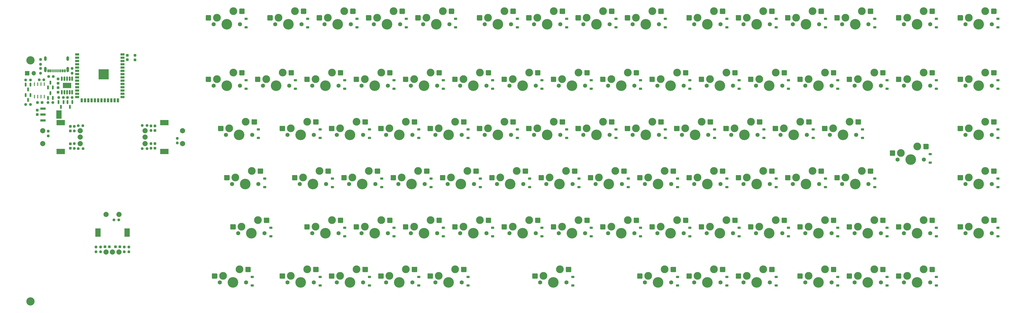
<source format=gbr>
%TF.GenerationSoftware,KiCad,Pcbnew,8.0.5*%
%TF.CreationDate,2025-01-01T22:16:47+09:00*%
%TF.ProjectId,Davinci-Keyboard,44617669-6e63-4692-9d4b-6579626f6172,rev?*%
%TF.SameCoordinates,Original*%
%TF.FileFunction,Soldermask,Bot*%
%TF.FilePolarity,Negative*%
%FSLAX46Y46*%
G04 Gerber Fmt 4.6, Leading zero omitted, Abs format (unit mm)*
G04 Created by KiCad (PCBNEW 8.0.5) date 2025-01-01 22:16:47*
%MOMM*%
%LPD*%
G01*
G04 APERTURE LIST*
G04 Aperture macros list*
%AMRoundRect*
0 Rectangle with rounded corners*
0 $1 Rounding radius*
0 $2 $3 $4 $5 $6 $7 $8 $9 X,Y pos of 4 corners*
0 Add a 4 corners polygon primitive as box body*
4,1,4,$2,$3,$4,$5,$6,$7,$8,$9,$2,$3,0*
0 Add four circle primitives for the rounded corners*
1,1,$1+$1,$2,$3*
1,1,$1+$1,$4,$5*
1,1,$1+$1,$6,$7*
1,1,$1+$1,$8,$9*
0 Add four rect primitives between the rounded corners*
20,1,$1+$1,$2,$3,$4,$5,0*
20,1,$1+$1,$4,$5,$6,$7,0*
20,1,$1+$1,$6,$7,$8,$9,0*
20,1,$1+$1,$8,$9,$2,$3,0*%
G04 Aperture macros list end*
%ADD10C,0.120000*%
%ADD11C,0.100000*%
%ADD12C,4.100000*%
%ADD13C,1.600000*%
%ADD14C,3.000000*%
%ADD15RoundRect,0.225000X-0.375000X0.225000X-0.375000X-0.225000X0.375000X-0.225000X0.375000X0.225000X0*%
%ADD16RoundRect,0.225000X0.375000X-0.225000X0.375000X0.225000X-0.375000X0.225000X-0.375000X-0.225000X0*%
%ADD17C,3.200000*%
%ADD18C,2.000000*%
%ADD19R,3.200000X2.000000*%
%ADD20R,2.000000X3.200000*%
%ADD21RoundRect,0.237500X-0.250000X-0.237500X0.250000X-0.237500X0.250000X0.237500X-0.250000X0.237500X0*%
%ADD22RoundRect,0.150000X-0.150000X0.587500X-0.150000X-0.587500X0.150000X-0.587500X0.150000X0.587500X0*%
%ADD23RoundRect,0.237500X-0.237500X0.250000X-0.237500X-0.250000X0.237500X-0.250000X0.237500X0.250000X0*%
%ADD24RoundRect,0.237500X0.237500X-0.300000X0.237500X0.300000X-0.237500X0.300000X-0.237500X-0.300000X0*%
%ADD25RoundRect,0.237500X0.237500X-0.250000X0.237500X0.250000X-0.237500X0.250000X-0.237500X-0.250000X0*%
%ADD26O,1.000000X2.100000*%
%ADD27O,1.000000X1.800000*%
%ADD28RoundRect,0.150000X-0.150000X-0.425000X0.150000X-0.425000X0.150000X0.425000X-0.150000X0.425000X0*%
%ADD29RoundRect,0.075000X-0.075000X-0.500000X0.075000X-0.500000X0.075000X0.500000X-0.075000X0.500000X0*%
%ADD30RoundRect,0.237500X-0.237500X0.300000X-0.237500X-0.300000X0.237500X-0.300000X0.237500X0.300000X0*%
%ADD31R,2.066000X3.201599*%
%ADD32R,2.066000X0.901600*%
%ADD33R,3.300000X2.100000*%
%ADD34RoundRect,0.150000X-0.150000X0.687500X-0.150000X-0.687500X0.150000X-0.687500X0.150000X0.687500X0*%
%ADD35RoundRect,0.237500X0.250000X0.237500X-0.250000X0.237500X-0.250000X-0.237500X0.250000X-0.237500X0*%
%ADD36R,0.431800X1.447800*%
%ADD37RoundRect,0.237500X-0.300000X-0.237500X0.300000X-0.237500X0.300000X0.237500X-0.300000X0.237500X0*%
%ADD38RoundRect,0.150000X0.150000X-0.587500X0.150000X0.587500X-0.150000X0.587500X-0.150000X-0.587500X0*%
%ADD39O,1.700000X1.700000*%
%ADD40R,1.700000X1.700000*%
%ADD41RoundRect,0.237500X0.300000X0.237500X-0.300000X0.237500X-0.300000X-0.237500X0.300000X-0.237500X0*%
%ADD42C,0.600000*%
%ADD43R,3.900000X3.900000*%
%ADD44R,1.500000X0.900000*%
%ADD45R,0.900000X1.500000*%
G04 APERTURE END LIST*
D10*
%TO.C,SW87*%
X366485000Y-138830000D02*
G75*
G02*
X366685000Y-138630000I200000J0D01*
G01*
X368285000Y-138630000D02*
G75*
G02*
X368485000Y-138830000I0J-200000D01*
G01*
X368485000Y-140430000D02*
G75*
G02*
X368285000Y-140630000I-200000J0D01*
G01*
X366685000Y-140630000D02*
G75*
G02*
X366485000Y-140430000I0J200000D01*
G01*
X379435000Y-136290000D02*
G75*
G02*
X379635000Y-136090000I200000J0D01*
G01*
X381235000Y-136090000D02*
G75*
G02*
X381435000Y-136290000I0J-200000D01*
G01*
X379635000Y-138090000D02*
G75*
G02*
X379435000Y-137890000I0J200000D01*
G01*
X381435000Y-137890000D02*
G75*
G02*
X381235000Y-138090000I-200000J0D01*
G01*
X366685000Y-138630000D02*
X368285000Y-138630000D01*
X368485000Y-138830000D02*
X368485000Y-140430000D01*
X368285000Y-140630000D02*
X366685000Y-140630000D01*
X366485000Y-140430000D02*
X366485000Y-138830000D01*
D11*
X368485000Y-138830000D02*
X368485000Y-140430000D01*
X368285000Y-140630000D01*
X366685000Y-140630000D01*
X366485000Y-140430000D01*
X366485000Y-138830000D01*
X366685000Y-138630000D01*
X368285000Y-138630000D01*
X368485000Y-138830000D01*
G36*
X368485000Y-138830000D02*
G01*
X368485000Y-140430000D01*
X368285000Y-140630000D01*
X366685000Y-140630000D01*
X366485000Y-140430000D01*
X366485000Y-138830000D01*
X366685000Y-138630000D01*
X368285000Y-138630000D01*
X368485000Y-138830000D01*
G37*
D10*
X379435000Y-136290000D02*
X379435000Y-137890000D01*
X379635000Y-138090000D02*
X381235000Y-138090000D01*
X381435000Y-137890000D02*
X381435000Y-136290000D01*
X379635000Y-136090000D02*
X381235000Y-136090000D01*
D11*
X381435000Y-136290000D02*
X381435000Y-137890000D01*
X381235000Y-138090000D01*
X379635000Y-138090000D01*
X379435000Y-137890000D01*
X379435000Y-136290000D01*
X379635000Y-136090000D01*
X381235000Y-136090000D01*
X381435000Y-136290000D01*
G36*
X381435000Y-136290000D02*
G01*
X381435000Y-137890000D01*
X381235000Y-138090000D01*
X379635000Y-138090000D01*
X379435000Y-137890000D01*
X379435000Y-136290000D01*
X379635000Y-136090000D01*
X381235000Y-136090000D01*
X381435000Y-136290000D01*
G37*
D10*
%TO.C,SW86*%
X347435000Y-138830000D02*
G75*
G02*
X347635000Y-138630000I200000J0D01*
G01*
X349235000Y-138630000D02*
G75*
G02*
X349435000Y-138830000I0J-200000D01*
G01*
X349435000Y-140430000D02*
G75*
G02*
X349235000Y-140630000I-200000J0D01*
G01*
X347635000Y-140630000D02*
G75*
G02*
X347435000Y-140430000I0J200000D01*
G01*
X360385000Y-136290000D02*
G75*
G02*
X360585000Y-136090000I200000J0D01*
G01*
X362185000Y-136090000D02*
G75*
G02*
X362385000Y-136290000I0J-200000D01*
G01*
X360585000Y-138090000D02*
G75*
G02*
X360385000Y-137890000I0J200000D01*
G01*
X362385000Y-137890000D02*
G75*
G02*
X362185000Y-138090000I-200000J0D01*
G01*
X347635000Y-138630000D02*
X349235000Y-138630000D01*
X349435000Y-138830000D02*
X349435000Y-140430000D01*
X349235000Y-140630000D02*
X347635000Y-140630000D01*
X347435000Y-140430000D02*
X347435000Y-138830000D01*
D11*
X349435000Y-138830000D02*
X349435000Y-140430000D01*
X349235000Y-140630000D01*
X347635000Y-140630000D01*
X347435000Y-140430000D01*
X347435000Y-138830000D01*
X347635000Y-138630000D01*
X349235000Y-138630000D01*
X349435000Y-138830000D01*
G36*
X349435000Y-138830000D02*
G01*
X349435000Y-140430000D01*
X349235000Y-140630000D01*
X347635000Y-140630000D01*
X347435000Y-140430000D01*
X347435000Y-138830000D01*
X347635000Y-138630000D01*
X349235000Y-138630000D01*
X349435000Y-138830000D01*
G37*
D10*
X360385000Y-136290000D02*
X360385000Y-137890000D01*
X360585000Y-138090000D02*
X362185000Y-138090000D01*
X362385000Y-137890000D02*
X362385000Y-136290000D01*
X360585000Y-136090000D02*
X362185000Y-136090000D01*
D11*
X362385000Y-136290000D02*
X362385000Y-137890000D01*
X362185000Y-138090000D01*
X360585000Y-138090000D01*
X360385000Y-137890000D01*
X360385000Y-136290000D01*
X360585000Y-136090000D01*
X362185000Y-136090000D01*
X362385000Y-136290000D01*
G36*
X362385000Y-136290000D02*
G01*
X362385000Y-137890000D01*
X362185000Y-138090000D01*
X360585000Y-138090000D01*
X360385000Y-137890000D01*
X360385000Y-136290000D01*
X360585000Y-136090000D01*
X362185000Y-136090000D01*
X362385000Y-136290000D01*
G37*
D10*
%TO.C,SW85*%
X328385000Y-138830000D02*
G75*
G02*
X328585000Y-138630000I200000J0D01*
G01*
X330185000Y-138630000D02*
G75*
G02*
X330385000Y-138830000I0J-200000D01*
G01*
X330385000Y-140430000D02*
G75*
G02*
X330185000Y-140630000I-200000J0D01*
G01*
X328585000Y-140630000D02*
G75*
G02*
X328385000Y-140430000I0J200000D01*
G01*
X341335000Y-136290000D02*
G75*
G02*
X341535000Y-136090000I200000J0D01*
G01*
X343135000Y-136090000D02*
G75*
G02*
X343335000Y-136290000I0J-200000D01*
G01*
X341535000Y-138090000D02*
G75*
G02*
X341335000Y-137890000I0J200000D01*
G01*
X343335000Y-137890000D02*
G75*
G02*
X343135000Y-138090000I-200000J0D01*
G01*
X328585000Y-138630000D02*
X330185000Y-138630000D01*
X330385000Y-138830000D02*
X330385000Y-140430000D01*
X330185000Y-140630000D02*
X328585000Y-140630000D01*
X328385000Y-140430000D02*
X328385000Y-138830000D01*
D11*
X330385000Y-138830000D02*
X330385000Y-140430000D01*
X330185000Y-140630000D01*
X328585000Y-140630000D01*
X328385000Y-140430000D01*
X328385000Y-138830000D01*
X328585000Y-138630000D01*
X330185000Y-138630000D01*
X330385000Y-138830000D01*
G36*
X330385000Y-138830000D02*
G01*
X330385000Y-140430000D01*
X330185000Y-140630000D01*
X328585000Y-140630000D01*
X328385000Y-140430000D01*
X328385000Y-138830000D01*
X328585000Y-138630000D01*
X330185000Y-138630000D01*
X330385000Y-138830000D01*
G37*
D10*
X341335000Y-136290000D02*
X341335000Y-137890000D01*
X341535000Y-138090000D02*
X343135000Y-138090000D01*
X343335000Y-137890000D02*
X343335000Y-136290000D01*
X341535000Y-136090000D02*
X343135000Y-136090000D01*
D11*
X343335000Y-136290000D02*
X343335000Y-137890000D01*
X343135000Y-138090000D01*
X341535000Y-138090000D01*
X341335000Y-137890000D01*
X341335000Y-136290000D01*
X341535000Y-136090000D01*
X343135000Y-136090000D01*
X343335000Y-136290000D01*
G36*
X343335000Y-136290000D02*
G01*
X343335000Y-137890000D01*
X343135000Y-138090000D01*
X341535000Y-138090000D01*
X341335000Y-137890000D01*
X341335000Y-136290000D01*
X341535000Y-136090000D01*
X343135000Y-136090000D01*
X343335000Y-136290000D01*
G37*
D10*
%TO.C,SW84*%
X304572500Y-138830000D02*
G75*
G02*
X304772500Y-138630000I200000J0D01*
G01*
X306372500Y-138630000D02*
G75*
G02*
X306572500Y-138830000I0J-200000D01*
G01*
X306572500Y-140430000D02*
G75*
G02*
X306372500Y-140630000I-200000J0D01*
G01*
X304772500Y-140630000D02*
G75*
G02*
X304572500Y-140430000I0J200000D01*
G01*
X317522500Y-136290000D02*
G75*
G02*
X317722500Y-136090000I200000J0D01*
G01*
X319322500Y-136090000D02*
G75*
G02*
X319522500Y-136290000I0J-200000D01*
G01*
X317722500Y-138090000D02*
G75*
G02*
X317522500Y-137890000I0J200000D01*
G01*
X319522500Y-137890000D02*
G75*
G02*
X319322500Y-138090000I-200000J0D01*
G01*
X304772500Y-138630000D02*
X306372500Y-138630000D01*
X306572500Y-138830000D02*
X306572500Y-140430000D01*
X306372500Y-140630000D02*
X304772500Y-140630000D01*
X304572500Y-140430000D02*
X304572500Y-138830000D01*
D11*
X306572500Y-138830000D02*
X306572500Y-140430000D01*
X306372500Y-140630000D01*
X304772500Y-140630000D01*
X304572500Y-140430000D01*
X304572500Y-138830000D01*
X304772500Y-138630000D01*
X306372500Y-138630000D01*
X306572500Y-138830000D01*
G36*
X306572500Y-138830000D02*
G01*
X306572500Y-140430000D01*
X306372500Y-140630000D01*
X304772500Y-140630000D01*
X304572500Y-140430000D01*
X304572500Y-138830000D01*
X304772500Y-138630000D01*
X306372500Y-138630000D01*
X306572500Y-138830000D01*
G37*
D10*
X317522500Y-136290000D02*
X317522500Y-137890000D01*
X317722500Y-138090000D02*
X319322500Y-138090000D01*
X319522500Y-137890000D02*
X319522500Y-136290000D01*
X317722500Y-136090000D02*
X319322500Y-136090000D01*
D11*
X319522500Y-136290000D02*
X319522500Y-137890000D01*
X319322500Y-138090000D01*
X317722500Y-138090000D01*
X317522500Y-137890000D01*
X317522500Y-136290000D01*
X317722500Y-136090000D01*
X319322500Y-136090000D01*
X319522500Y-136290000D01*
G36*
X319522500Y-136290000D02*
G01*
X319522500Y-137890000D01*
X319322500Y-138090000D01*
X317722500Y-138090000D01*
X317522500Y-137890000D01*
X317522500Y-136290000D01*
X317722500Y-136090000D01*
X319322500Y-136090000D01*
X319522500Y-136290000D01*
G37*
D10*
%TO.C,SW83*%
X285522500Y-138830000D02*
G75*
G02*
X285722500Y-138630000I200000J0D01*
G01*
X287322500Y-138630000D02*
G75*
G02*
X287522500Y-138830000I0J-200000D01*
G01*
X287522500Y-140430000D02*
G75*
G02*
X287322500Y-140630000I-200000J0D01*
G01*
X285722500Y-140630000D02*
G75*
G02*
X285522500Y-140430000I0J200000D01*
G01*
X298472500Y-136290000D02*
G75*
G02*
X298672500Y-136090000I200000J0D01*
G01*
X300272500Y-136090000D02*
G75*
G02*
X300472500Y-136290000I0J-200000D01*
G01*
X298672500Y-138090000D02*
G75*
G02*
X298472500Y-137890000I0J200000D01*
G01*
X300472500Y-137890000D02*
G75*
G02*
X300272500Y-138090000I-200000J0D01*
G01*
X285722500Y-138630000D02*
X287322500Y-138630000D01*
X287522500Y-138830000D02*
X287522500Y-140430000D01*
X287322500Y-140630000D02*
X285722500Y-140630000D01*
X285522500Y-140430000D02*
X285522500Y-138830000D01*
D11*
X287522500Y-138830000D02*
X287522500Y-140430000D01*
X287322500Y-140630000D01*
X285722500Y-140630000D01*
X285522500Y-140430000D01*
X285522500Y-138830000D01*
X285722500Y-138630000D01*
X287322500Y-138630000D01*
X287522500Y-138830000D01*
G36*
X287522500Y-138830000D02*
G01*
X287522500Y-140430000D01*
X287322500Y-140630000D01*
X285722500Y-140630000D01*
X285522500Y-140430000D01*
X285522500Y-138830000D01*
X285722500Y-138630000D01*
X287322500Y-138630000D01*
X287522500Y-138830000D01*
G37*
D10*
X298472500Y-136290000D02*
X298472500Y-137890000D01*
X298672500Y-138090000D02*
X300272500Y-138090000D01*
X300472500Y-137890000D02*
X300472500Y-136290000D01*
X298672500Y-136090000D02*
X300272500Y-136090000D01*
D11*
X300472500Y-136290000D02*
X300472500Y-137890000D01*
X300272500Y-138090000D01*
X298672500Y-138090000D01*
X298472500Y-137890000D01*
X298472500Y-136290000D01*
X298672500Y-136090000D01*
X300272500Y-136090000D01*
X300472500Y-136290000D01*
G36*
X300472500Y-136290000D02*
G01*
X300472500Y-137890000D01*
X300272500Y-138090000D01*
X298672500Y-138090000D01*
X298472500Y-137890000D01*
X298472500Y-136290000D01*
X298672500Y-136090000D01*
X300272500Y-136090000D01*
X300472500Y-136290000D01*
G37*
D10*
%TO.C,SW82*%
X266472500Y-138830000D02*
G75*
G02*
X266672500Y-138630000I200000J0D01*
G01*
X268272500Y-138630000D02*
G75*
G02*
X268472500Y-138830000I0J-200000D01*
G01*
X268472500Y-140430000D02*
G75*
G02*
X268272500Y-140630000I-200000J0D01*
G01*
X266672500Y-140630000D02*
G75*
G02*
X266472500Y-140430000I0J200000D01*
G01*
X279422500Y-136290000D02*
G75*
G02*
X279622500Y-136090000I200000J0D01*
G01*
X281222500Y-136090000D02*
G75*
G02*
X281422500Y-136290000I0J-200000D01*
G01*
X279622500Y-138090000D02*
G75*
G02*
X279422500Y-137890000I0J200000D01*
G01*
X281422500Y-137890000D02*
G75*
G02*
X281222500Y-138090000I-200000J0D01*
G01*
X266672500Y-138630000D02*
X268272500Y-138630000D01*
X268472500Y-138830000D02*
X268472500Y-140430000D01*
X268272500Y-140630000D02*
X266672500Y-140630000D01*
X266472500Y-140430000D02*
X266472500Y-138830000D01*
D11*
X268472500Y-138830000D02*
X268472500Y-140430000D01*
X268272500Y-140630000D01*
X266672500Y-140630000D01*
X266472500Y-140430000D01*
X266472500Y-138830000D01*
X266672500Y-138630000D01*
X268272500Y-138630000D01*
X268472500Y-138830000D01*
G36*
X268472500Y-138830000D02*
G01*
X268472500Y-140430000D01*
X268272500Y-140630000D01*
X266672500Y-140630000D01*
X266472500Y-140430000D01*
X266472500Y-138830000D01*
X266672500Y-138630000D01*
X268272500Y-138630000D01*
X268472500Y-138830000D01*
G37*
D10*
X279422500Y-136290000D02*
X279422500Y-137890000D01*
X279622500Y-138090000D02*
X281222500Y-138090000D01*
X281422500Y-137890000D02*
X281422500Y-136290000D01*
X279622500Y-136090000D02*
X281222500Y-136090000D01*
D11*
X281422500Y-136290000D02*
X281422500Y-137890000D01*
X281222500Y-138090000D01*
X279622500Y-138090000D01*
X279422500Y-137890000D01*
X279422500Y-136290000D01*
X279622500Y-136090000D01*
X281222500Y-136090000D01*
X281422500Y-136290000D01*
G36*
X281422500Y-136290000D02*
G01*
X281422500Y-137890000D01*
X281222500Y-138090000D01*
X279622500Y-138090000D01*
X279422500Y-137890000D01*
X279422500Y-136290000D01*
X279622500Y-136090000D01*
X281222500Y-136090000D01*
X281422500Y-136290000D01*
G37*
D10*
%TO.C,SW81*%
X225991250Y-138830000D02*
G75*
G02*
X226191250Y-138630000I200000J0D01*
G01*
X227791250Y-138630000D02*
G75*
G02*
X227991250Y-138830000I0J-200000D01*
G01*
X227991250Y-140430000D02*
G75*
G02*
X227791250Y-140630000I-200000J0D01*
G01*
X226191250Y-140630000D02*
G75*
G02*
X225991250Y-140430000I0J200000D01*
G01*
X238941250Y-136290000D02*
G75*
G02*
X239141250Y-136090000I200000J0D01*
G01*
X240741250Y-136090000D02*
G75*
G02*
X240941250Y-136290000I0J-200000D01*
G01*
X239141250Y-138090000D02*
G75*
G02*
X238941250Y-137890000I0J200000D01*
G01*
X240941250Y-137890000D02*
G75*
G02*
X240741250Y-138090000I-200000J0D01*
G01*
X226191250Y-138630000D02*
X227791250Y-138630000D01*
X227991250Y-138830000D02*
X227991250Y-140430000D01*
X227791250Y-140630000D02*
X226191250Y-140630000D01*
X225991250Y-140430000D02*
X225991250Y-138830000D01*
D11*
X227991250Y-138830000D02*
X227991250Y-140430000D01*
X227791250Y-140630000D01*
X226191250Y-140630000D01*
X225991250Y-140430000D01*
X225991250Y-138830000D01*
X226191250Y-138630000D01*
X227791250Y-138630000D01*
X227991250Y-138830000D01*
G36*
X227991250Y-138830000D02*
G01*
X227991250Y-140430000D01*
X227791250Y-140630000D01*
X226191250Y-140630000D01*
X225991250Y-140430000D01*
X225991250Y-138830000D01*
X226191250Y-138630000D01*
X227791250Y-138630000D01*
X227991250Y-138830000D01*
G37*
D10*
X238941250Y-136290000D02*
X238941250Y-137890000D01*
X239141250Y-138090000D02*
X240741250Y-138090000D01*
X240941250Y-137890000D02*
X240941250Y-136290000D01*
X239141250Y-136090000D02*
X240741250Y-136090000D01*
D11*
X240941250Y-136290000D02*
X240941250Y-137890000D01*
X240741250Y-138090000D01*
X239141250Y-138090000D01*
X238941250Y-137890000D01*
X238941250Y-136290000D01*
X239141250Y-136090000D01*
X240741250Y-136090000D01*
X240941250Y-136290000D01*
G36*
X240941250Y-136290000D02*
G01*
X240941250Y-137890000D01*
X240741250Y-138090000D01*
X239141250Y-138090000D01*
X238941250Y-137890000D01*
X238941250Y-136290000D01*
X239141250Y-136090000D01*
X240741250Y-136090000D01*
X240941250Y-136290000D01*
G37*
D10*
%TO.C,SW80*%
X185510000Y-138830000D02*
G75*
G02*
X185710000Y-138630000I200000J0D01*
G01*
X187310000Y-138630000D02*
G75*
G02*
X187510000Y-138830000I0J-200000D01*
G01*
X187510000Y-140430000D02*
G75*
G02*
X187310000Y-140630000I-200000J0D01*
G01*
X185710000Y-140630000D02*
G75*
G02*
X185510000Y-140430000I0J200000D01*
G01*
X198460000Y-136290000D02*
G75*
G02*
X198660000Y-136090000I200000J0D01*
G01*
X200260000Y-136090000D02*
G75*
G02*
X200460000Y-136290000I0J-200000D01*
G01*
X198660000Y-138090000D02*
G75*
G02*
X198460000Y-137890000I0J200000D01*
G01*
X200460000Y-137890000D02*
G75*
G02*
X200260000Y-138090000I-200000J0D01*
G01*
X185710000Y-138630000D02*
X187310000Y-138630000D01*
X187510000Y-138830000D02*
X187510000Y-140430000D01*
X187310000Y-140630000D02*
X185710000Y-140630000D01*
X185510000Y-140430000D02*
X185510000Y-138830000D01*
D11*
X187510000Y-138830000D02*
X187510000Y-140430000D01*
X187310000Y-140630000D01*
X185710000Y-140630000D01*
X185510000Y-140430000D01*
X185510000Y-138830000D01*
X185710000Y-138630000D01*
X187310000Y-138630000D01*
X187510000Y-138830000D01*
G36*
X187510000Y-138830000D02*
G01*
X187510000Y-140430000D01*
X187310000Y-140630000D01*
X185710000Y-140630000D01*
X185510000Y-140430000D01*
X185510000Y-138830000D01*
X185710000Y-138630000D01*
X187310000Y-138630000D01*
X187510000Y-138830000D01*
G37*
D10*
X198460000Y-136290000D02*
X198460000Y-137890000D01*
X198660000Y-138090000D02*
X200260000Y-138090000D01*
X200460000Y-137890000D02*
X200460000Y-136290000D01*
X198660000Y-136090000D02*
X200260000Y-136090000D01*
D11*
X200460000Y-136290000D02*
X200460000Y-137890000D01*
X200260000Y-138090000D01*
X198660000Y-138090000D01*
X198460000Y-137890000D01*
X198460000Y-136290000D01*
X198660000Y-136090000D01*
X200260000Y-136090000D01*
X200460000Y-136290000D01*
G36*
X200460000Y-136290000D02*
G01*
X200460000Y-137890000D01*
X200260000Y-138090000D01*
X198660000Y-138090000D01*
X198460000Y-137890000D01*
X198460000Y-136290000D01*
X198660000Y-136090000D01*
X200260000Y-136090000D01*
X200460000Y-136290000D01*
G37*
D10*
%TO.C,SW79*%
X166460000Y-138830000D02*
G75*
G02*
X166660000Y-138630000I200000J0D01*
G01*
X168260000Y-138630000D02*
G75*
G02*
X168460000Y-138830000I0J-200000D01*
G01*
X168460000Y-140430000D02*
G75*
G02*
X168260000Y-140630000I-200000J0D01*
G01*
X166660000Y-140630000D02*
G75*
G02*
X166460000Y-140430000I0J200000D01*
G01*
X179410000Y-136290000D02*
G75*
G02*
X179610000Y-136090000I200000J0D01*
G01*
X181210000Y-136090000D02*
G75*
G02*
X181410000Y-136290000I0J-200000D01*
G01*
X179610000Y-138090000D02*
G75*
G02*
X179410000Y-137890000I0J200000D01*
G01*
X181410000Y-137890000D02*
G75*
G02*
X181210000Y-138090000I-200000J0D01*
G01*
X166660000Y-138630000D02*
X168260000Y-138630000D01*
X168460000Y-138830000D02*
X168460000Y-140430000D01*
X168260000Y-140630000D02*
X166660000Y-140630000D01*
X166460000Y-140430000D02*
X166460000Y-138830000D01*
D11*
X168460000Y-138830000D02*
X168460000Y-140430000D01*
X168260000Y-140630000D01*
X166660000Y-140630000D01*
X166460000Y-140430000D01*
X166460000Y-138830000D01*
X166660000Y-138630000D01*
X168260000Y-138630000D01*
X168460000Y-138830000D01*
G36*
X168460000Y-138830000D02*
G01*
X168460000Y-140430000D01*
X168260000Y-140630000D01*
X166660000Y-140630000D01*
X166460000Y-140430000D01*
X166460000Y-138830000D01*
X166660000Y-138630000D01*
X168260000Y-138630000D01*
X168460000Y-138830000D01*
G37*
D10*
X179410000Y-136290000D02*
X179410000Y-137890000D01*
X179610000Y-138090000D02*
X181210000Y-138090000D01*
X181410000Y-137890000D02*
X181410000Y-136290000D01*
X179610000Y-136090000D02*
X181210000Y-136090000D01*
D11*
X181410000Y-136290000D02*
X181410000Y-137890000D01*
X181210000Y-138090000D01*
X179610000Y-138090000D01*
X179410000Y-137890000D01*
X179410000Y-136290000D01*
X179610000Y-136090000D01*
X181210000Y-136090000D01*
X181410000Y-136290000D01*
G36*
X181410000Y-136290000D02*
G01*
X181410000Y-137890000D01*
X181210000Y-138090000D01*
X179610000Y-138090000D01*
X179410000Y-137890000D01*
X179410000Y-136290000D01*
X179610000Y-136090000D01*
X181210000Y-136090000D01*
X181410000Y-136290000D01*
G37*
D10*
%TO.C,SW78*%
X147410000Y-138830000D02*
G75*
G02*
X147610000Y-138630000I200000J0D01*
G01*
X149210000Y-138630000D02*
G75*
G02*
X149410000Y-138830000I0J-200000D01*
G01*
X149410000Y-140430000D02*
G75*
G02*
X149210000Y-140630000I-200000J0D01*
G01*
X147610000Y-140630000D02*
G75*
G02*
X147410000Y-140430000I0J200000D01*
G01*
X160360000Y-136290000D02*
G75*
G02*
X160560000Y-136090000I200000J0D01*
G01*
X162160000Y-136090000D02*
G75*
G02*
X162360000Y-136290000I0J-200000D01*
G01*
X160560000Y-138090000D02*
G75*
G02*
X160360000Y-137890000I0J200000D01*
G01*
X162360000Y-137890000D02*
G75*
G02*
X162160000Y-138090000I-200000J0D01*
G01*
X147610000Y-138630000D02*
X149210000Y-138630000D01*
X149410000Y-138830000D02*
X149410000Y-140430000D01*
X149210000Y-140630000D02*
X147610000Y-140630000D01*
X147410000Y-140430000D02*
X147410000Y-138830000D01*
D11*
X149410000Y-138830000D02*
X149410000Y-140430000D01*
X149210000Y-140630000D01*
X147610000Y-140630000D01*
X147410000Y-140430000D01*
X147410000Y-138830000D01*
X147610000Y-138630000D01*
X149210000Y-138630000D01*
X149410000Y-138830000D01*
G36*
X149410000Y-138830000D02*
G01*
X149410000Y-140430000D01*
X149210000Y-140630000D01*
X147610000Y-140630000D01*
X147410000Y-140430000D01*
X147410000Y-138830000D01*
X147610000Y-138630000D01*
X149210000Y-138630000D01*
X149410000Y-138830000D01*
G37*
D10*
X160360000Y-136290000D02*
X160360000Y-137890000D01*
X160560000Y-138090000D02*
X162160000Y-138090000D01*
X162360000Y-137890000D02*
X162360000Y-136290000D01*
X160560000Y-136090000D02*
X162160000Y-136090000D01*
D11*
X162360000Y-136290000D02*
X162360000Y-137890000D01*
X162160000Y-138090000D01*
X160560000Y-138090000D01*
X160360000Y-137890000D01*
X160360000Y-136290000D01*
X160560000Y-136090000D01*
X162160000Y-136090000D01*
X162360000Y-136290000D01*
G36*
X162360000Y-136290000D02*
G01*
X162360000Y-137890000D01*
X162160000Y-138090000D01*
X160560000Y-138090000D01*
X160360000Y-137890000D01*
X160360000Y-136290000D01*
X160560000Y-136090000D01*
X162160000Y-136090000D01*
X162360000Y-136290000D01*
G37*
D10*
%TO.C,SW77*%
X128360000Y-138830000D02*
G75*
G02*
X128560000Y-138630000I200000J0D01*
G01*
X130160000Y-138630000D02*
G75*
G02*
X130360000Y-138830000I0J-200000D01*
G01*
X130360000Y-140430000D02*
G75*
G02*
X130160000Y-140630000I-200000J0D01*
G01*
X128560000Y-140630000D02*
G75*
G02*
X128360000Y-140430000I0J200000D01*
G01*
X141310000Y-136290000D02*
G75*
G02*
X141510000Y-136090000I200000J0D01*
G01*
X143110000Y-136090000D02*
G75*
G02*
X143310000Y-136290000I0J-200000D01*
G01*
X141510000Y-138090000D02*
G75*
G02*
X141310000Y-137890000I0J200000D01*
G01*
X143310000Y-137890000D02*
G75*
G02*
X143110000Y-138090000I-200000J0D01*
G01*
X128560000Y-138630000D02*
X130160000Y-138630000D01*
X130360000Y-138830000D02*
X130360000Y-140430000D01*
X130160000Y-140630000D02*
X128560000Y-140630000D01*
X128360000Y-140430000D02*
X128360000Y-138830000D01*
D11*
X130360000Y-138830000D02*
X130360000Y-140430000D01*
X130160000Y-140630000D01*
X128560000Y-140630000D01*
X128360000Y-140430000D01*
X128360000Y-138830000D01*
X128560000Y-138630000D01*
X130160000Y-138630000D01*
X130360000Y-138830000D01*
G36*
X130360000Y-138830000D02*
G01*
X130360000Y-140430000D01*
X130160000Y-140630000D01*
X128560000Y-140630000D01*
X128360000Y-140430000D01*
X128360000Y-138830000D01*
X128560000Y-138630000D01*
X130160000Y-138630000D01*
X130360000Y-138830000D01*
G37*
D10*
X141310000Y-136290000D02*
X141310000Y-137890000D01*
X141510000Y-138090000D02*
X143110000Y-138090000D01*
X143310000Y-137890000D02*
X143310000Y-136290000D01*
X141510000Y-136090000D02*
X143110000Y-136090000D01*
D11*
X143310000Y-136290000D02*
X143310000Y-137890000D01*
X143110000Y-138090000D01*
X141510000Y-138090000D01*
X141310000Y-137890000D01*
X141310000Y-136290000D01*
X141510000Y-136090000D01*
X143110000Y-136090000D01*
X143310000Y-136290000D01*
G36*
X143310000Y-136290000D02*
G01*
X143310000Y-137890000D01*
X143110000Y-138090000D01*
X141510000Y-138090000D01*
X141310000Y-137890000D01*
X141310000Y-136290000D01*
X141510000Y-136090000D01*
X143110000Y-136090000D01*
X143310000Y-136290000D01*
G37*
D10*
%TO.C,SW76*%
X102166250Y-138830000D02*
G75*
G02*
X102366250Y-138630000I200000J0D01*
G01*
X103966250Y-138630000D02*
G75*
G02*
X104166250Y-138830000I0J-200000D01*
G01*
X104166250Y-140430000D02*
G75*
G02*
X103966250Y-140630000I-200000J0D01*
G01*
X102366250Y-140630000D02*
G75*
G02*
X102166250Y-140430000I0J200000D01*
G01*
X115116250Y-136290000D02*
G75*
G02*
X115316250Y-136090000I200000J0D01*
G01*
X116916250Y-136090000D02*
G75*
G02*
X117116250Y-136290000I0J-200000D01*
G01*
X115316250Y-138090000D02*
G75*
G02*
X115116250Y-137890000I0J200000D01*
G01*
X117116250Y-137890000D02*
G75*
G02*
X116916250Y-138090000I-200000J0D01*
G01*
X102366250Y-138630000D02*
X103966250Y-138630000D01*
X104166250Y-138830000D02*
X104166250Y-140430000D01*
X103966250Y-140630000D02*
X102366250Y-140630000D01*
X102166250Y-140430000D02*
X102166250Y-138830000D01*
D11*
X104166250Y-138830000D02*
X104166250Y-140430000D01*
X103966250Y-140630000D01*
X102366250Y-140630000D01*
X102166250Y-140430000D01*
X102166250Y-138830000D01*
X102366250Y-138630000D01*
X103966250Y-138630000D01*
X104166250Y-138830000D01*
G36*
X104166250Y-138830000D02*
G01*
X104166250Y-140430000D01*
X103966250Y-140630000D01*
X102366250Y-140630000D01*
X102166250Y-140430000D01*
X102166250Y-138830000D01*
X102366250Y-138630000D01*
X103966250Y-138630000D01*
X104166250Y-138830000D01*
G37*
D10*
X115116250Y-136290000D02*
X115116250Y-137890000D01*
X115316250Y-138090000D02*
X116916250Y-138090000D01*
X117116250Y-137890000D02*
X117116250Y-136290000D01*
X115316250Y-136090000D02*
X116916250Y-136090000D01*
D11*
X117116250Y-136290000D02*
X117116250Y-137890000D01*
X116916250Y-138090000D01*
X115316250Y-138090000D01*
X115116250Y-137890000D01*
X115116250Y-136290000D01*
X115316250Y-136090000D01*
X116916250Y-136090000D01*
X117116250Y-136290000D01*
G36*
X117116250Y-136290000D02*
G01*
X117116250Y-137890000D01*
X116916250Y-138090000D01*
X115316250Y-138090000D01*
X115116250Y-137890000D01*
X115116250Y-136290000D01*
X115316250Y-136090000D01*
X116916250Y-136090000D01*
X117116250Y-136290000D01*
G37*
D10*
%TO.C,SW75*%
X390297500Y-119780000D02*
G75*
G02*
X390497500Y-119580000I200000J0D01*
G01*
X392097500Y-119580000D02*
G75*
G02*
X392297500Y-119780000I0J-200000D01*
G01*
X392297500Y-121380000D02*
G75*
G02*
X392097500Y-121580000I-200000J0D01*
G01*
X390497500Y-121580000D02*
G75*
G02*
X390297500Y-121380000I0J200000D01*
G01*
X403247500Y-117240000D02*
G75*
G02*
X403447500Y-117040000I200000J0D01*
G01*
X405047500Y-117040000D02*
G75*
G02*
X405247500Y-117240000I0J-200000D01*
G01*
X403447500Y-119040000D02*
G75*
G02*
X403247500Y-118840000I0J200000D01*
G01*
X405247500Y-118840000D02*
G75*
G02*
X405047500Y-119040000I-200000J0D01*
G01*
X390497500Y-119580000D02*
X392097500Y-119580000D01*
X392297500Y-119780000D02*
X392297500Y-121380000D01*
X392097500Y-121580000D02*
X390497500Y-121580000D01*
X390297500Y-121380000D02*
X390297500Y-119780000D01*
D11*
X392297500Y-119780000D02*
X392297500Y-121380000D01*
X392097500Y-121580000D01*
X390497500Y-121580000D01*
X390297500Y-121380000D01*
X390297500Y-119780000D01*
X390497500Y-119580000D01*
X392097500Y-119580000D01*
X392297500Y-119780000D01*
G36*
X392297500Y-119780000D02*
G01*
X392297500Y-121380000D01*
X392097500Y-121580000D01*
X390497500Y-121580000D01*
X390297500Y-121380000D01*
X390297500Y-119780000D01*
X390497500Y-119580000D01*
X392097500Y-119580000D01*
X392297500Y-119780000D01*
G37*
D10*
X403247500Y-117240000D02*
X403247500Y-118840000D01*
X403447500Y-119040000D02*
X405047500Y-119040000D01*
X405247500Y-118840000D02*
X405247500Y-117240000D01*
X403447500Y-117040000D02*
X405047500Y-117040000D01*
D11*
X405247500Y-117240000D02*
X405247500Y-118840000D01*
X405047500Y-119040000D01*
X403447500Y-119040000D01*
X403247500Y-118840000D01*
X403247500Y-117240000D01*
X403447500Y-117040000D01*
X405047500Y-117040000D01*
X405247500Y-117240000D01*
G36*
X405247500Y-117240000D02*
G01*
X405247500Y-118840000D01*
X405047500Y-119040000D01*
X403447500Y-119040000D01*
X403247500Y-118840000D01*
X403247500Y-117240000D01*
X403447500Y-117040000D01*
X405047500Y-117040000D01*
X405247500Y-117240000D01*
G37*
D10*
%TO.C,SW74*%
X366485000Y-119780000D02*
G75*
G02*
X366685000Y-119580000I200000J0D01*
G01*
X368285000Y-119580000D02*
G75*
G02*
X368485000Y-119780000I0J-200000D01*
G01*
X368485000Y-121380000D02*
G75*
G02*
X368285000Y-121580000I-200000J0D01*
G01*
X366685000Y-121580000D02*
G75*
G02*
X366485000Y-121380000I0J200000D01*
G01*
X379435000Y-117240000D02*
G75*
G02*
X379635000Y-117040000I200000J0D01*
G01*
X381235000Y-117040000D02*
G75*
G02*
X381435000Y-117240000I0J-200000D01*
G01*
X379635000Y-119040000D02*
G75*
G02*
X379435000Y-118840000I0J200000D01*
G01*
X381435000Y-118840000D02*
G75*
G02*
X381235000Y-119040000I-200000J0D01*
G01*
X366685000Y-119580000D02*
X368285000Y-119580000D01*
X368485000Y-119780000D02*
X368485000Y-121380000D01*
X368285000Y-121580000D02*
X366685000Y-121580000D01*
X366485000Y-121380000D02*
X366485000Y-119780000D01*
D11*
X368485000Y-119780000D02*
X368485000Y-121380000D01*
X368285000Y-121580000D01*
X366685000Y-121580000D01*
X366485000Y-121380000D01*
X366485000Y-119780000D01*
X366685000Y-119580000D01*
X368285000Y-119580000D01*
X368485000Y-119780000D01*
G36*
X368485000Y-119780000D02*
G01*
X368485000Y-121380000D01*
X368285000Y-121580000D01*
X366685000Y-121580000D01*
X366485000Y-121380000D01*
X366485000Y-119780000D01*
X366685000Y-119580000D01*
X368285000Y-119580000D01*
X368485000Y-119780000D01*
G37*
D10*
X379435000Y-117240000D02*
X379435000Y-118840000D01*
X379635000Y-119040000D02*
X381235000Y-119040000D01*
X381435000Y-118840000D02*
X381435000Y-117240000D01*
X379635000Y-117040000D02*
X381235000Y-117040000D01*
D11*
X381435000Y-117240000D02*
X381435000Y-118840000D01*
X381235000Y-119040000D01*
X379635000Y-119040000D01*
X379435000Y-118840000D01*
X379435000Y-117240000D01*
X379635000Y-117040000D01*
X381235000Y-117040000D01*
X381435000Y-117240000D01*
G36*
X381435000Y-117240000D02*
G01*
X381435000Y-118840000D01*
X381235000Y-119040000D01*
X379635000Y-119040000D01*
X379435000Y-118840000D01*
X379435000Y-117240000D01*
X379635000Y-117040000D01*
X381235000Y-117040000D01*
X381435000Y-117240000D01*
G37*
D10*
%TO.C,SW73*%
X347435000Y-119780000D02*
G75*
G02*
X347635000Y-119580000I200000J0D01*
G01*
X349235000Y-119580000D02*
G75*
G02*
X349435000Y-119780000I0J-200000D01*
G01*
X349435000Y-121380000D02*
G75*
G02*
X349235000Y-121580000I-200000J0D01*
G01*
X347635000Y-121580000D02*
G75*
G02*
X347435000Y-121380000I0J200000D01*
G01*
X360385000Y-117240000D02*
G75*
G02*
X360585000Y-117040000I200000J0D01*
G01*
X362185000Y-117040000D02*
G75*
G02*
X362385000Y-117240000I0J-200000D01*
G01*
X360585000Y-119040000D02*
G75*
G02*
X360385000Y-118840000I0J200000D01*
G01*
X362385000Y-118840000D02*
G75*
G02*
X362185000Y-119040000I-200000J0D01*
G01*
X347635000Y-119580000D02*
X349235000Y-119580000D01*
X349435000Y-119780000D02*
X349435000Y-121380000D01*
X349235000Y-121580000D02*
X347635000Y-121580000D01*
X347435000Y-121380000D02*
X347435000Y-119780000D01*
D11*
X349435000Y-119780000D02*
X349435000Y-121380000D01*
X349235000Y-121580000D01*
X347635000Y-121580000D01*
X347435000Y-121380000D01*
X347435000Y-119780000D01*
X347635000Y-119580000D01*
X349235000Y-119580000D01*
X349435000Y-119780000D01*
G36*
X349435000Y-119780000D02*
G01*
X349435000Y-121380000D01*
X349235000Y-121580000D01*
X347635000Y-121580000D01*
X347435000Y-121380000D01*
X347435000Y-119780000D01*
X347635000Y-119580000D01*
X349235000Y-119580000D01*
X349435000Y-119780000D01*
G37*
D10*
X360385000Y-117240000D02*
X360385000Y-118840000D01*
X360585000Y-119040000D02*
X362185000Y-119040000D01*
X362385000Y-118840000D02*
X362385000Y-117240000D01*
X360585000Y-117040000D02*
X362185000Y-117040000D01*
D11*
X362385000Y-117240000D02*
X362385000Y-118840000D01*
X362185000Y-119040000D01*
X360585000Y-119040000D01*
X360385000Y-118840000D01*
X360385000Y-117240000D01*
X360585000Y-117040000D01*
X362185000Y-117040000D01*
X362385000Y-117240000D01*
G36*
X362385000Y-117240000D02*
G01*
X362385000Y-118840000D01*
X362185000Y-119040000D01*
X360585000Y-119040000D01*
X360385000Y-118840000D01*
X360385000Y-117240000D01*
X360585000Y-117040000D01*
X362185000Y-117040000D01*
X362385000Y-117240000D01*
G37*
D10*
%TO.C,SW72*%
X328385000Y-119780000D02*
G75*
G02*
X328585000Y-119580000I200000J0D01*
G01*
X330185000Y-119580000D02*
G75*
G02*
X330385000Y-119780000I0J-200000D01*
G01*
X330385000Y-121380000D02*
G75*
G02*
X330185000Y-121580000I-200000J0D01*
G01*
X328585000Y-121580000D02*
G75*
G02*
X328385000Y-121380000I0J200000D01*
G01*
X341335000Y-117240000D02*
G75*
G02*
X341535000Y-117040000I200000J0D01*
G01*
X343135000Y-117040000D02*
G75*
G02*
X343335000Y-117240000I0J-200000D01*
G01*
X341535000Y-119040000D02*
G75*
G02*
X341335000Y-118840000I0J200000D01*
G01*
X343335000Y-118840000D02*
G75*
G02*
X343135000Y-119040000I-200000J0D01*
G01*
X328585000Y-119580000D02*
X330185000Y-119580000D01*
X330385000Y-119780000D02*
X330385000Y-121380000D01*
X330185000Y-121580000D02*
X328585000Y-121580000D01*
X328385000Y-121380000D02*
X328385000Y-119780000D01*
D11*
X330385000Y-119780000D02*
X330385000Y-121380000D01*
X330185000Y-121580000D01*
X328585000Y-121580000D01*
X328385000Y-121380000D01*
X328385000Y-119780000D01*
X328585000Y-119580000D01*
X330185000Y-119580000D01*
X330385000Y-119780000D01*
G36*
X330385000Y-119780000D02*
G01*
X330385000Y-121380000D01*
X330185000Y-121580000D01*
X328585000Y-121580000D01*
X328385000Y-121380000D01*
X328385000Y-119780000D01*
X328585000Y-119580000D01*
X330185000Y-119580000D01*
X330385000Y-119780000D01*
G37*
D10*
X341335000Y-117240000D02*
X341335000Y-118840000D01*
X341535000Y-119040000D02*
X343135000Y-119040000D01*
X343335000Y-118840000D02*
X343335000Y-117240000D01*
X341535000Y-117040000D02*
X343135000Y-117040000D01*
D11*
X343335000Y-117240000D02*
X343335000Y-118840000D01*
X343135000Y-119040000D01*
X341535000Y-119040000D01*
X341335000Y-118840000D01*
X341335000Y-117240000D01*
X341535000Y-117040000D01*
X343135000Y-117040000D01*
X343335000Y-117240000D01*
G36*
X343335000Y-117240000D02*
G01*
X343335000Y-118840000D01*
X343135000Y-119040000D01*
X341535000Y-119040000D01*
X341335000Y-118840000D01*
X341335000Y-117240000D01*
X341535000Y-117040000D01*
X343135000Y-117040000D01*
X343335000Y-117240000D01*
G37*
D10*
%TO.C,SW71*%
X309335000Y-119780000D02*
G75*
G02*
X309535000Y-119580000I200000J0D01*
G01*
X311135000Y-119580000D02*
G75*
G02*
X311335000Y-119780000I0J-200000D01*
G01*
X311335000Y-121380000D02*
G75*
G02*
X311135000Y-121580000I-200000J0D01*
G01*
X309535000Y-121580000D02*
G75*
G02*
X309335000Y-121380000I0J200000D01*
G01*
X322285000Y-117240000D02*
G75*
G02*
X322485000Y-117040000I200000J0D01*
G01*
X324085000Y-117040000D02*
G75*
G02*
X324285000Y-117240000I0J-200000D01*
G01*
X322485000Y-119040000D02*
G75*
G02*
X322285000Y-118840000I0J200000D01*
G01*
X324285000Y-118840000D02*
G75*
G02*
X324085000Y-119040000I-200000J0D01*
G01*
X309535000Y-119580000D02*
X311135000Y-119580000D01*
X311335000Y-119780000D02*
X311335000Y-121380000D01*
X311135000Y-121580000D02*
X309535000Y-121580000D01*
X309335000Y-121380000D02*
X309335000Y-119780000D01*
D11*
X311335000Y-119780000D02*
X311335000Y-121380000D01*
X311135000Y-121580000D01*
X309535000Y-121580000D01*
X309335000Y-121380000D01*
X309335000Y-119780000D01*
X309535000Y-119580000D01*
X311135000Y-119580000D01*
X311335000Y-119780000D01*
G36*
X311335000Y-119780000D02*
G01*
X311335000Y-121380000D01*
X311135000Y-121580000D01*
X309535000Y-121580000D01*
X309335000Y-121380000D01*
X309335000Y-119780000D01*
X309535000Y-119580000D01*
X311135000Y-119580000D01*
X311335000Y-119780000D01*
G37*
D10*
X322285000Y-117240000D02*
X322285000Y-118840000D01*
X322485000Y-119040000D02*
X324085000Y-119040000D01*
X324285000Y-118840000D02*
X324285000Y-117240000D01*
X322485000Y-117040000D02*
X324085000Y-117040000D01*
D11*
X324285000Y-117240000D02*
X324285000Y-118840000D01*
X324085000Y-119040000D01*
X322485000Y-119040000D01*
X322285000Y-118840000D01*
X322285000Y-117240000D01*
X322485000Y-117040000D01*
X324085000Y-117040000D01*
X324285000Y-117240000D01*
G36*
X324285000Y-117240000D02*
G01*
X324285000Y-118840000D01*
X324085000Y-119040000D01*
X322485000Y-119040000D01*
X322285000Y-118840000D01*
X322285000Y-117240000D01*
X322485000Y-117040000D01*
X324085000Y-117040000D01*
X324285000Y-117240000D01*
G37*
D10*
%TO.C,SW70*%
X290285000Y-119780000D02*
G75*
G02*
X290485000Y-119580000I200000J0D01*
G01*
X292085000Y-119580000D02*
G75*
G02*
X292285000Y-119780000I0J-200000D01*
G01*
X292285000Y-121380000D02*
G75*
G02*
X292085000Y-121580000I-200000J0D01*
G01*
X290485000Y-121580000D02*
G75*
G02*
X290285000Y-121380000I0J200000D01*
G01*
X303235000Y-117240000D02*
G75*
G02*
X303435000Y-117040000I200000J0D01*
G01*
X305035000Y-117040000D02*
G75*
G02*
X305235000Y-117240000I0J-200000D01*
G01*
X303435000Y-119040000D02*
G75*
G02*
X303235000Y-118840000I0J200000D01*
G01*
X305235000Y-118840000D02*
G75*
G02*
X305035000Y-119040000I-200000J0D01*
G01*
X290485000Y-119580000D02*
X292085000Y-119580000D01*
X292285000Y-119780000D02*
X292285000Y-121380000D01*
X292085000Y-121580000D02*
X290485000Y-121580000D01*
X290285000Y-121380000D02*
X290285000Y-119780000D01*
D11*
X292285000Y-119780000D02*
X292285000Y-121380000D01*
X292085000Y-121580000D01*
X290485000Y-121580000D01*
X290285000Y-121380000D01*
X290285000Y-119780000D01*
X290485000Y-119580000D01*
X292085000Y-119580000D01*
X292285000Y-119780000D01*
G36*
X292285000Y-119780000D02*
G01*
X292285000Y-121380000D01*
X292085000Y-121580000D01*
X290485000Y-121580000D01*
X290285000Y-121380000D01*
X290285000Y-119780000D01*
X290485000Y-119580000D01*
X292085000Y-119580000D01*
X292285000Y-119780000D01*
G37*
D10*
X303235000Y-117240000D02*
X303235000Y-118840000D01*
X303435000Y-119040000D02*
X305035000Y-119040000D01*
X305235000Y-118840000D02*
X305235000Y-117240000D01*
X303435000Y-117040000D02*
X305035000Y-117040000D01*
D11*
X305235000Y-117240000D02*
X305235000Y-118840000D01*
X305035000Y-119040000D01*
X303435000Y-119040000D01*
X303235000Y-118840000D01*
X303235000Y-117240000D01*
X303435000Y-117040000D01*
X305035000Y-117040000D01*
X305235000Y-117240000D01*
G36*
X305235000Y-117240000D02*
G01*
X305235000Y-118840000D01*
X305035000Y-119040000D01*
X303435000Y-119040000D01*
X303235000Y-118840000D01*
X303235000Y-117240000D01*
X303435000Y-117040000D01*
X305035000Y-117040000D01*
X305235000Y-117240000D01*
G37*
D10*
%TO.C,SW69*%
X271235000Y-119780000D02*
G75*
G02*
X271435000Y-119580000I200000J0D01*
G01*
X273035000Y-119580000D02*
G75*
G02*
X273235000Y-119780000I0J-200000D01*
G01*
X273235000Y-121380000D02*
G75*
G02*
X273035000Y-121580000I-200000J0D01*
G01*
X271435000Y-121580000D02*
G75*
G02*
X271235000Y-121380000I0J200000D01*
G01*
X284185000Y-117240000D02*
G75*
G02*
X284385000Y-117040000I200000J0D01*
G01*
X285985000Y-117040000D02*
G75*
G02*
X286185000Y-117240000I0J-200000D01*
G01*
X284385000Y-119040000D02*
G75*
G02*
X284185000Y-118840000I0J200000D01*
G01*
X286185000Y-118840000D02*
G75*
G02*
X285985000Y-119040000I-200000J0D01*
G01*
X271435000Y-119580000D02*
X273035000Y-119580000D01*
X273235000Y-119780000D02*
X273235000Y-121380000D01*
X273035000Y-121580000D02*
X271435000Y-121580000D01*
X271235000Y-121380000D02*
X271235000Y-119780000D01*
D11*
X273235000Y-119780000D02*
X273235000Y-121380000D01*
X273035000Y-121580000D01*
X271435000Y-121580000D01*
X271235000Y-121380000D01*
X271235000Y-119780000D01*
X271435000Y-119580000D01*
X273035000Y-119580000D01*
X273235000Y-119780000D01*
G36*
X273235000Y-119780000D02*
G01*
X273235000Y-121380000D01*
X273035000Y-121580000D01*
X271435000Y-121580000D01*
X271235000Y-121380000D01*
X271235000Y-119780000D01*
X271435000Y-119580000D01*
X273035000Y-119580000D01*
X273235000Y-119780000D01*
G37*
D10*
X284185000Y-117240000D02*
X284185000Y-118840000D01*
X284385000Y-119040000D02*
X285985000Y-119040000D01*
X286185000Y-118840000D02*
X286185000Y-117240000D01*
X284385000Y-117040000D02*
X285985000Y-117040000D01*
D11*
X286185000Y-117240000D02*
X286185000Y-118840000D01*
X285985000Y-119040000D01*
X284385000Y-119040000D01*
X284185000Y-118840000D01*
X284185000Y-117240000D01*
X284385000Y-117040000D01*
X285985000Y-117040000D01*
X286185000Y-117240000D01*
G36*
X286185000Y-117240000D02*
G01*
X286185000Y-118840000D01*
X285985000Y-119040000D01*
X284385000Y-119040000D01*
X284185000Y-118840000D01*
X284185000Y-117240000D01*
X284385000Y-117040000D01*
X285985000Y-117040000D01*
X286185000Y-117240000D01*
G37*
D10*
%TO.C,SW68*%
X252185000Y-119780000D02*
G75*
G02*
X252385000Y-119580000I200000J0D01*
G01*
X253985000Y-119580000D02*
G75*
G02*
X254185000Y-119780000I0J-200000D01*
G01*
X254185000Y-121380000D02*
G75*
G02*
X253985000Y-121580000I-200000J0D01*
G01*
X252385000Y-121580000D02*
G75*
G02*
X252185000Y-121380000I0J200000D01*
G01*
X265135000Y-117240000D02*
G75*
G02*
X265335000Y-117040000I200000J0D01*
G01*
X266935000Y-117040000D02*
G75*
G02*
X267135000Y-117240000I0J-200000D01*
G01*
X265335000Y-119040000D02*
G75*
G02*
X265135000Y-118840000I0J200000D01*
G01*
X267135000Y-118840000D02*
G75*
G02*
X266935000Y-119040000I-200000J0D01*
G01*
X252385000Y-119580000D02*
X253985000Y-119580000D01*
X254185000Y-119780000D02*
X254185000Y-121380000D01*
X253985000Y-121580000D02*
X252385000Y-121580000D01*
X252185000Y-121380000D02*
X252185000Y-119780000D01*
D11*
X254185000Y-119780000D02*
X254185000Y-121380000D01*
X253985000Y-121580000D01*
X252385000Y-121580000D01*
X252185000Y-121380000D01*
X252185000Y-119780000D01*
X252385000Y-119580000D01*
X253985000Y-119580000D01*
X254185000Y-119780000D01*
G36*
X254185000Y-119780000D02*
G01*
X254185000Y-121380000D01*
X253985000Y-121580000D01*
X252385000Y-121580000D01*
X252185000Y-121380000D01*
X252185000Y-119780000D01*
X252385000Y-119580000D01*
X253985000Y-119580000D01*
X254185000Y-119780000D01*
G37*
D10*
X265135000Y-117240000D02*
X265135000Y-118840000D01*
X265335000Y-119040000D02*
X266935000Y-119040000D01*
X267135000Y-118840000D02*
X267135000Y-117240000D01*
X265335000Y-117040000D02*
X266935000Y-117040000D01*
D11*
X267135000Y-117240000D02*
X267135000Y-118840000D01*
X266935000Y-119040000D01*
X265335000Y-119040000D01*
X265135000Y-118840000D01*
X265135000Y-117240000D01*
X265335000Y-117040000D01*
X266935000Y-117040000D01*
X267135000Y-117240000D01*
G36*
X267135000Y-117240000D02*
G01*
X267135000Y-118840000D01*
X266935000Y-119040000D01*
X265335000Y-119040000D01*
X265135000Y-118840000D01*
X265135000Y-117240000D01*
X265335000Y-117040000D01*
X266935000Y-117040000D01*
X267135000Y-117240000D01*
G37*
D10*
%TO.C,SW67*%
X233135000Y-119780000D02*
G75*
G02*
X233335000Y-119580000I200000J0D01*
G01*
X234935000Y-119580000D02*
G75*
G02*
X235135000Y-119780000I0J-200000D01*
G01*
X235135000Y-121380000D02*
G75*
G02*
X234935000Y-121580000I-200000J0D01*
G01*
X233335000Y-121580000D02*
G75*
G02*
X233135000Y-121380000I0J200000D01*
G01*
X246085000Y-117240000D02*
G75*
G02*
X246285000Y-117040000I200000J0D01*
G01*
X247885000Y-117040000D02*
G75*
G02*
X248085000Y-117240000I0J-200000D01*
G01*
X246285000Y-119040000D02*
G75*
G02*
X246085000Y-118840000I0J200000D01*
G01*
X248085000Y-118840000D02*
G75*
G02*
X247885000Y-119040000I-200000J0D01*
G01*
X233335000Y-119580000D02*
X234935000Y-119580000D01*
X235135000Y-119780000D02*
X235135000Y-121380000D01*
X234935000Y-121580000D02*
X233335000Y-121580000D01*
X233135000Y-121380000D02*
X233135000Y-119780000D01*
D11*
X235135000Y-119780000D02*
X235135000Y-121380000D01*
X234935000Y-121580000D01*
X233335000Y-121580000D01*
X233135000Y-121380000D01*
X233135000Y-119780000D01*
X233335000Y-119580000D01*
X234935000Y-119580000D01*
X235135000Y-119780000D01*
G36*
X235135000Y-119780000D02*
G01*
X235135000Y-121380000D01*
X234935000Y-121580000D01*
X233335000Y-121580000D01*
X233135000Y-121380000D01*
X233135000Y-119780000D01*
X233335000Y-119580000D01*
X234935000Y-119580000D01*
X235135000Y-119780000D01*
G37*
D10*
X246085000Y-117240000D02*
X246085000Y-118840000D01*
X246285000Y-119040000D02*
X247885000Y-119040000D01*
X248085000Y-118840000D02*
X248085000Y-117240000D01*
X246285000Y-117040000D02*
X247885000Y-117040000D01*
D11*
X248085000Y-117240000D02*
X248085000Y-118840000D01*
X247885000Y-119040000D01*
X246285000Y-119040000D01*
X246085000Y-118840000D01*
X246085000Y-117240000D01*
X246285000Y-117040000D01*
X247885000Y-117040000D01*
X248085000Y-117240000D01*
G36*
X248085000Y-117240000D02*
G01*
X248085000Y-118840000D01*
X247885000Y-119040000D01*
X246285000Y-119040000D01*
X246085000Y-118840000D01*
X246085000Y-117240000D01*
X246285000Y-117040000D01*
X247885000Y-117040000D01*
X248085000Y-117240000D01*
G37*
D10*
%TO.C,SW66*%
X214085000Y-119780000D02*
G75*
G02*
X214285000Y-119580000I200000J0D01*
G01*
X215885000Y-119580000D02*
G75*
G02*
X216085000Y-119780000I0J-200000D01*
G01*
X216085000Y-121380000D02*
G75*
G02*
X215885000Y-121580000I-200000J0D01*
G01*
X214285000Y-121580000D02*
G75*
G02*
X214085000Y-121380000I0J200000D01*
G01*
X227035000Y-117240000D02*
G75*
G02*
X227235000Y-117040000I200000J0D01*
G01*
X228835000Y-117040000D02*
G75*
G02*
X229035000Y-117240000I0J-200000D01*
G01*
X227235000Y-119040000D02*
G75*
G02*
X227035000Y-118840000I0J200000D01*
G01*
X229035000Y-118840000D02*
G75*
G02*
X228835000Y-119040000I-200000J0D01*
G01*
X214285000Y-119580000D02*
X215885000Y-119580000D01*
X216085000Y-119780000D02*
X216085000Y-121380000D01*
X215885000Y-121580000D02*
X214285000Y-121580000D01*
X214085000Y-121380000D02*
X214085000Y-119780000D01*
D11*
X216085000Y-119780000D02*
X216085000Y-121380000D01*
X215885000Y-121580000D01*
X214285000Y-121580000D01*
X214085000Y-121380000D01*
X214085000Y-119780000D01*
X214285000Y-119580000D01*
X215885000Y-119580000D01*
X216085000Y-119780000D01*
G36*
X216085000Y-119780000D02*
G01*
X216085000Y-121380000D01*
X215885000Y-121580000D01*
X214285000Y-121580000D01*
X214085000Y-121380000D01*
X214085000Y-119780000D01*
X214285000Y-119580000D01*
X215885000Y-119580000D01*
X216085000Y-119780000D01*
G37*
D10*
X227035000Y-117240000D02*
X227035000Y-118840000D01*
X227235000Y-119040000D02*
X228835000Y-119040000D01*
X229035000Y-118840000D02*
X229035000Y-117240000D01*
X227235000Y-117040000D02*
X228835000Y-117040000D01*
D11*
X229035000Y-117240000D02*
X229035000Y-118840000D01*
X228835000Y-119040000D01*
X227235000Y-119040000D01*
X227035000Y-118840000D01*
X227035000Y-117240000D01*
X227235000Y-117040000D01*
X228835000Y-117040000D01*
X229035000Y-117240000D01*
G36*
X229035000Y-117240000D02*
G01*
X229035000Y-118840000D01*
X228835000Y-119040000D01*
X227235000Y-119040000D01*
X227035000Y-118840000D01*
X227035000Y-117240000D01*
X227235000Y-117040000D01*
X228835000Y-117040000D01*
X229035000Y-117240000D01*
G37*
D10*
%TO.C,SW65*%
X195035000Y-119780000D02*
G75*
G02*
X195235000Y-119580000I200000J0D01*
G01*
X196835000Y-119580000D02*
G75*
G02*
X197035000Y-119780000I0J-200000D01*
G01*
X197035000Y-121380000D02*
G75*
G02*
X196835000Y-121580000I-200000J0D01*
G01*
X195235000Y-121580000D02*
G75*
G02*
X195035000Y-121380000I0J200000D01*
G01*
X207985000Y-117240000D02*
G75*
G02*
X208185000Y-117040000I200000J0D01*
G01*
X209785000Y-117040000D02*
G75*
G02*
X209985000Y-117240000I0J-200000D01*
G01*
X208185000Y-119040000D02*
G75*
G02*
X207985000Y-118840000I0J200000D01*
G01*
X209985000Y-118840000D02*
G75*
G02*
X209785000Y-119040000I-200000J0D01*
G01*
X195235000Y-119580000D02*
X196835000Y-119580000D01*
X197035000Y-119780000D02*
X197035000Y-121380000D01*
X196835000Y-121580000D02*
X195235000Y-121580000D01*
X195035000Y-121380000D02*
X195035000Y-119780000D01*
D11*
X197035000Y-119780000D02*
X197035000Y-121380000D01*
X196835000Y-121580000D01*
X195235000Y-121580000D01*
X195035000Y-121380000D01*
X195035000Y-119780000D01*
X195235000Y-119580000D01*
X196835000Y-119580000D01*
X197035000Y-119780000D01*
G36*
X197035000Y-119780000D02*
G01*
X197035000Y-121380000D01*
X196835000Y-121580000D01*
X195235000Y-121580000D01*
X195035000Y-121380000D01*
X195035000Y-119780000D01*
X195235000Y-119580000D01*
X196835000Y-119580000D01*
X197035000Y-119780000D01*
G37*
D10*
X207985000Y-117240000D02*
X207985000Y-118840000D01*
X208185000Y-119040000D02*
X209785000Y-119040000D01*
X209985000Y-118840000D02*
X209985000Y-117240000D01*
X208185000Y-117040000D02*
X209785000Y-117040000D01*
D11*
X209985000Y-117240000D02*
X209985000Y-118840000D01*
X209785000Y-119040000D01*
X208185000Y-119040000D01*
X207985000Y-118840000D01*
X207985000Y-117240000D01*
X208185000Y-117040000D01*
X209785000Y-117040000D01*
X209985000Y-117240000D01*
G36*
X209985000Y-117240000D02*
G01*
X209985000Y-118840000D01*
X209785000Y-119040000D01*
X208185000Y-119040000D01*
X207985000Y-118840000D01*
X207985000Y-117240000D01*
X208185000Y-117040000D01*
X209785000Y-117040000D01*
X209985000Y-117240000D01*
G37*
D10*
%TO.C,SW64*%
X175985000Y-119780000D02*
G75*
G02*
X176185000Y-119580000I200000J0D01*
G01*
X177785000Y-119580000D02*
G75*
G02*
X177985000Y-119780000I0J-200000D01*
G01*
X177985000Y-121380000D02*
G75*
G02*
X177785000Y-121580000I-200000J0D01*
G01*
X176185000Y-121580000D02*
G75*
G02*
X175985000Y-121380000I0J200000D01*
G01*
X188935000Y-117240000D02*
G75*
G02*
X189135000Y-117040000I200000J0D01*
G01*
X190735000Y-117040000D02*
G75*
G02*
X190935000Y-117240000I0J-200000D01*
G01*
X189135000Y-119040000D02*
G75*
G02*
X188935000Y-118840000I0J200000D01*
G01*
X190935000Y-118840000D02*
G75*
G02*
X190735000Y-119040000I-200000J0D01*
G01*
X176185000Y-119580000D02*
X177785000Y-119580000D01*
X177985000Y-119780000D02*
X177985000Y-121380000D01*
X177785000Y-121580000D02*
X176185000Y-121580000D01*
X175985000Y-121380000D02*
X175985000Y-119780000D01*
D11*
X177985000Y-119780000D02*
X177985000Y-121380000D01*
X177785000Y-121580000D01*
X176185000Y-121580000D01*
X175985000Y-121380000D01*
X175985000Y-119780000D01*
X176185000Y-119580000D01*
X177785000Y-119580000D01*
X177985000Y-119780000D01*
G36*
X177985000Y-119780000D02*
G01*
X177985000Y-121380000D01*
X177785000Y-121580000D01*
X176185000Y-121580000D01*
X175985000Y-121380000D01*
X175985000Y-119780000D01*
X176185000Y-119580000D01*
X177785000Y-119580000D01*
X177985000Y-119780000D01*
G37*
D10*
X188935000Y-117240000D02*
X188935000Y-118840000D01*
X189135000Y-119040000D02*
X190735000Y-119040000D01*
X190935000Y-118840000D02*
X190935000Y-117240000D01*
X189135000Y-117040000D02*
X190735000Y-117040000D01*
D11*
X190935000Y-117240000D02*
X190935000Y-118840000D01*
X190735000Y-119040000D01*
X189135000Y-119040000D01*
X188935000Y-118840000D01*
X188935000Y-117240000D01*
X189135000Y-117040000D01*
X190735000Y-117040000D01*
X190935000Y-117240000D01*
G36*
X190935000Y-117240000D02*
G01*
X190935000Y-118840000D01*
X190735000Y-119040000D01*
X189135000Y-119040000D01*
X188935000Y-118840000D01*
X188935000Y-117240000D01*
X189135000Y-117040000D01*
X190735000Y-117040000D01*
X190935000Y-117240000D01*
G37*
D10*
%TO.C,SW63*%
X156935000Y-119780000D02*
G75*
G02*
X157135000Y-119580000I200000J0D01*
G01*
X158735000Y-119580000D02*
G75*
G02*
X158935000Y-119780000I0J-200000D01*
G01*
X158935000Y-121380000D02*
G75*
G02*
X158735000Y-121580000I-200000J0D01*
G01*
X157135000Y-121580000D02*
G75*
G02*
X156935000Y-121380000I0J200000D01*
G01*
X169885000Y-117240000D02*
G75*
G02*
X170085000Y-117040000I200000J0D01*
G01*
X171685000Y-117040000D02*
G75*
G02*
X171885000Y-117240000I0J-200000D01*
G01*
X170085000Y-119040000D02*
G75*
G02*
X169885000Y-118840000I0J200000D01*
G01*
X171885000Y-118840000D02*
G75*
G02*
X171685000Y-119040000I-200000J0D01*
G01*
X157135000Y-119580000D02*
X158735000Y-119580000D01*
X158935000Y-119780000D02*
X158935000Y-121380000D01*
X158735000Y-121580000D02*
X157135000Y-121580000D01*
X156935000Y-121380000D02*
X156935000Y-119780000D01*
D11*
X158935000Y-119780000D02*
X158935000Y-121380000D01*
X158735000Y-121580000D01*
X157135000Y-121580000D01*
X156935000Y-121380000D01*
X156935000Y-119780000D01*
X157135000Y-119580000D01*
X158735000Y-119580000D01*
X158935000Y-119780000D01*
G36*
X158935000Y-119780000D02*
G01*
X158935000Y-121380000D01*
X158735000Y-121580000D01*
X157135000Y-121580000D01*
X156935000Y-121380000D01*
X156935000Y-119780000D01*
X157135000Y-119580000D01*
X158735000Y-119580000D01*
X158935000Y-119780000D01*
G37*
D10*
X169885000Y-117240000D02*
X169885000Y-118840000D01*
X170085000Y-119040000D02*
X171685000Y-119040000D01*
X171885000Y-118840000D02*
X171885000Y-117240000D01*
X170085000Y-117040000D02*
X171685000Y-117040000D01*
D11*
X171885000Y-117240000D02*
X171885000Y-118840000D01*
X171685000Y-119040000D01*
X170085000Y-119040000D01*
X169885000Y-118840000D01*
X169885000Y-117240000D01*
X170085000Y-117040000D01*
X171685000Y-117040000D01*
X171885000Y-117240000D01*
G36*
X171885000Y-117240000D02*
G01*
X171885000Y-118840000D01*
X171685000Y-119040000D01*
X170085000Y-119040000D01*
X169885000Y-118840000D01*
X169885000Y-117240000D01*
X170085000Y-117040000D01*
X171685000Y-117040000D01*
X171885000Y-117240000D01*
G37*
D10*
%TO.C,SW62*%
X137885000Y-119780000D02*
G75*
G02*
X138085000Y-119580000I200000J0D01*
G01*
X139685000Y-119580000D02*
G75*
G02*
X139885000Y-119780000I0J-200000D01*
G01*
X139885000Y-121380000D02*
G75*
G02*
X139685000Y-121580000I-200000J0D01*
G01*
X138085000Y-121580000D02*
G75*
G02*
X137885000Y-121380000I0J200000D01*
G01*
X150835000Y-117240000D02*
G75*
G02*
X151035000Y-117040000I200000J0D01*
G01*
X152635000Y-117040000D02*
G75*
G02*
X152835000Y-117240000I0J-200000D01*
G01*
X151035000Y-119040000D02*
G75*
G02*
X150835000Y-118840000I0J200000D01*
G01*
X152835000Y-118840000D02*
G75*
G02*
X152635000Y-119040000I-200000J0D01*
G01*
X138085000Y-119580000D02*
X139685000Y-119580000D01*
X139885000Y-119780000D02*
X139885000Y-121380000D01*
X139685000Y-121580000D02*
X138085000Y-121580000D01*
X137885000Y-121380000D02*
X137885000Y-119780000D01*
D11*
X139885000Y-119780000D02*
X139885000Y-121380000D01*
X139685000Y-121580000D01*
X138085000Y-121580000D01*
X137885000Y-121380000D01*
X137885000Y-119780000D01*
X138085000Y-119580000D01*
X139685000Y-119580000D01*
X139885000Y-119780000D01*
G36*
X139885000Y-119780000D02*
G01*
X139885000Y-121380000D01*
X139685000Y-121580000D01*
X138085000Y-121580000D01*
X137885000Y-121380000D01*
X137885000Y-119780000D01*
X138085000Y-119580000D01*
X139685000Y-119580000D01*
X139885000Y-119780000D01*
G37*
D10*
X150835000Y-117240000D02*
X150835000Y-118840000D01*
X151035000Y-119040000D02*
X152635000Y-119040000D01*
X152835000Y-118840000D02*
X152835000Y-117240000D01*
X151035000Y-117040000D02*
X152635000Y-117040000D01*
D11*
X152835000Y-117240000D02*
X152835000Y-118840000D01*
X152635000Y-119040000D01*
X151035000Y-119040000D01*
X150835000Y-118840000D01*
X150835000Y-117240000D01*
X151035000Y-117040000D01*
X152635000Y-117040000D01*
X152835000Y-117240000D01*
G36*
X152835000Y-117240000D02*
G01*
X152835000Y-118840000D01*
X152635000Y-119040000D01*
X151035000Y-119040000D01*
X150835000Y-118840000D01*
X150835000Y-117240000D01*
X151035000Y-117040000D01*
X152635000Y-117040000D01*
X152835000Y-117240000D01*
G37*
D10*
%TO.C,SW61*%
X109310000Y-119780000D02*
G75*
G02*
X109510000Y-119580000I200000J0D01*
G01*
X111110000Y-119580000D02*
G75*
G02*
X111310000Y-119780000I0J-200000D01*
G01*
X111310000Y-121380000D02*
G75*
G02*
X111110000Y-121580000I-200000J0D01*
G01*
X109510000Y-121580000D02*
G75*
G02*
X109310000Y-121380000I0J200000D01*
G01*
X122260000Y-117240000D02*
G75*
G02*
X122460000Y-117040000I200000J0D01*
G01*
X124060000Y-117040000D02*
G75*
G02*
X124260000Y-117240000I0J-200000D01*
G01*
X122460000Y-119040000D02*
G75*
G02*
X122260000Y-118840000I0J200000D01*
G01*
X124260000Y-118840000D02*
G75*
G02*
X124060000Y-119040000I-200000J0D01*
G01*
X109510000Y-119580000D02*
X111110000Y-119580000D01*
X111310000Y-119780000D02*
X111310000Y-121380000D01*
X111110000Y-121580000D02*
X109510000Y-121580000D01*
X109310000Y-121380000D02*
X109310000Y-119780000D01*
D11*
X111310000Y-119780000D02*
X111310000Y-121380000D01*
X111110000Y-121580000D01*
X109510000Y-121580000D01*
X109310000Y-121380000D01*
X109310000Y-119780000D01*
X109510000Y-119580000D01*
X111110000Y-119580000D01*
X111310000Y-119780000D01*
G36*
X111310000Y-119780000D02*
G01*
X111310000Y-121380000D01*
X111110000Y-121580000D01*
X109510000Y-121580000D01*
X109310000Y-121380000D01*
X109310000Y-119780000D01*
X109510000Y-119580000D01*
X111110000Y-119580000D01*
X111310000Y-119780000D01*
G37*
D10*
X122260000Y-117240000D02*
X122260000Y-118840000D01*
X122460000Y-119040000D02*
X124060000Y-119040000D01*
X124260000Y-118840000D02*
X124260000Y-117240000D01*
X122460000Y-117040000D02*
X124060000Y-117040000D01*
D11*
X124260000Y-117240000D02*
X124260000Y-118840000D01*
X124060000Y-119040000D01*
X122460000Y-119040000D01*
X122260000Y-118840000D01*
X122260000Y-117240000D01*
X122460000Y-117040000D01*
X124060000Y-117040000D01*
X124260000Y-117240000D01*
G36*
X124260000Y-117240000D02*
G01*
X124260000Y-118840000D01*
X124060000Y-119040000D01*
X122460000Y-119040000D01*
X122260000Y-118840000D01*
X122260000Y-117240000D01*
X122460000Y-117040000D01*
X124060000Y-117040000D01*
X124260000Y-117240000D01*
G37*
D10*
%TO.C,SW60*%
X390297500Y-100730000D02*
G75*
G02*
X390497500Y-100530000I200000J0D01*
G01*
X392097500Y-100530000D02*
G75*
G02*
X392297500Y-100730000I0J-200000D01*
G01*
X392297500Y-102330000D02*
G75*
G02*
X392097500Y-102530000I-200000J0D01*
G01*
X390497500Y-102530000D02*
G75*
G02*
X390297500Y-102330000I0J200000D01*
G01*
X403247500Y-98190000D02*
G75*
G02*
X403447500Y-97990000I200000J0D01*
G01*
X405047500Y-97990000D02*
G75*
G02*
X405247500Y-98190000I0J-200000D01*
G01*
X403447500Y-99990000D02*
G75*
G02*
X403247500Y-99790000I0J200000D01*
G01*
X405247500Y-99790000D02*
G75*
G02*
X405047500Y-99990000I-200000J0D01*
G01*
X390497500Y-100530000D02*
X392097500Y-100530000D01*
X392297500Y-100730000D02*
X392297500Y-102330000D01*
X392097500Y-102530000D02*
X390497500Y-102530000D01*
X390297500Y-102330000D02*
X390297500Y-100730000D01*
D11*
X392297500Y-100730000D02*
X392297500Y-102330000D01*
X392097500Y-102530000D01*
X390497500Y-102530000D01*
X390297500Y-102330000D01*
X390297500Y-100730000D01*
X390497500Y-100530000D01*
X392097500Y-100530000D01*
X392297500Y-100730000D01*
G36*
X392297500Y-100730000D02*
G01*
X392297500Y-102330000D01*
X392097500Y-102530000D01*
X390497500Y-102530000D01*
X390297500Y-102330000D01*
X390297500Y-100730000D01*
X390497500Y-100530000D01*
X392097500Y-100530000D01*
X392297500Y-100730000D01*
G37*
D10*
X403247500Y-98190000D02*
X403247500Y-99790000D01*
X403447500Y-99990000D02*
X405047500Y-99990000D01*
X405247500Y-99790000D02*
X405247500Y-98190000D01*
X403447500Y-97990000D02*
X405047500Y-97990000D01*
D11*
X405247500Y-98190000D02*
X405247500Y-99790000D01*
X405047500Y-99990000D01*
X403447500Y-99990000D01*
X403247500Y-99790000D01*
X403247500Y-98190000D01*
X403447500Y-97990000D01*
X405047500Y-97990000D01*
X405247500Y-98190000D01*
G36*
X405247500Y-98190000D02*
G01*
X405247500Y-99790000D01*
X405047500Y-99990000D01*
X403447500Y-99990000D01*
X403247500Y-99790000D01*
X403247500Y-98190000D01*
X403447500Y-97990000D01*
X405047500Y-97990000D01*
X405247500Y-98190000D01*
G37*
D10*
%TO.C,SW59*%
X342672500Y-100730000D02*
G75*
G02*
X342872500Y-100530000I200000J0D01*
G01*
X344472500Y-100530000D02*
G75*
G02*
X344672500Y-100730000I0J-200000D01*
G01*
X344672500Y-102330000D02*
G75*
G02*
X344472500Y-102530000I-200000J0D01*
G01*
X342872500Y-102530000D02*
G75*
G02*
X342672500Y-102330000I0J200000D01*
G01*
X355622500Y-98190000D02*
G75*
G02*
X355822500Y-97990000I200000J0D01*
G01*
X357422500Y-97990000D02*
G75*
G02*
X357622500Y-98190000I0J-200000D01*
G01*
X355822500Y-99990000D02*
G75*
G02*
X355622500Y-99790000I0J200000D01*
G01*
X357622500Y-99790000D02*
G75*
G02*
X357422500Y-99990000I-200000J0D01*
G01*
X342872500Y-100530000D02*
X344472500Y-100530000D01*
X344672500Y-100730000D02*
X344672500Y-102330000D01*
X344472500Y-102530000D02*
X342872500Y-102530000D01*
X342672500Y-102330000D02*
X342672500Y-100730000D01*
D11*
X344672500Y-100730000D02*
X344672500Y-102330000D01*
X344472500Y-102530000D01*
X342872500Y-102530000D01*
X342672500Y-102330000D01*
X342672500Y-100730000D01*
X342872500Y-100530000D01*
X344472500Y-100530000D01*
X344672500Y-100730000D01*
G36*
X344672500Y-100730000D02*
G01*
X344672500Y-102330000D01*
X344472500Y-102530000D01*
X342872500Y-102530000D01*
X342672500Y-102330000D01*
X342672500Y-100730000D01*
X342872500Y-100530000D01*
X344472500Y-100530000D01*
X344672500Y-100730000D01*
G37*
D10*
X355622500Y-98190000D02*
X355622500Y-99790000D01*
X355822500Y-99990000D02*
X357422500Y-99990000D01*
X357622500Y-99790000D02*
X357622500Y-98190000D01*
X355822500Y-97990000D02*
X357422500Y-97990000D01*
D11*
X357622500Y-98190000D02*
X357622500Y-99790000D01*
X357422500Y-99990000D01*
X355822500Y-99990000D01*
X355622500Y-99790000D01*
X355622500Y-98190000D01*
X355822500Y-97990000D01*
X357422500Y-97990000D01*
X357622500Y-98190000D01*
G36*
X357622500Y-98190000D02*
G01*
X357622500Y-99790000D01*
X357422500Y-99990000D01*
X355822500Y-99990000D01*
X355622500Y-99790000D01*
X355622500Y-98190000D01*
X355822500Y-97990000D01*
X357422500Y-97990000D01*
X357622500Y-98190000D01*
G37*
D10*
%TO.C,SW58*%
X323622500Y-100730000D02*
G75*
G02*
X323822500Y-100530000I200000J0D01*
G01*
X325422500Y-100530000D02*
G75*
G02*
X325622500Y-100730000I0J-200000D01*
G01*
X325622500Y-102330000D02*
G75*
G02*
X325422500Y-102530000I-200000J0D01*
G01*
X323822500Y-102530000D02*
G75*
G02*
X323622500Y-102330000I0J200000D01*
G01*
X336572500Y-98190000D02*
G75*
G02*
X336772500Y-97990000I200000J0D01*
G01*
X338372500Y-97990000D02*
G75*
G02*
X338572500Y-98190000I0J-200000D01*
G01*
X336772500Y-99990000D02*
G75*
G02*
X336572500Y-99790000I0J200000D01*
G01*
X338572500Y-99790000D02*
G75*
G02*
X338372500Y-99990000I-200000J0D01*
G01*
X323822500Y-100530000D02*
X325422500Y-100530000D01*
X325622500Y-100730000D02*
X325622500Y-102330000D01*
X325422500Y-102530000D02*
X323822500Y-102530000D01*
X323622500Y-102330000D02*
X323622500Y-100730000D01*
D11*
X325622500Y-100730000D02*
X325622500Y-102330000D01*
X325422500Y-102530000D01*
X323822500Y-102530000D01*
X323622500Y-102330000D01*
X323622500Y-100730000D01*
X323822500Y-100530000D01*
X325422500Y-100530000D01*
X325622500Y-100730000D01*
G36*
X325622500Y-100730000D02*
G01*
X325622500Y-102330000D01*
X325422500Y-102530000D01*
X323822500Y-102530000D01*
X323622500Y-102330000D01*
X323622500Y-100730000D01*
X323822500Y-100530000D01*
X325422500Y-100530000D01*
X325622500Y-100730000D01*
G37*
D10*
X336572500Y-98190000D02*
X336572500Y-99790000D01*
X336772500Y-99990000D02*
X338372500Y-99990000D01*
X338572500Y-99790000D02*
X338572500Y-98190000D01*
X336772500Y-97990000D02*
X338372500Y-97990000D01*
D11*
X338572500Y-98190000D02*
X338572500Y-99790000D01*
X338372500Y-99990000D01*
X336772500Y-99990000D01*
X336572500Y-99790000D01*
X336572500Y-98190000D01*
X336772500Y-97990000D01*
X338372500Y-97990000D01*
X338572500Y-98190000D01*
G36*
X338572500Y-98190000D02*
G01*
X338572500Y-99790000D01*
X338372500Y-99990000D01*
X336772500Y-99990000D01*
X336572500Y-99790000D01*
X336572500Y-98190000D01*
X336772500Y-97990000D01*
X338372500Y-97990000D01*
X338572500Y-98190000D01*
G37*
D10*
%TO.C,SW57*%
X304572500Y-100730000D02*
G75*
G02*
X304772500Y-100530000I200000J0D01*
G01*
X306372500Y-100530000D02*
G75*
G02*
X306572500Y-100730000I0J-200000D01*
G01*
X306572500Y-102330000D02*
G75*
G02*
X306372500Y-102530000I-200000J0D01*
G01*
X304772500Y-102530000D02*
G75*
G02*
X304572500Y-102330000I0J200000D01*
G01*
X317522500Y-98190000D02*
G75*
G02*
X317722500Y-97990000I200000J0D01*
G01*
X319322500Y-97990000D02*
G75*
G02*
X319522500Y-98190000I0J-200000D01*
G01*
X317722500Y-99990000D02*
G75*
G02*
X317522500Y-99790000I0J200000D01*
G01*
X319522500Y-99790000D02*
G75*
G02*
X319322500Y-99990000I-200000J0D01*
G01*
X304772500Y-100530000D02*
X306372500Y-100530000D01*
X306572500Y-100730000D02*
X306572500Y-102330000D01*
X306372500Y-102530000D02*
X304772500Y-102530000D01*
X304572500Y-102330000D02*
X304572500Y-100730000D01*
D11*
X306572500Y-100730000D02*
X306572500Y-102330000D01*
X306372500Y-102530000D01*
X304772500Y-102530000D01*
X304572500Y-102330000D01*
X304572500Y-100730000D01*
X304772500Y-100530000D01*
X306372500Y-100530000D01*
X306572500Y-100730000D01*
G36*
X306572500Y-100730000D02*
G01*
X306572500Y-102330000D01*
X306372500Y-102530000D01*
X304772500Y-102530000D01*
X304572500Y-102330000D01*
X304572500Y-100730000D01*
X304772500Y-100530000D01*
X306372500Y-100530000D01*
X306572500Y-100730000D01*
G37*
D10*
X317522500Y-98190000D02*
X317522500Y-99790000D01*
X317722500Y-99990000D02*
X319322500Y-99990000D01*
X319522500Y-99790000D02*
X319522500Y-98190000D01*
X317722500Y-97990000D02*
X319322500Y-97990000D01*
D11*
X319522500Y-98190000D02*
X319522500Y-99790000D01*
X319322500Y-99990000D01*
X317722500Y-99990000D01*
X317522500Y-99790000D01*
X317522500Y-98190000D01*
X317722500Y-97990000D01*
X319322500Y-97990000D01*
X319522500Y-98190000D01*
G36*
X319522500Y-98190000D02*
G01*
X319522500Y-99790000D01*
X319322500Y-99990000D01*
X317722500Y-99990000D01*
X317522500Y-99790000D01*
X317522500Y-98190000D01*
X317722500Y-97990000D01*
X319322500Y-97990000D01*
X319522500Y-98190000D01*
G37*
D10*
%TO.C,SW56*%
X285522500Y-100730000D02*
G75*
G02*
X285722500Y-100530000I200000J0D01*
G01*
X287322500Y-100530000D02*
G75*
G02*
X287522500Y-100730000I0J-200000D01*
G01*
X287522500Y-102330000D02*
G75*
G02*
X287322500Y-102530000I-200000J0D01*
G01*
X285722500Y-102530000D02*
G75*
G02*
X285522500Y-102330000I0J200000D01*
G01*
X298472500Y-98190000D02*
G75*
G02*
X298672500Y-97990000I200000J0D01*
G01*
X300272500Y-97990000D02*
G75*
G02*
X300472500Y-98190000I0J-200000D01*
G01*
X298672500Y-99990000D02*
G75*
G02*
X298472500Y-99790000I0J200000D01*
G01*
X300472500Y-99790000D02*
G75*
G02*
X300272500Y-99990000I-200000J0D01*
G01*
X285722500Y-100530000D02*
X287322500Y-100530000D01*
X287522500Y-100730000D02*
X287522500Y-102330000D01*
X287322500Y-102530000D02*
X285722500Y-102530000D01*
X285522500Y-102330000D02*
X285522500Y-100730000D01*
D11*
X287522500Y-100730000D02*
X287522500Y-102330000D01*
X287322500Y-102530000D01*
X285722500Y-102530000D01*
X285522500Y-102330000D01*
X285522500Y-100730000D01*
X285722500Y-100530000D01*
X287322500Y-100530000D01*
X287522500Y-100730000D01*
G36*
X287522500Y-100730000D02*
G01*
X287522500Y-102330000D01*
X287322500Y-102530000D01*
X285722500Y-102530000D01*
X285522500Y-102330000D01*
X285522500Y-100730000D01*
X285722500Y-100530000D01*
X287322500Y-100530000D01*
X287522500Y-100730000D01*
G37*
D10*
X298472500Y-98190000D02*
X298472500Y-99790000D01*
X298672500Y-99990000D02*
X300272500Y-99990000D01*
X300472500Y-99790000D02*
X300472500Y-98190000D01*
X298672500Y-97990000D02*
X300272500Y-97990000D01*
D11*
X300472500Y-98190000D02*
X300472500Y-99790000D01*
X300272500Y-99990000D01*
X298672500Y-99990000D01*
X298472500Y-99790000D01*
X298472500Y-98190000D01*
X298672500Y-97990000D01*
X300272500Y-97990000D01*
X300472500Y-98190000D01*
G36*
X300472500Y-98190000D02*
G01*
X300472500Y-99790000D01*
X300272500Y-99990000D01*
X298672500Y-99990000D01*
X298472500Y-99790000D01*
X298472500Y-98190000D01*
X298672500Y-97990000D01*
X300272500Y-97990000D01*
X300472500Y-98190000D01*
G37*
D10*
%TO.C,SW55*%
X266472500Y-100730000D02*
G75*
G02*
X266672500Y-100530000I200000J0D01*
G01*
X268272500Y-100530000D02*
G75*
G02*
X268472500Y-100730000I0J-200000D01*
G01*
X268472500Y-102330000D02*
G75*
G02*
X268272500Y-102530000I-200000J0D01*
G01*
X266672500Y-102530000D02*
G75*
G02*
X266472500Y-102330000I0J200000D01*
G01*
X279422500Y-98190000D02*
G75*
G02*
X279622500Y-97990000I200000J0D01*
G01*
X281222500Y-97990000D02*
G75*
G02*
X281422500Y-98190000I0J-200000D01*
G01*
X279622500Y-99990000D02*
G75*
G02*
X279422500Y-99790000I0J200000D01*
G01*
X281422500Y-99790000D02*
G75*
G02*
X281222500Y-99990000I-200000J0D01*
G01*
X266672500Y-100530000D02*
X268272500Y-100530000D01*
X268472500Y-100730000D02*
X268472500Y-102330000D01*
X268272500Y-102530000D02*
X266672500Y-102530000D01*
X266472500Y-102330000D02*
X266472500Y-100730000D01*
D11*
X268472500Y-100730000D02*
X268472500Y-102330000D01*
X268272500Y-102530000D01*
X266672500Y-102530000D01*
X266472500Y-102330000D01*
X266472500Y-100730000D01*
X266672500Y-100530000D01*
X268272500Y-100530000D01*
X268472500Y-100730000D01*
G36*
X268472500Y-100730000D02*
G01*
X268472500Y-102330000D01*
X268272500Y-102530000D01*
X266672500Y-102530000D01*
X266472500Y-102330000D01*
X266472500Y-100730000D01*
X266672500Y-100530000D01*
X268272500Y-100530000D01*
X268472500Y-100730000D01*
G37*
D10*
X279422500Y-98190000D02*
X279422500Y-99790000D01*
X279622500Y-99990000D02*
X281222500Y-99990000D01*
X281422500Y-99790000D02*
X281422500Y-98190000D01*
X279622500Y-97990000D02*
X281222500Y-97990000D01*
D11*
X281422500Y-98190000D02*
X281422500Y-99790000D01*
X281222500Y-99990000D01*
X279622500Y-99990000D01*
X279422500Y-99790000D01*
X279422500Y-98190000D01*
X279622500Y-97990000D01*
X281222500Y-97990000D01*
X281422500Y-98190000D01*
G36*
X281422500Y-98190000D02*
G01*
X281422500Y-99790000D01*
X281222500Y-99990000D01*
X279622500Y-99990000D01*
X279422500Y-99790000D01*
X279422500Y-98190000D01*
X279622500Y-97990000D01*
X281222500Y-97990000D01*
X281422500Y-98190000D01*
G37*
D10*
%TO.C,SW54*%
X247422500Y-100730000D02*
G75*
G02*
X247622500Y-100530000I200000J0D01*
G01*
X249222500Y-100530000D02*
G75*
G02*
X249422500Y-100730000I0J-200000D01*
G01*
X249422500Y-102330000D02*
G75*
G02*
X249222500Y-102530000I-200000J0D01*
G01*
X247622500Y-102530000D02*
G75*
G02*
X247422500Y-102330000I0J200000D01*
G01*
X260372500Y-98190000D02*
G75*
G02*
X260572500Y-97990000I200000J0D01*
G01*
X262172500Y-97990000D02*
G75*
G02*
X262372500Y-98190000I0J-200000D01*
G01*
X260572500Y-99990000D02*
G75*
G02*
X260372500Y-99790000I0J200000D01*
G01*
X262372500Y-99790000D02*
G75*
G02*
X262172500Y-99990000I-200000J0D01*
G01*
X247622500Y-100530000D02*
X249222500Y-100530000D01*
X249422500Y-100730000D02*
X249422500Y-102330000D01*
X249222500Y-102530000D02*
X247622500Y-102530000D01*
X247422500Y-102330000D02*
X247422500Y-100730000D01*
D11*
X249422500Y-100730000D02*
X249422500Y-102330000D01*
X249222500Y-102530000D01*
X247622500Y-102530000D01*
X247422500Y-102330000D01*
X247422500Y-100730000D01*
X247622500Y-100530000D01*
X249222500Y-100530000D01*
X249422500Y-100730000D01*
G36*
X249422500Y-100730000D02*
G01*
X249422500Y-102330000D01*
X249222500Y-102530000D01*
X247622500Y-102530000D01*
X247422500Y-102330000D01*
X247422500Y-100730000D01*
X247622500Y-100530000D01*
X249222500Y-100530000D01*
X249422500Y-100730000D01*
G37*
D10*
X260372500Y-98190000D02*
X260372500Y-99790000D01*
X260572500Y-99990000D02*
X262172500Y-99990000D01*
X262372500Y-99790000D02*
X262372500Y-98190000D01*
X260572500Y-97990000D02*
X262172500Y-97990000D01*
D11*
X262372500Y-98190000D02*
X262372500Y-99790000D01*
X262172500Y-99990000D01*
X260572500Y-99990000D01*
X260372500Y-99790000D01*
X260372500Y-98190000D01*
X260572500Y-97990000D01*
X262172500Y-97990000D01*
X262372500Y-98190000D01*
G36*
X262372500Y-98190000D02*
G01*
X262372500Y-99790000D01*
X262172500Y-99990000D01*
X260572500Y-99990000D01*
X260372500Y-99790000D01*
X260372500Y-98190000D01*
X260572500Y-97990000D01*
X262172500Y-97990000D01*
X262372500Y-98190000D01*
G37*
D10*
%TO.C,SW53*%
X228372500Y-100730000D02*
G75*
G02*
X228572500Y-100530000I200000J0D01*
G01*
X230172500Y-100530000D02*
G75*
G02*
X230372500Y-100730000I0J-200000D01*
G01*
X230372500Y-102330000D02*
G75*
G02*
X230172500Y-102530000I-200000J0D01*
G01*
X228572500Y-102530000D02*
G75*
G02*
X228372500Y-102330000I0J200000D01*
G01*
X241322500Y-98190000D02*
G75*
G02*
X241522500Y-97990000I200000J0D01*
G01*
X243122500Y-97990000D02*
G75*
G02*
X243322500Y-98190000I0J-200000D01*
G01*
X241522500Y-99990000D02*
G75*
G02*
X241322500Y-99790000I0J200000D01*
G01*
X243322500Y-99790000D02*
G75*
G02*
X243122500Y-99990000I-200000J0D01*
G01*
X228572500Y-100530000D02*
X230172500Y-100530000D01*
X230372500Y-100730000D02*
X230372500Y-102330000D01*
X230172500Y-102530000D02*
X228572500Y-102530000D01*
X228372500Y-102330000D02*
X228372500Y-100730000D01*
D11*
X230372500Y-100730000D02*
X230372500Y-102330000D01*
X230172500Y-102530000D01*
X228572500Y-102530000D01*
X228372500Y-102330000D01*
X228372500Y-100730000D01*
X228572500Y-100530000D01*
X230172500Y-100530000D01*
X230372500Y-100730000D01*
G36*
X230372500Y-100730000D02*
G01*
X230372500Y-102330000D01*
X230172500Y-102530000D01*
X228572500Y-102530000D01*
X228372500Y-102330000D01*
X228372500Y-100730000D01*
X228572500Y-100530000D01*
X230172500Y-100530000D01*
X230372500Y-100730000D01*
G37*
D10*
X241322500Y-98190000D02*
X241322500Y-99790000D01*
X241522500Y-99990000D02*
X243122500Y-99990000D01*
X243322500Y-99790000D02*
X243322500Y-98190000D01*
X241522500Y-97990000D02*
X243122500Y-97990000D01*
D11*
X243322500Y-98190000D02*
X243322500Y-99790000D01*
X243122500Y-99990000D01*
X241522500Y-99990000D01*
X241322500Y-99790000D01*
X241322500Y-98190000D01*
X241522500Y-97990000D01*
X243122500Y-97990000D01*
X243322500Y-98190000D01*
G36*
X243322500Y-98190000D02*
G01*
X243322500Y-99790000D01*
X243122500Y-99990000D01*
X241522500Y-99990000D01*
X241322500Y-99790000D01*
X241322500Y-98190000D01*
X241522500Y-97990000D01*
X243122500Y-97990000D01*
X243322500Y-98190000D01*
G37*
D10*
%TO.C,SW52*%
X209322500Y-100730000D02*
G75*
G02*
X209522500Y-100530000I200000J0D01*
G01*
X211122500Y-100530000D02*
G75*
G02*
X211322500Y-100730000I0J-200000D01*
G01*
X211322500Y-102330000D02*
G75*
G02*
X211122500Y-102530000I-200000J0D01*
G01*
X209522500Y-102530000D02*
G75*
G02*
X209322500Y-102330000I0J200000D01*
G01*
X222272500Y-98190000D02*
G75*
G02*
X222472500Y-97990000I200000J0D01*
G01*
X224072500Y-97990000D02*
G75*
G02*
X224272500Y-98190000I0J-200000D01*
G01*
X222472500Y-99990000D02*
G75*
G02*
X222272500Y-99790000I0J200000D01*
G01*
X224272500Y-99790000D02*
G75*
G02*
X224072500Y-99990000I-200000J0D01*
G01*
X209522500Y-100530000D02*
X211122500Y-100530000D01*
X211322500Y-100730000D02*
X211322500Y-102330000D01*
X211122500Y-102530000D02*
X209522500Y-102530000D01*
X209322500Y-102330000D02*
X209322500Y-100730000D01*
D11*
X211322500Y-100730000D02*
X211322500Y-102330000D01*
X211122500Y-102530000D01*
X209522500Y-102530000D01*
X209322500Y-102330000D01*
X209322500Y-100730000D01*
X209522500Y-100530000D01*
X211122500Y-100530000D01*
X211322500Y-100730000D01*
G36*
X211322500Y-100730000D02*
G01*
X211322500Y-102330000D01*
X211122500Y-102530000D01*
X209522500Y-102530000D01*
X209322500Y-102330000D01*
X209322500Y-100730000D01*
X209522500Y-100530000D01*
X211122500Y-100530000D01*
X211322500Y-100730000D01*
G37*
D10*
X222272500Y-98190000D02*
X222272500Y-99790000D01*
X222472500Y-99990000D02*
X224072500Y-99990000D01*
X224272500Y-99790000D02*
X224272500Y-98190000D01*
X222472500Y-97990000D02*
X224072500Y-97990000D01*
D11*
X224272500Y-98190000D02*
X224272500Y-99790000D01*
X224072500Y-99990000D01*
X222472500Y-99990000D01*
X222272500Y-99790000D01*
X222272500Y-98190000D01*
X222472500Y-97990000D01*
X224072500Y-97990000D01*
X224272500Y-98190000D01*
G36*
X224272500Y-98190000D02*
G01*
X224272500Y-99790000D01*
X224072500Y-99990000D01*
X222472500Y-99990000D01*
X222272500Y-99790000D01*
X222272500Y-98190000D01*
X222472500Y-97990000D01*
X224072500Y-97990000D01*
X224272500Y-98190000D01*
G37*
D10*
%TO.C,SW51*%
X190272500Y-100730000D02*
G75*
G02*
X190472500Y-100530000I200000J0D01*
G01*
X192072500Y-100530000D02*
G75*
G02*
X192272500Y-100730000I0J-200000D01*
G01*
X192272500Y-102330000D02*
G75*
G02*
X192072500Y-102530000I-200000J0D01*
G01*
X190472500Y-102530000D02*
G75*
G02*
X190272500Y-102330000I0J200000D01*
G01*
X203222500Y-98190000D02*
G75*
G02*
X203422500Y-97990000I200000J0D01*
G01*
X205022500Y-97990000D02*
G75*
G02*
X205222500Y-98190000I0J-200000D01*
G01*
X203422500Y-99990000D02*
G75*
G02*
X203222500Y-99790000I0J200000D01*
G01*
X205222500Y-99790000D02*
G75*
G02*
X205022500Y-99990000I-200000J0D01*
G01*
X190472500Y-100530000D02*
X192072500Y-100530000D01*
X192272500Y-100730000D02*
X192272500Y-102330000D01*
X192072500Y-102530000D02*
X190472500Y-102530000D01*
X190272500Y-102330000D02*
X190272500Y-100730000D01*
D11*
X192272500Y-100730000D02*
X192272500Y-102330000D01*
X192072500Y-102530000D01*
X190472500Y-102530000D01*
X190272500Y-102330000D01*
X190272500Y-100730000D01*
X190472500Y-100530000D01*
X192072500Y-100530000D01*
X192272500Y-100730000D01*
G36*
X192272500Y-100730000D02*
G01*
X192272500Y-102330000D01*
X192072500Y-102530000D01*
X190472500Y-102530000D01*
X190272500Y-102330000D01*
X190272500Y-100730000D01*
X190472500Y-100530000D01*
X192072500Y-100530000D01*
X192272500Y-100730000D01*
G37*
D10*
X203222500Y-98190000D02*
X203222500Y-99790000D01*
X203422500Y-99990000D02*
X205022500Y-99990000D01*
X205222500Y-99790000D02*
X205222500Y-98190000D01*
X203422500Y-97990000D02*
X205022500Y-97990000D01*
D11*
X205222500Y-98190000D02*
X205222500Y-99790000D01*
X205022500Y-99990000D01*
X203422500Y-99990000D01*
X203222500Y-99790000D01*
X203222500Y-98190000D01*
X203422500Y-97990000D01*
X205022500Y-97990000D01*
X205222500Y-98190000D01*
G36*
X205222500Y-98190000D02*
G01*
X205222500Y-99790000D01*
X205022500Y-99990000D01*
X203422500Y-99990000D01*
X203222500Y-99790000D01*
X203222500Y-98190000D01*
X203422500Y-97990000D01*
X205022500Y-97990000D01*
X205222500Y-98190000D01*
G37*
D10*
%TO.C,SW50*%
X171222500Y-100730000D02*
G75*
G02*
X171422500Y-100530000I200000J0D01*
G01*
X173022500Y-100530000D02*
G75*
G02*
X173222500Y-100730000I0J-200000D01*
G01*
X173222500Y-102330000D02*
G75*
G02*
X173022500Y-102530000I-200000J0D01*
G01*
X171422500Y-102530000D02*
G75*
G02*
X171222500Y-102330000I0J200000D01*
G01*
X184172500Y-98190000D02*
G75*
G02*
X184372500Y-97990000I200000J0D01*
G01*
X185972500Y-97990000D02*
G75*
G02*
X186172500Y-98190000I0J-200000D01*
G01*
X184372500Y-99990000D02*
G75*
G02*
X184172500Y-99790000I0J200000D01*
G01*
X186172500Y-99790000D02*
G75*
G02*
X185972500Y-99990000I-200000J0D01*
G01*
X171422500Y-100530000D02*
X173022500Y-100530000D01*
X173222500Y-100730000D02*
X173222500Y-102330000D01*
X173022500Y-102530000D02*
X171422500Y-102530000D01*
X171222500Y-102330000D02*
X171222500Y-100730000D01*
D11*
X173222500Y-100730000D02*
X173222500Y-102330000D01*
X173022500Y-102530000D01*
X171422500Y-102530000D01*
X171222500Y-102330000D01*
X171222500Y-100730000D01*
X171422500Y-100530000D01*
X173022500Y-100530000D01*
X173222500Y-100730000D01*
G36*
X173222500Y-100730000D02*
G01*
X173222500Y-102330000D01*
X173022500Y-102530000D01*
X171422500Y-102530000D01*
X171222500Y-102330000D01*
X171222500Y-100730000D01*
X171422500Y-100530000D01*
X173022500Y-100530000D01*
X173222500Y-100730000D01*
G37*
D10*
X184172500Y-98190000D02*
X184172500Y-99790000D01*
X184372500Y-99990000D02*
X185972500Y-99990000D01*
X186172500Y-99790000D02*
X186172500Y-98190000D01*
X184372500Y-97990000D02*
X185972500Y-97990000D01*
D11*
X186172500Y-98190000D02*
X186172500Y-99790000D01*
X185972500Y-99990000D01*
X184372500Y-99990000D01*
X184172500Y-99790000D01*
X184172500Y-98190000D01*
X184372500Y-97990000D01*
X185972500Y-97990000D01*
X186172500Y-98190000D01*
G36*
X186172500Y-98190000D02*
G01*
X186172500Y-99790000D01*
X185972500Y-99990000D01*
X184372500Y-99990000D01*
X184172500Y-99790000D01*
X184172500Y-98190000D01*
X184372500Y-97990000D01*
X185972500Y-97990000D01*
X186172500Y-98190000D01*
G37*
D10*
%TO.C,SW49*%
X152172500Y-100730000D02*
G75*
G02*
X152372500Y-100530000I200000J0D01*
G01*
X153972500Y-100530000D02*
G75*
G02*
X154172500Y-100730000I0J-200000D01*
G01*
X154172500Y-102330000D02*
G75*
G02*
X153972500Y-102530000I-200000J0D01*
G01*
X152372500Y-102530000D02*
G75*
G02*
X152172500Y-102330000I0J200000D01*
G01*
X165122500Y-98190000D02*
G75*
G02*
X165322500Y-97990000I200000J0D01*
G01*
X166922500Y-97990000D02*
G75*
G02*
X167122500Y-98190000I0J-200000D01*
G01*
X165322500Y-99990000D02*
G75*
G02*
X165122500Y-99790000I0J200000D01*
G01*
X167122500Y-99790000D02*
G75*
G02*
X166922500Y-99990000I-200000J0D01*
G01*
X152372500Y-100530000D02*
X153972500Y-100530000D01*
X154172500Y-100730000D02*
X154172500Y-102330000D01*
X153972500Y-102530000D02*
X152372500Y-102530000D01*
X152172500Y-102330000D02*
X152172500Y-100730000D01*
D11*
X154172500Y-100730000D02*
X154172500Y-102330000D01*
X153972500Y-102530000D01*
X152372500Y-102530000D01*
X152172500Y-102330000D01*
X152172500Y-100730000D01*
X152372500Y-100530000D01*
X153972500Y-100530000D01*
X154172500Y-100730000D01*
G36*
X154172500Y-100730000D02*
G01*
X154172500Y-102330000D01*
X153972500Y-102530000D01*
X152372500Y-102530000D01*
X152172500Y-102330000D01*
X152172500Y-100730000D01*
X152372500Y-100530000D01*
X153972500Y-100530000D01*
X154172500Y-100730000D01*
G37*
D10*
X165122500Y-98190000D02*
X165122500Y-99790000D01*
X165322500Y-99990000D02*
X166922500Y-99990000D01*
X167122500Y-99790000D02*
X167122500Y-98190000D01*
X165322500Y-97990000D02*
X166922500Y-97990000D01*
D11*
X167122500Y-98190000D02*
X167122500Y-99790000D01*
X166922500Y-99990000D01*
X165322500Y-99990000D01*
X165122500Y-99790000D01*
X165122500Y-98190000D01*
X165322500Y-97990000D01*
X166922500Y-97990000D01*
X167122500Y-98190000D01*
G36*
X167122500Y-98190000D02*
G01*
X167122500Y-99790000D01*
X166922500Y-99990000D01*
X165322500Y-99990000D01*
X165122500Y-99790000D01*
X165122500Y-98190000D01*
X165322500Y-97990000D01*
X166922500Y-97990000D01*
X167122500Y-98190000D01*
G37*
D10*
%TO.C,SW48*%
X133122500Y-100730000D02*
G75*
G02*
X133322500Y-100530000I200000J0D01*
G01*
X134922500Y-100530000D02*
G75*
G02*
X135122500Y-100730000I0J-200000D01*
G01*
X135122500Y-102330000D02*
G75*
G02*
X134922500Y-102530000I-200000J0D01*
G01*
X133322500Y-102530000D02*
G75*
G02*
X133122500Y-102330000I0J200000D01*
G01*
X146072500Y-98190000D02*
G75*
G02*
X146272500Y-97990000I200000J0D01*
G01*
X147872500Y-97990000D02*
G75*
G02*
X148072500Y-98190000I0J-200000D01*
G01*
X146272500Y-99990000D02*
G75*
G02*
X146072500Y-99790000I0J200000D01*
G01*
X148072500Y-99790000D02*
G75*
G02*
X147872500Y-99990000I-200000J0D01*
G01*
X133322500Y-100530000D02*
X134922500Y-100530000D01*
X135122500Y-100730000D02*
X135122500Y-102330000D01*
X134922500Y-102530000D02*
X133322500Y-102530000D01*
X133122500Y-102330000D02*
X133122500Y-100730000D01*
D11*
X135122500Y-100730000D02*
X135122500Y-102330000D01*
X134922500Y-102530000D01*
X133322500Y-102530000D01*
X133122500Y-102330000D01*
X133122500Y-100730000D01*
X133322500Y-100530000D01*
X134922500Y-100530000D01*
X135122500Y-100730000D01*
G36*
X135122500Y-100730000D02*
G01*
X135122500Y-102330000D01*
X134922500Y-102530000D01*
X133322500Y-102530000D01*
X133122500Y-102330000D01*
X133122500Y-100730000D01*
X133322500Y-100530000D01*
X134922500Y-100530000D01*
X135122500Y-100730000D01*
G37*
D10*
X146072500Y-98190000D02*
X146072500Y-99790000D01*
X146272500Y-99990000D02*
X147872500Y-99990000D01*
X148072500Y-99790000D02*
X148072500Y-98190000D01*
X146272500Y-97990000D02*
X147872500Y-97990000D01*
D11*
X148072500Y-98190000D02*
X148072500Y-99790000D01*
X147872500Y-99990000D01*
X146272500Y-99990000D01*
X146072500Y-99790000D01*
X146072500Y-98190000D01*
X146272500Y-97990000D01*
X147872500Y-97990000D01*
X148072500Y-98190000D01*
G36*
X148072500Y-98190000D02*
G01*
X148072500Y-99790000D01*
X147872500Y-99990000D01*
X146272500Y-99990000D01*
X146072500Y-99790000D01*
X146072500Y-98190000D01*
X146272500Y-97990000D01*
X147872500Y-97990000D01*
X148072500Y-98190000D01*
G37*
D10*
%TO.C,SW47*%
X106928750Y-100730000D02*
G75*
G02*
X107128750Y-100530000I200000J0D01*
G01*
X108728750Y-100530000D02*
G75*
G02*
X108928750Y-100730000I0J-200000D01*
G01*
X108928750Y-102330000D02*
G75*
G02*
X108728750Y-102530000I-200000J0D01*
G01*
X107128750Y-102530000D02*
G75*
G02*
X106928750Y-102330000I0J200000D01*
G01*
X119878750Y-98190000D02*
G75*
G02*
X120078750Y-97990000I200000J0D01*
G01*
X121678750Y-97990000D02*
G75*
G02*
X121878750Y-98190000I0J-200000D01*
G01*
X120078750Y-99990000D02*
G75*
G02*
X119878750Y-99790000I0J200000D01*
G01*
X121878750Y-99790000D02*
G75*
G02*
X121678750Y-99990000I-200000J0D01*
G01*
X107128750Y-100530000D02*
X108728750Y-100530000D01*
X108928750Y-100730000D02*
X108928750Y-102330000D01*
X108728750Y-102530000D02*
X107128750Y-102530000D01*
X106928750Y-102330000D02*
X106928750Y-100730000D01*
D11*
X108928750Y-100730000D02*
X108928750Y-102330000D01*
X108728750Y-102530000D01*
X107128750Y-102530000D01*
X106928750Y-102330000D01*
X106928750Y-100730000D01*
X107128750Y-100530000D01*
X108728750Y-100530000D01*
X108928750Y-100730000D01*
G36*
X108928750Y-100730000D02*
G01*
X108928750Y-102330000D01*
X108728750Y-102530000D01*
X107128750Y-102530000D01*
X106928750Y-102330000D01*
X106928750Y-100730000D01*
X107128750Y-100530000D01*
X108728750Y-100530000D01*
X108928750Y-100730000D01*
G37*
D10*
X119878750Y-98190000D02*
X119878750Y-99790000D01*
X120078750Y-99990000D02*
X121678750Y-99990000D01*
X121878750Y-99790000D02*
X121878750Y-98190000D01*
X120078750Y-97990000D02*
X121678750Y-97990000D01*
D11*
X121878750Y-98190000D02*
X121878750Y-99790000D01*
X121678750Y-99990000D01*
X120078750Y-99990000D01*
X119878750Y-99790000D01*
X119878750Y-98190000D01*
X120078750Y-97990000D01*
X121678750Y-97990000D01*
X121878750Y-98190000D01*
G36*
X121878750Y-98190000D02*
G01*
X121878750Y-99790000D01*
X121678750Y-99990000D01*
X120078750Y-99990000D01*
X119878750Y-99790000D01*
X119878750Y-98190000D01*
X120078750Y-97990000D01*
X121678750Y-97990000D01*
X121878750Y-98190000D01*
G37*
D10*
%TO.C,SW46*%
X390297500Y-81680000D02*
G75*
G02*
X390497500Y-81480000I200000J0D01*
G01*
X392097500Y-81480000D02*
G75*
G02*
X392297500Y-81680000I0J-200000D01*
G01*
X392297500Y-83280000D02*
G75*
G02*
X392097500Y-83480000I-200000J0D01*
G01*
X390497500Y-83480000D02*
G75*
G02*
X390297500Y-83280000I0J200000D01*
G01*
X403247500Y-79140000D02*
G75*
G02*
X403447500Y-78940000I200000J0D01*
G01*
X405047500Y-78940000D02*
G75*
G02*
X405247500Y-79140000I0J-200000D01*
G01*
X403447500Y-80940000D02*
G75*
G02*
X403247500Y-80740000I0J200000D01*
G01*
X405247500Y-80740000D02*
G75*
G02*
X405047500Y-80940000I-200000J0D01*
G01*
X390497500Y-81480000D02*
X392097500Y-81480000D01*
X392297500Y-81680000D02*
X392297500Y-83280000D01*
X392097500Y-83480000D02*
X390497500Y-83480000D01*
X390297500Y-83280000D02*
X390297500Y-81680000D01*
D11*
X392297500Y-81680000D02*
X392297500Y-83280000D01*
X392097500Y-83480000D01*
X390497500Y-83480000D01*
X390297500Y-83280000D01*
X390297500Y-81680000D01*
X390497500Y-81480000D01*
X392097500Y-81480000D01*
X392297500Y-81680000D01*
G36*
X392297500Y-81680000D02*
G01*
X392297500Y-83280000D01*
X392097500Y-83480000D01*
X390497500Y-83480000D01*
X390297500Y-83280000D01*
X390297500Y-81680000D01*
X390497500Y-81480000D01*
X392097500Y-81480000D01*
X392297500Y-81680000D01*
G37*
D10*
X403247500Y-79140000D02*
X403247500Y-80740000D01*
X403447500Y-80940000D02*
X405047500Y-80940000D01*
X405247500Y-80740000D02*
X405247500Y-79140000D01*
X403447500Y-78940000D02*
X405047500Y-78940000D01*
D11*
X405247500Y-79140000D02*
X405247500Y-80740000D01*
X405047500Y-80940000D01*
X403447500Y-80940000D01*
X403247500Y-80740000D01*
X403247500Y-79140000D01*
X403447500Y-78940000D01*
X405047500Y-78940000D01*
X405247500Y-79140000D01*
G36*
X405247500Y-79140000D02*
G01*
X405247500Y-80740000D01*
X405047500Y-80940000D01*
X403447500Y-80940000D01*
X403247500Y-80740000D01*
X403247500Y-79140000D01*
X403447500Y-78940000D01*
X405047500Y-78940000D01*
X405247500Y-79140000D01*
G37*
D10*
%TO.C,SW45*%
X364103750Y-91205000D02*
G75*
G02*
X364303750Y-91005000I200000J0D01*
G01*
X365903750Y-91005000D02*
G75*
G02*
X366103750Y-91205000I0J-200000D01*
G01*
X366103750Y-92805000D02*
G75*
G02*
X365903750Y-93005000I-200000J0D01*
G01*
X364303750Y-93005000D02*
G75*
G02*
X364103750Y-92805000I0J200000D01*
G01*
X377053750Y-88665000D02*
G75*
G02*
X377253750Y-88465000I200000J0D01*
G01*
X378853750Y-88465000D02*
G75*
G02*
X379053750Y-88665000I0J-200000D01*
G01*
X377253750Y-90465000D02*
G75*
G02*
X377053750Y-90265000I0J200000D01*
G01*
X379053750Y-90265000D02*
G75*
G02*
X378853750Y-90465000I-200000J0D01*
G01*
X364303750Y-91005000D02*
X365903750Y-91005000D01*
X366103750Y-91205000D02*
X366103750Y-92805000D01*
X365903750Y-93005000D02*
X364303750Y-93005000D01*
X364103750Y-92805000D02*
X364103750Y-91205000D01*
D11*
X366103750Y-91205000D02*
X366103750Y-92805000D01*
X365903750Y-93005000D01*
X364303750Y-93005000D01*
X364103750Y-92805000D01*
X364103750Y-91205000D01*
X364303750Y-91005000D01*
X365903750Y-91005000D01*
X366103750Y-91205000D01*
G36*
X366103750Y-91205000D02*
G01*
X366103750Y-92805000D01*
X365903750Y-93005000D01*
X364303750Y-93005000D01*
X364103750Y-92805000D01*
X364103750Y-91205000D01*
X364303750Y-91005000D01*
X365903750Y-91005000D01*
X366103750Y-91205000D01*
G37*
D10*
X377053750Y-88665000D02*
X377053750Y-90265000D01*
X377253750Y-90465000D02*
X378853750Y-90465000D01*
X379053750Y-90265000D02*
X379053750Y-88665000D01*
X377253750Y-88465000D02*
X378853750Y-88465000D01*
D11*
X379053750Y-88665000D02*
X379053750Y-90265000D01*
X378853750Y-90465000D01*
X377253750Y-90465000D01*
X377053750Y-90265000D01*
X377053750Y-88665000D01*
X377253750Y-88465000D01*
X378853750Y-88465000D01*
X379053750Y-88665000D01*
G36*
X379053750Y-88665000D02*
G01*
X379053750Y-90265000D01*
X378853750Y-90465000D01*
X377253750Y-90465000D01*
X377053750Y-90265000D01*
X377053750Y-88665000D01*
X377253750Y-88465000D01*
X378853750Y-88465000D01*
X379053750Y-88665000D01*
G37*
D10*
%TO.C,SW44*%
X337910000Y-81680000D02*
G75*
G02*
X338110000Y-81480000I200000J0D01*
G01*
X339710000Y-81480000D02*
G75*
G02*
X339910000Y-81680000I0J-200000D01*
G01*
X339910000Y-83280000D02*
G75*
G02*
X339710000Y-83480000I-200000J0D01*
G01*
X338110000Y-83480000D02*
G75*
G02*
X337910000Y-83280000I0J200000D01*
G01*
X350860000Y-79140000D02*
G75*
G02*
X351060000Y-78940000I200000J0D01*
G01*
X352660000Y-78940000D02*
G75*
G02*
X352860000Y-79140000I0J-200000D01*
G01*
X351060000Y-80940000D02*
G75*
G02*
X350860000Y-80740000I0J200000D01*
G01*
X352860000Y-80740000D02*
G75*
G02*
X352660000Y-80940000I-200000J0D01*
G01*
X338110000Y-81480000D02*
X339710000Y-81480000D01*
X339910000Y-81680000D02*
X339910000Y-83280000D01*
X339710000Y-83480000D02*
X338110000Y-83480000D01*
X337910000Y-83280000D02*
X337910000Y-81680000D01*
D11*
X339910000Y-81680000D02*
X339910000Y-83280000D01*
X339710000Y-83480000D01*
X338110000Y-83480000D01*
X337910000Y-83280000D01*
X337910000Y-81680000D01*
X338110000Y-81480000D01*
X339710000Y-81480000D01*
X339910000Y-81680000D01*
G36*
X339910000Y-81680000D02*
G01*
X339910000Y-83280000D01*
X339710000Y-83480000D01*
X338110000Y-83480000D01*
X337910000Y-83280000D01*
X337910000Y-81680000D01*
X338110000Y-81480000D01*
X339710000Y-81480000D01*
X339910000Y-81680000D01*
G37*
D10*
X350860000Y-79140000D02*
X350860000Y-80740000D01*
X351060000Y-80940000D02*
X352660000Y-80940000D01*
X352860000Y-80740000D02*
X352860000Y-79140000D01*
X351060000Y-78940000D02*
X352660000Y-78940000D01*
D11*
X352860000Y-79140000D02*
X352860000Y-80740000D01*
X352660000Y-80940000D01*
X351060000Y-80940000D01*
X350860000Y-80740000D01*
X350860000Y-79140000D01*
X351060000Y-78940000D01*
X352660000Y-78940000D01*
X352860000Y-79140000D01*
G36*
X352860000Y-79140000D02*
G01*
X352860000Y-80740000D01*
X352660000Y-80940000D01*
X351060000Y-80940000D01*
X350860000Y-80740000D01*
X350860000Y-79140000D01*
X351060000Y-78940000D01*
X352660000Y-78940000D01*
X352860000Y-79140000D01*
G37*
D10*
%TO.C,SW43*%
X318860000Y-81680000D02*
G75*
G02*
X319060000Y-81480000I200000J0D01*
G01*
X320660000Y-81480000D02*
G75*
G02*
X320860000Y-81680000I0J-200000D01*
G01*
X320860000Y-83280000D02*
G75*
G02*
X320660000Y-83480000I-200000J0D01*
G01*
X319060000Y-83480000D02*
G75*
G02*
X318860000Y-83280000I0J200000D01*
G01*
X331810000Y-79140000D02*
G75*
G02*
X332010000Y-78940000I200000J0D01*
G01*
X333610000Y-78940000D02*
G75*
G02*
X333810000Y-79140000I0J-200000D01*
G01*
X332010000Y-80940000D02*
G75*
G02*
X331810000Y-80740000I0J200000D01*
G01*
X333810000Y-80740000D02*
G75*
G02*
X333610000Y-80940000I-200000J0D01*
G01*
X319060000Y-81480000D02*
X320660000Y-81480000D01*
X320860000Y-81680000D02*
X320860000Y-83280000D01*
X320660000Y-83480000D02*
X319060000Y-83480000D01*
X318860000Y-83280000D02*
X318860000Y-81680000D01*
D11*
X320860000Y-81680000D02*
X320860000Y-83280000D01*
X320660000Y-83480000D01*
X319060000Y-83480000D01*
X318860000Y-83280000D01*
X318860000Y-81680000D01*
X319060000Y-81480000D01*
X320660000Y-81480000D01*
X320860000Y-81680000D01*
G36*
X320860000Y-81680000D02*
G01*
X320860000Y-83280000D01*
X320660000Y-83480000D01*
X319060000Y-83480000D01*
X318860000Y-83280000D01*
X318860000Y-81680000D01*
X319060000Y-81480000D01*
X320660000Y-81480000D01*
X320860000Y-81680000D01*
G37*
D10*
X331810000Y-79140000D02*
X331810000Y-80740000D01*
X332010000Y-80940000D02*
X333610000Y-80940000D01*
X333810000Y-80740000D02*
X333810000Y-79140000D01*
X332010000Y-78940000D02*
X333610000Y-78940000D01*
D11*
X333810000Y-79140000D02*
X333810000Y-80740000D01*
X333610000Y-80940000D01*
X332010000Y-80940000D01*
X331810000Y-80740000D01*
X331810000Y-79140000D01*
X332010000Y-78940000D01*
X333610000Y-78940000D01*
X333810000Y-79140000D01*
G36*
X333810000Y-79140000D02*
G01*
X333810000Y-80740000D01*
X333610000Y-80940000D01*
X332010000Y-80940000D01*
X331810000Y-80740000D01*
X331810000Y-79140000D01*
X332010000Y-78940000D01*
X333610000Y-78940000D01*
X333810000Y-79140000D01*
G37*
D10*
%TO.C,SW42*%
X299810000Y-81680000D02*
G75*
G02*
X300010000Y-81480000I200000J0D01*
G01*
X301610000Y-81480000D02*
G75*
G02*
X301810000Y-81680000I0J-200000D01*
G01*
X301810000Y-83280000D02*
G75*
G02*
X301610000Y-83480000I-200000J0D01*
G01*
X300010000Y-83480000D02*
G75*
G02*
X299810000Y-83280000I0J200000D01*
G01*
X312760000Y-79140000D02*
G75*
G02*
X312960000Y-78940000I200000J0D01*
G01*
X314560000Y-78940000D02*
G75*
G02*
X314760000Y-79140000I0J-200000D01*
G01*
X312960000Y-80940000D02*
G75*
G02*
X312760000Y-80740000I0J200000D01*
G01*
X314760000Y-80740000D02*
G75*
G02*
X314560000Y-80940000I-200000J0D01*
G01*
X300010000Y-81480000D02*
X301610000Y-81480000D01*
X301810000Y-81680000D02*
X301810000Y-83280000D01*
X301610000Y-83480000D02*
X300010000Y-83480000D01*
X299810000Y-83280000D02*
X299810000Y-81680000D01*
D11*
X301810000Y-81680000D02*
X301810000Y-83280000D01*
X301610000Y-83480000D01*
X300010000Y-83480000D01*
X299810000Y-83280000D01*
X299810000Y-81680000D01*
X300010000Y-81480000D01*
X301610000Y-81480000D01*
X301810000Y-81680000D01*
G36*
X301810000Y-81680000D02*
G01*
X301810000Y-83280000D01*
X301610000Y-83480000D01*
X300010000Y-83480000D01*
X299810000Y-83280000D01*
X299810000Y-81680000D01*
X300010000Y-81480000D01*
X301610000Y-81480000D01*
X301810000Y-81680000D01*
G37*
D10*
X312760000Y-79140000D02*
X312760000Y-80740000D01*
X312960000Y-80940000D02*
X314560000Y-80940000D01*
X314760000Y-80740000D02*
X314760000Y-79140000D01*
X312960000Y-78940000D02*
X314560000Y-78940000D01*
D11*
X314760000Y-79140000D02*
X314760000Y-80740000D01*
X314560000Y-80940000D01*
X312960000Y-80940000D01*
X312760000Y-80740000D01*
X312760000Y-79140000D01*
X312960000Y-78940000D01*
X314560000Y-78940000D01*
X314760000Y-79140000D01*
G36*
X314760000Y-79140000D02*
G01*
X314760000Y-80740000D01*
X314560000Y-80940000D01*
X312960000Y-80940000D01*
X312760000Y-80740000D01*
X312760000Y-79140000D01*
X312960000Y-78940000D01*
X314560000Y-78940000D01*
X314760000Y-79140000D01*
G37*
D10*
%TO.C,SW41*%
X280760000Y-81680000D02*
G75*
G02*
X280960000Y-81480000I200000J0D01*
G01*
X282560000Y-81480000D02*
G75*
G02*
X282760000Y-81680000I0J-200000D01*
G01*
X282760000Y-83280000D02*
G75*
G02*
X282560000Y-83480000I-200000J0D01*
G01*
X280960000Y-83480000D02*
G75*
G02*
X280760000Y-83280000I0J200000D01*
G01*
X293710000Y-79140000D02*
G75*
G02*
X293910000Y-78940000I200000J0D01*
G01*
X295510000Y-78940000D02*
G75*
G02*
X295710000Y-79140000I0J-200000D01*
G01*
X293910000Y-80940000D02*
G75*
G02*
X293710000Y-80740000I0J200000D01*
G01*
X295710000Y-80740000D02*
G75*
G02*
X295510000Y-80940000I-200000J0D01*
G01*
X280960000Y-81480000D02*
X282560000Y-81480000D01*
X282760000Y-81680000D02*
X282760000Y-83280000D01*
X282560000Y-83480000D02*
X280960000Y-83480000D01*
X280760000Y-83280000D02*
X280760000Y-81680000D01*
D11*
X282760000Y-81680000D02*
X282760000Y-83280000D01*
X282560000Y-83480000D01*
X280960000Y-83480000D01*
X280760000Y-83280000D01*
X280760000Y-81680000D01*
X280960000Y-81480000D01*
X282560000Y-81480000D01*
X282760000Y-81680000D01*
G36*
X282760000Y-81680000D02*
G01*
X282760000Y-83280000D01*
X282560000Y-83480000D01*
X280960000Y-83480000D01*
X280760000Y-83280000D01*
X280760000Y-81680000D01*
X280960000Y-81480000D01*
X282560000Y-81480000D01*
X282760000Y-81680000D01*
G37*
D10*
X293710000Y-79140000D02*
X293710000Y-80740000D01*
X293910000Y-80940000D02*
X295510000Y-80940000D01*
X295710000Y-80740000D02*
X295710000Y-79140000D01*
X293910000Y-78940000D02*
X295510000Y-78940000D01*
D11*
X295710000Y-79140000D02*
X295710000Y-80740000D01*
X295510000Y-80940000D01*
X293910000Y-80940000D01*
X293710000Y-80740000D01*
X293710000Y-79140000D01*
X293910000Y-78940000D01*
X295510000Y-78940000D01*
X295710000Y-79140000D01*
G36*
X295710000Y-79140000D02*
G01*
X295710000Y-80740000D01*
X295510000Y-80940000D01*
X293910000Y-80940000D01*
X293710000Y-80740000D01*
X293710000Y-79140000D01*
X293910000Y-78940000D01*
X295510000Y-78940000D01*
X295710000Y-79140000D01*
G37*
D10*
%TO.C,SW40*%
X261710000Y-81680000D02*
G75*
G02*
X261910000Y-81480000I200000J0D01*
G01*
X263510000Y-81480000D02*
G75*
G02*
X263710000Y-81680000I0J-200000D01*
G01*
X263710000Y-83280000D02*
G75*
G02*
X263510000Y-83480000I-200000J0D01*
G01*
X261910000Y-83480000D02*
G75*
G02*
X261710000Y-83280000I0J200000D01*
G01*
X274660000Y-79140000D02*
G75*
G02*
X274860000Y-78940000I200000J0D01*
G01*
X276460000Y-78940000D02*
G75*
G02*
X276660000Y-79140000I0J-200000D01*
G01*
X274860000Y-80940000D02*
G75*
G02*
X274660000Y-80740000I0J200000D01*
G01*
X276660000Y-80740000D02*
G75*
G02*
X276460000Y-80940000I-200000J0D01*
G01*
X261910000Y-81480000D02*
X263510000Y-81480000D01*
X263710000Y-81680000D02*
X263710000Y-83280000D01*
X263510000Y-83480000D02*
X261910000Y-83480000D01*
X261710000Y-83280000D02*
X261710000Y-81680000D01*
D11*
X263710000Y-81680000D02*
X263710000Y-83280000D01*
X263510000Y-83480000D01*
X261910000Y-83480000D01*
X261710000Y-83280000D01*
X261710000Y-81680000D01*
X261910000Y-81480000D01*
X263510000Y-81480000D01*
X263710000Y-81680000D01*
G36*
X263710000Y-81680000D02*
G01*
X263710000Y-83280000D01*
X263510000Y-83480000D01*
X261910000Y-83480000D01*
X261710000Y-83280000D01*
X261710000Y-81680000D01*
X261910000Y-81480000D01*
X263510000Y-81480000D01*
X263710000Y-81680000D01*
G37*
D10*
X274660000Y-79140000D02*
X274660000Y-80740000D01*
X274860000Y-80940000D02*
X276460000Y-80940000D01*
X276660000Y-80740000D02*
X276660000Y-79140000D01*
X274860000Y-78940000D02*
X276460000Y-78940000D01*
D11*
X276660000Y-79140000D02*
X276660000Y-80740000D01*
X276460000Y-80940000D01*
X274860000Y-80940000D01*
X274660000Y-80740000D01*
X274660000Y-79140000D01*
X274860000Y-78940000D01*
X276460000Y-78940000D01*
X276660000Y-79140000D01*
G36*
X276660000Y-79140000D02*
G01*
X276660000Y-80740000D01*
X276460000Y-80940000D01*
X274860000Y-80940000D01*
X274660000Y-80740000D01*
X274660000Y-79140000D01*
X274860000Y-78940000D01*
X276460000Y-78940000D01*
X276660000Y-79140000D01*
G37*
D10*
%TO.C,SW39*%
X242660000Y-81680000D02*
G75*
G02*
X242860000Y-81480000I200000J0D01*
G01*
X244460000Y-81480000D02*
G75*
G02*
X244660000Y-81680000I0J-200000D01*
G01*
X244660000Y-83280000D02*
G75*
G02*
X244460000Y-83480000I-200000J0D01*
G01*
X242860000Y-83480000D02*
G75*
G02*
X242660000Y-83280000I0J200000D01*
G01*
X255610000Y-79140000D02*
G75*
G02*
X255810000Y-78940000I200000J0D01*
G01*
X257410000Y-78940000D02*
G75*
G02*
X257610000Y-79140000I0J-200000D01*
G01*
X255810000Y-80940000D02*
G75*
G02*
X255610000Y-80740000I0J200000D01*
G01*
X257610000Y-80740000D02*
G75*
G02*
X257410000Y-80940000I-200000J0D01*
G01*
X242860000Y-81480000D02*
X244460000Y-81480000D01*
X244660000Y-81680000D02*
X244660000Y-83280000D01*
X244460000Y-83480000D02*
X242860000Y-83480000D01*
X242660000Y-83280000D02*
X242660000Y-81680000D01*
D11*
X244660000Y-81680000D02*
X244660000Y-83280000D01*
X244460000Y-83480000D01*
X242860000Y-83480000D01*
X242660000Y-83280000D01*
X242660000Y-81680000D01*
X242860000Y-81480000D01*
X244460000Y-81480000D01*
X244660000Y-81680000D01*
G36*
X244660000Y-81680000D02*
G01*
X244660000Y-83280000D01*
X244460000Y-83480000D01*
X242860000Y-83480000D01*
X242660000Y-83280000D01*
X242660000Y-81680000D01*
X242860000Y-81480000D01*
X244460000Y-81480000D01*
X244660000Y-81680000D01*
G37*
D10*
X255610000Y-79140000D02*
X255610000Y-80740000D01*
X255810000Y-80940000D02*
X257410000Y-80940000D01*
X257610000Y-80740000D02*
X257610000Y-79140000D01*
X255810000Y-78940000D02*
X257410000Y-78940000D01*
D11*
X257610000Y-79140000D02*
X257610000Y-80740000D01*
X257410000Y-80940000D01*
X255810000Y-80940000D01*
X255610000Y-80740000D01*
X255610000Y-79140000D01*
X255810000Y-78940000D01*
X257410000Y-78940000D01*
X257610000Y-79140000D01*
G36*
X257610000Y-79140000D02*
G01*
X257610000Y-80740000D01*
X257410000Y-80940000D01*
X255810000Y-80940000D01*
X255610000Y-80740000D01*
X255610000Y-79140000D01*
X255810000Y-78940000D01*
X257410000Y-78940000D01*
X257610000Y-79140000D01*
G37*
D10*
%TO.C,SW38*%
X223610000Y-81680000D02*
G75*
G02*
X223810000Y-81480000I200000J0D01*
G01*
X225410000Y-81480000D02*
G75*
G02*
X225610000Y-81680000I0J-200000D01*
G01*
X225610000Y-83280000D02*
G75*
G02*
X225410000Y-83480000I-200000J0D01*
G01*
X223810000Y-83480000D02*
G75*
G02*
X223610000Y-83280000I0J200000D01*
G01*
X236560000Y-79140000D02*
G75*
G02*
X236760000Y-78940000I200000J0D01*
G01*
X238360000Y-78940000D02*
G75*
G02*
X238560000Y-79140000I0J-200000D01*
G01*
X236760000Y-80940000D02*
G75*
G02*
X236560000Y-80740000I0J200000D01*
G01*
X238560000Y-80740000D02*
G75*
G02*
X238360000Y-80940000I-200000J0D01*
G01*
X223810000Y-81480000D02*
X225410000Y-81480000D01*
X225610000Y-81680000D02*
X225610000Y-83280000D01*
X225410000Y-83480000D02*
X223810000Y-83480000D01*
X223610000Y-83280000D02*
X223610000Y-81680000D01*
D11*
X225610000Y-81680000D02*
X225610000Y-83280000D01*
X225410000Y-83480000D01*
X223810000Y-83480000D01*
X223610000Y-83280000D01*
X223610000Y-81680000D01*
X223810000Y-81480000D01*
X225410000Y-81480000D01*
X225610000Y-81680000D01*
G36*
X225610000Y-81680000D02*
G01*
X225610000Y-83280000D01*
X225410000Y-83480000D01*
X223810000Y-83480000D01*
X223610000Y-83280000D01*
X223610000Y-81680000D01*
X223810000Y-81480000D01*
X225410000Y-81480000D01*
X225610000Y-81680000D01*
G37*
D10*
X236560000Y-79140000D02*
X236560000Y-80740000D01*
X236760000Y-80940000D02*
X238360000Y-80940000D01*
X238560000Y-80740000D02*
X238560000Y-79140000D01*
X236760000Y-78940000D02*
X238360000Y-78940000D01*
D11*
X238560000Y-79140000D02*
X238560000Y-80740000D01*
X238360000Y-80940000D01*
X236760000Y-80940000D01*
X236560000Y-80740000D01*
X236560000Y-79140000D01*
X236760000Y-78940000D01*
X238360000Y-78940000D01*
X238560000Y-79140000D01*
G36*
X238560000Y-79140000D02*
G01*
X238560000Y-80740000D01*
X238360000Y-80940000D01*
X236760000Y-80940000D01*
X236560000Y-80740000D01*
X236560000Y-79140000D01*
X236760000Y-78940000D01*
X238360000Y-78940000D01*
X238560000Y-79140000D01*
G37*
D10*
%TO.C,SW37*%
X204560000Y-81680000D02*
G75*
G02*
X204760000Y-81480000I200000J0D01*
G01*
X206360000Y-81480000D02*
G75*
G02*
X206560000Y-81680000I0J-200000D01*
G01*
X206560000Y-83280000D02*
G75*
G02*
X206360000Y-83480000I-200000J0D01*
G01*
X204760000Y-83480000D02*
G75*
G02*
X204560000Y-83280000I0J200000D01*
G01*
X217510000Y-79140000D02*
G75*
G02*
X217710000Y-78940000I200000J0D01*
G01*
X219310000Y-78940000D02*
G75*
G02*
X219510000Y-79140000I0J-200000D01*
G01*
X217710000Y-80940000D02*
G75*
G02*
X217510000Y-80740000I0J200000D01*
G01*
X219510000Y-80740000D02*
G75*
G02*
X219310000Y-80940000I-200000J0D01*
G01*
X204760000Y-81480000D02*
X206360000Y-81480000D01*
X206560000Y-81680000D02*
X206560000Y-83280000D01*
X206360000Y-83480000D02*
X204760000Y-83480000D01*
X204560000Y-83280000D02*
X204560000Y-81680000D01*
D11*
X206560000Y-81680000D02*
X206560000Y-83280000D01*
X206360000Y-83480000D01*
X204760000Y-83480000D01*
X204560000Y-83280000D01*
X204560000Y-81680000D01*
X204760000Y-81480000D01*
X206360000Y-81480000D01*
X206560000Y-81680000D01*
G36*
X206560000Y-81680000D02*
G01*
X206560000Y-83280000D01*
X206360000Y-83480000D01*
X204760000Y-83480000D01*
X204560000Y-83280000D01*
X204560000Y-81680000D01*
X204760000Y-81480000D01*
X206360000Y-81480000D01*
X206560000Y-81680000D01*
G37*
D10*
X217510000Y-79140000D02*
X217510000Y-80740000D01*
X217710000Y-80940000D02*
X219310000Y-80940000D01*
X219510000Y-80740000D02*
X219510000Y-79140000D01*
X217710000Y-78940000D02*
X219310000Y-78940000D01*
D11*
X219510000Y-79140000D02*
X219510000Y-80740000D01*
X219310000Y-80940000D01*
X217710000Y-80940000D01*
X217510000Y-80740000D01*
X217510000Y-79140000D01*
X217710000Y-78940000D01*
X219310000Y-78940000D01*
X219510000Y-79140000D01*
G36*
X219510000Y-79140000D02*
G01*
X219510000Y-80740000D01*
X219310000Y-80940000D01*
X217710000Y-80940000D01*
X217510000Y-80740000D01*
X217510000Y-79140000D01*
X217710000Y-78940000D01*
X219310000Y-78940000D01*
X219510000Y-79140000D01*
G37*
D10*
%TO.C,SW36*%
X185510000Y-81680000D02*
G75*
G02*
X185710000Y-81480000I200000J0D01*
G01*
X187310000Y-81480000D02*
G75*
G02*
X187510000Y-81680000I0J-200000D01*
G01*
X187510000Y-83280000D02*
G75*
G02*
X187310000Y-83480000I-200000J0D01*
G01*
X185710000Y-83480000D02*
G75*
G02*
X185510000Y-83280000I0J200000D01*
G01*
X198460000Y-79140000D02*
G75*
G02*
X198660000Y-78940000I200000J0D01*
G01*
X200260000Y-78940000D02*
G75*
G02*
X200460000Y-79140000I0J-200000D01*
G01*
X198660000Y-80940000D02*
G75*
G02*
X198460000Y-80740000I0J200000D01*
G01*
X200460000Y-80740000D02*
G75*
G02*
X200260000Y-80940000I-200000J0D01*
G01*
X185710000Y-81480000D02*
X187310000Y-81480000D01*
X187510000Y-81680000D02*
X187510000Y-83280000D01*
X187310000Y-83480000D02*
X185710000Y-83480000D01*
X185510000Y-83280000D02*
X185510000Y-81680000D01*
D11*
X187510000Y-81680000D02*
X187510000Y-83280000D01*
X187310000Y-83480000D01*
X185710000Y-83480000D01*
X185510000Y-83280000D01*
X185510000Y-81680000D01*
X185710000Y-81480000D01*
X187310000Y-81480000D01*
X187510000Y-81680000D01*
G36*
X187510000Y-81680000D02*
G01*
X187510000Y-83280000D01*
X187310000Y-83480000D01*
X185710000Y-83480000D01*
X185510000Y-83280000D01*
X185510000Y-81680000D01*
X185710000Y-81480000D01*
X187310000Y-81480000D01*
X187510000Y-81680000D01*
G37*
D10*
X198460000Y-79140000D02*
X198460000Y-80740000D01*
X198660000Y-80940000D02*
X200260000Y-80940000D01*
X200460000Y-80740000D02*
X200460000Y-79140000D01*
X198660000Y-78940000D02*
X200260000Y-78940000D01*
D11*
X200460000Y-79140000D02*
X200460000Y-80740000D01*
X200260000Y-80940000D01*
X198660000Y-80940000D01*
X198460000Y-80740000D01*
X198460000Y-79140000D01*
X198660000Y-78940000D01*
X200260000Y-78940000D01*
X200460000Y-79140000D01*
G36*
X200460000Y-79140000D02*
G01*
X200460000Y-80740000D01*
X200260000Y-80940000D01*
X198660000Y-80940000D01*
X198460000Y-80740000D01*
X198460000Y-79140000D01*
X198660000Y-78940000D01*
X200260000Y-78940000D01*
X200460000Y-79140000D01*
G37*
D10*
%TO.C,SW35*%
X166460000Y-81680000D02*
G75*
G02*
X166660000Y-81480000I200000J0D01*
G01*
X168260000Y-81480000D02*
G75*
G02*
X168460000Y-81680000I0J-200000D01*
G01*
X168460000Y-83280000D02*
G75*
G02*
X168260000Y-83480000I-200000J0D01*
G01*
X166660000Y-83480000D02*
G75*
G02*
X166460000Y-83280000I0J200000D01*
G01*
X179410000Y-79140000D02*
G75*
G02*
X179610000Y-78940000I200000J0D01*
G01*
X181210000Y-78940000D02*
G75*
G02*
X181410000Y-79140000I0J-200000D01*
G01*
X179610000Y-80940000D02*
G75*
G02*
X179410000Y-80740000I0J200000D01*
G01*
X181410000Y-80740000D02*
G75*
G02*
X181210000Y-80940000I-200000J0D01*
G01*
X166660000Y-81480000D02*
X168260000Y-81480000D01*
X168460000Y-81680000D02*
X168460000Y-83280000D01*
X168260000Y-83480000D02*
X166660000Y-83480000D01*
X166460000Y-83280000D02*
X166460000Y-81680000D01*
D11*
X168460000Y-81680000D02*
X168460000Y-83280000D01*
X168260000Y-83480000D01*
X166660000Y-83480000D01*
X166460000Y-83280000D01*
X166460000Y-81680000D01*
X166660000Y-81480000D01*
X168260000Y-81480000D01*
X168460000Y-81680000D01*
G36*
X168460000Y-81680000D02*
G01*
X168460000Y-83280000D01*
X168260000Y-83480000D01*
X166660000Y-83480000D01*
X166460000Y-83280000D01*
X166460000Y-81680000D01*
X166660000Y-81480000D01*
X168260000Y-81480000D01*
X168460000Y-81680000D01*
G37*
D10*
X179410000Y-79140000D02*
X179410000Y-80740000D01*
X179610000Y-80940000D02*
X181210000Y-80940000D01*
X181410000Y-80740000D02*
X181410000Y-79140000D01*
X179610000Y-78940000D02*
X181210000Y-78940000D01*
D11*
X181410000Y-79140000D02*
X181410000Y-80740000D01*
X181210000Y-80940000D01*
X179610000Y-80940000D01*
X179410000Y-80740000D01*
X179410000Y-79140000D01*
X179610000Y-78940000D01*
X181210000Y-78940000D01*
X181410000Y-79140000D01*
G36*
X181410000Y-79140000D02*
G01*
X181410000Y-80740000D01*
X181210000Y-80940000D01*
X179610000Y-80940000D01*
X179410000Y-80740000D01*
X179410000Y-79140000D01*
X179610000Y-78940000D01*
X181210000Y-78940000D01*
X181410000Y-79140000D01*
G37*
D10*
%TO.C,SW34*%
X147410000Y-81680000D02*
G75*
G02*
X147610000Y-81480000I200000J0D01*
G01*
X149210000Y-81480000D02*
G75*
G02*
X149410000Y-81680000I0J-200000D01*
G01*
X149410000Y-83280000D02*
G75*
G02*
X149210000Y-83480000I-200000J0D01*
G01*
X147610000Y-83480000D02*
G75*
G02*
X147410000Y-83280000I0J200000D01*
G01*
X160360000Y-79140000D02*
G75*
G02*
X160560000Y-78940000I200000J0D01*
G01*
X162160000Y-78940000D02*
G75*
G02*
X162360000Y-79140000I0J-200000D01*
G01*
X160560000Y-80940000D02*
G75*
G02*
X160360000Y-80740000I0J200000D01*
G01*
X162360000Y-80740000D02*
G75*
G02*
X162160000Y-80940000I-200000J0D01*
G01*
X147610000Y-81480000D02*
X149210000Y-81480000D01*
X149410000Y-81680000D02*
X149410000Y-83280000D01*
X149210000Y-83480000D02*
X147610000Y-83480000D01*
X147410000Y-83280000D02*
X147410000Y-81680000D01*
D11*
X149410000Y-81680000D02*
X149410000Y-83280000D01*
X149210000Y-83480000D01*
X147610000Y-83480000D01*
X147410000Y-83280000D01*
X147410000Y-81680000D01*
X147610000Y-81480000D01*
X149210000Y-81480000D01*
X149410000Y-81680000D01*
G36*
X149410000Y-81680000D02*
G01*
X149410000Y-83280000D01*
X149210000Y-83480000D01*
X147610000Y-83480000D01*
X147410000Y-83280000D01*
X147410000Y-81680000D01*
X147610000Y-81480000D01*
X149210000Y-81480000D01*
X149410000Y-81680000D01*
G37*
D10*
X160360000Y-79140000D02*
X160360000Y-80740000D01*
X160560000Y-80940000D02*
X162160000Y-80940000D01*
X162360000Y-80740000D02*
X162360000Y-79140000D01*
X160560000Y-78940000D02*
X162160000Y-78940000D01*
D11*
X162360000Y-79140000D02*
X162360000Y-80740000D01*
X162160000Y-80940000D01*
X160560000Y-80940000D01*
X160360000Y-80740000D01*
X160360000Y-79140000D01*
X160560000Y-78940000D01*
X162160000Y-78940000D01*
X162360000Y-79140000D01*
G36*
X162360000Y-79140000D02*
G01*
X162360000Y-80740000D01*
X162160000Y-80940000D01*
X160560000Y-80940000D01*
X160360000Y-80740000D01*
X160360000Y-79140000D01*
X160560000Y-78940000D01*
X162160000Y-78940000D01*
X162360000Y-79140000D01*
G37*
D10*
%TO.C,SW33*%
X128360000Y-81680000D02*
G75*
G02*
X128560000Y-81480000I200000J0D01*
G01*
X130160000Y-81480000D02*
G75*
G02*
X130360000Y-81680000I0J-200000D01*
G01*
X130360000Y-83280000D02*
G75*
G02*
X130160000Y-83480000I-200000J0D01*
G01*
X128560000Y-83480000D02*
G75*
G02*
X128360000Y-83280000I0J200000D01*
G01*
X141310000Y-79140000D02*
G75*
G02*
X141510000Y-78940000I200000J0D01*
G01*
X143110000Y-78940000D02*
G75*
G02*
X143310000Y-79140000I0J-200000D01*
G01*
X141510000Y-80940000D02*
G75*
G02*
X141310000Y-80740000I0J200000D01*
G01*
X143310000Y-80740000D02*
G75*
G02*
X143110000Y-80940000I-200000J0D01*
G01*
X128560000Y-81480000D02*
X130160000Y-81480000D01*
X130360000Y-81680000D02*
X130360000Y-83280000D01*
X130160000Y-83480000D02*
X128560000Y-83480000D01*
X128360000Y-83280000D02*
X128360000Y-81680000D01*
D11*
X130360000Y-81680000D02*
X130360000Y-83280000D01*
X130160000Y-83480000D01*
X128560000Y-83480000D01*
X128360000Y-83280000D01*
X128360000Y-81680000D01*
X128560000Y-81480000D01*
X130160000Y-81480000D01*
X130360000Y-81680000D01*
G36*
X130360000Y-81680000D02*
G01*
X130360000Y-83280000D01*
X130160000Y-83480000D01*
X128560000Y-83480000D01*
X128360000Y-83280000D01*
X128360000Y-81680000D01*
X128560000Y-81480000D01*
X130160000Y-81480000D01*
X130360000Y-81680000D01*
G37*
D10*
X141310000Y-79140000D02*
X141310000Y-80740000D01*
X141510000Y-80940000D02*
X143110000Y-80940000D01*
X143310000Y-80740000D02*
X143310000Y-79140000D01*
X141510000Y-78940000D02*
X143110000Y-78940000D01*
D11*
X143310000Y-79140000D02*
X143310000Y-80740000D01*
X143110000Y-80940000D01*
X141510000Y-80940000D01*
X141310000Y-80740000D01*
X141310000Y-79140000D01*
X141510000Y-78940000D01*
X143110000Y-78940000D01*
X143310000Y-79140000D01*
G36*
X143310000Y-79140000D02*
G01*
X143310000Y-80740000D01*
X143110000Y-80940000D01*
X141510000Y-80940000D01*
X141310000Y-80740000D01*
X141310000Y-79140000D01*
X141510000Y-78940000D01*
X143110000Y-78940000D01*
X143310000Y-79140000D01*
G37*
D10*
%TO.C,SW32*%
X104547500Y-81680000D02*
G75*
G02*
X104747500Y-81480000I200000J0D01*
G01*
X106347500Y-81480000D02*
G75*
G02*
X106547500Y-81680000I0J-200000D01*
G01*
X106547500Y-83280000D02*
G75*
G02*
X106347500Y-83480000I-200000J0D01*
G01*
X104747500Y-83480000D02*
G75*
G02*
X104547500Y-83280000I0J200000D01*
G01*
X117497500Y-79140000D02*
G75*
G02*
X117697500Y-78940000I200000J0D01*
G01*
X119297500Y-78940000D02*
G75*
G02*
X119497500Y-79140000I0J-200000D01*
G01*
X117697500Y-80940000D02*
G75*
G02*
X117497500Y-80740000I0J200000D01*
G01*
X119497500Y-80740000D02*
G75*
G02*
X119297500Y-80940000I-200000J0D01*
G01*
X104747500Y-81480000D02*
X106347500Y-81480000D01*
X106547500Y-81680000D02*
X106547500Y-83280000D01*
X106347500Y-83480000D02*
X104747500Y-83480000D01*
X104547500Y-83280000D02*
X104547500Y-81680000D01*
D11*
X106547500Y-81680000D02*
X106547500Y-83280000D01*
X106347500Y-83480000D01*
X104747500Y-83480000D01*
X104547500Y-83280000D01*
X104547500Y-81680000D01*
X104747500Y-81480000D01*
X106347500Y-81480000D01*
X106547500Y-81680000D01*
G36*
X106547500Y-81680000D02*
G01*
X106547500Y-83280000D01*
X106347500Y-83480000D01*
X104747500Y-83480000D01*
X104547500Y-83280000D01*
X104547500Y-81680000D01*
X104747500Y-81480000D01*
X106347500Y-81480000D01*
X106547500Y-81680000D01*
G37*
D10*
X117497500Y-79140000D02*
X117497500Y-80740000D01*
X117697500Y-80940000D02*
X119297500Y-80940000D01*
X119497500Y-80740000D02*
X119497500Y-79140000D01*
X117697500Y-78940000D02*
X119297500Y-78940000D01*
D11*
X119497500Y-79140000D02*
X119497500Y-80740000D01*
X119297500Y-80940000D01*
X117697500Y-80940000D01*
X117497500Y-80740000D01*
X117497500Y-79140000D01*
X117697500Y-78940000D01*
X119297500Y-78940000D01*
X119497500Y-79140000D01*
G36*
X119497500Y-79140000D02*
G01*
X119497500Y-80740000D01*
X119297500Y-80940000D01*
X117697500Y-80940000D01*
X117497500Y-80740000D01*
X117497500Y-79140000D01*
X117697500Y-78940000D01*
X119297500Y-78940000D01*
X119497500Y-79140000D01*
G37*
D10*
%TO.C,SW31*%
X390297500Y-62630000D02*
G75*
G02*
X390497500Y-62430000I200000J0D01*
G01*
X392097500Y-62430000D02*
G75*
G02*
X392297500Y-62630000I0J-200000D01*
G01*
X392297500Y-64230000D02*
G75*
G02*
X392097500Y-64430000I-200000J0D01*
G01*
X390497500Y-64430000D02*
G75*
G02*
X390297500Y-64230000I0J200000D01*
G01*
X403247500Y-60090000D02*
G75*
G02*
X403447500Y-59890000I200000J0D01*
G01*
X405047500Y-59890000D02*
G75*
G02*
X405247500Y-60090000I0J-200000D01*
G01*
X403447500Y-61890000D02*
G75*
G02*
X403247500Y-61690000I0J200000D01*
G01*
X405247500Y-61690000D02*
G75*
G02*
X405047500Y-61890000I-200000J0D01*
G01*
X390497500Y-62430000D02*
X392097500Y-62430000D01*
X392297500Y-62630000D02*
X392297500Y-64230000D01*
X392097500Y-64430000D02*
X390497500Y-64430000D01*
X390297500Y-64230000D02*
X390297500Y-62630000D01*
D11*
X392297500Y-62630000D02*
X392297500Y-64230000D01*
X392097500Y-64430000D01*
X390497500Y-64430000D01*
X390297500Y-64230000D01*
X390297500Y-62630000D01*
X390497500Y-62430000D01*
X392097500Y-62430000D01*
X392297500Y-62630000D01*
G36*
X392297500Y-62630000D02*
G01*
X392297500Y-64230000D01*
X392097500Y-64430000D01*
X390497500Y-64430000D01*
X390297500Y-64230000D01*
X390297500Y-62630000D01*
X390497500Y-62430000D01*
X392097500Y-62430000D01*
X392297500Y-62630000D01*
G37*
D10*
X403247500Y-60090000D02*
X403247500Y-61690000D01*
X403447500Y-61890000D02*
X405047500Y-61890000D01*
X405247500Y-61690000D02*
X405247500Y-60090000D01*
X403447500Y-59890000D02*
X405047500Y-59890000D01*
D11*
X405247500Y-60090000D02*
X405247500Y-61690000D01*
X405047500Y-61890000D01*
X403447500Y-61890000D01*
X403247500Y-61690000D01*
X403247500Y-60090000D01*
X403447500Y-59890000D01*
X405047500Y-59890000D01*
X405247500Y-60090000D01*
G36*
X405247500Y-60090000D02*
G01*
X405247500Y-61690000D01*
X405047500Y-61890000D01*
X403447500Y-61890000D01*
X403247500Y-61690000D01*
X403247500Y-60090000D01*
X403447500Y-59890000D01*
X405047500Y-59890000D01*
X405247500Y-60090000D01*
G37*
D10*
%TO.C,SW30*%
X366485000Y-62630000D02*
G75*
G02*
X366685000Y-62430000I200000J0D01*
G01*
X368285000Y-62430000D02*
G75*
G02*
X368485000Y-62630000I0J-200000D01*
G01*
X368485000Y-64230000D02*
G75*
G02*
X368285000Y-64430000I-200000J0D01*
G01*
X366685000Y-64430000D02*
G75*
G02*
X366485000Y-64230000I0J200000D01*
G01*
X379435000Y-60090000D02*
G75*
G02*
X379635000Y-59890000I200000J0D01*
G01*
X381235000Y-59890000D02*
G75*
G02*
X381435000Y-60090000I0J-200000D01*
G01*
X379635000Y-61890000D02*
G75*
G02*
X379435000Y-61690000I0J200000D01*
G01*
X381435000Y-61690000D02*
G75*
G02*
X381235000Y-61890000I-200000J0D01*
G01*
X366685000Y-62430000D02*
X368285000Y-62430000D01*
X368485000Y-62630000D02*
X368485000Y-64230000D01*
X368285000Y-64430000D02*
X366685000Y-64430000D01*
X366485000Y-64230000D02*
X366485000Y-62630000D01*
D11*
X368485000Y-62630000D02*
X368485000Y-64230000D01*
X368285000Y-64430000D01*
X366685000Y-64430000D01*
X366485000Y-64230000D01*
X366485000Y-62630000D01*
X366685000Y-62430000D01*
X368285000Y-62430000D01*
X368485000Y-62630000D01*
G36*
X368485000Y-62630000D02*
G01*
X368485000Y-64230000D01*
X368285000Y-64430000D01*
X366685000Y-64430000D01*
X366485000Y-64230000D01*
X366485000Y-62630000D01*
X366685000Y-62430000D01*
X368285000Y-62430000D01*
X368485000Y-62630000D01*
G37*
D10*
X379435000Y-60090000D02*
X379435000Y-61690000D01*
X379635000Y-61890000D02*
X381235000Y-61890000D01*
X381435000Y-61690000D02*
X381435000Y-60090000D01*
X379635000Y-59890000D02*
X381235000Y-59890000D01*
D11*
X381435000Y-60090000D02*
X381435000Y-61690000D01*
X381235000Y-61890000D01*
X379635000Y-61890000D01*
X379435000Y-61690000D01*
X379435000Y-60090000D01*
X379635000Y-59890000D01*
X381235000Y-59890000D01*
X381435000Y-60090000D01*
G36*
X381435000Y-60090000D02*
G01*
X381435000Y-61690000D01*
X381235000Y-61890000D01*
X379635000Y-61890000D01*
X379435000Y-61690000D01*
X379435000Y-60090000D01*
X379635000Y-59890000D01*
X381235000Y-59890000D01*
X381435000Y-60090000D01*
G37*
D10*
%TO.C,SW29*%
X347435000Y-62630000D02*
G75*
G02*
X347635000Y-62430000I200000J0D01*
G01*
X349235000Y-62430000D02*
G75*
G02*
X349435000Y-62630000I0J-200000D01*
G01*
X349435000Y-64230000D02*
G75*
G02*
X349235000Y-64430000I-200000J0D01*
G01*
X347635000Y-64430000D02*
G75*
G02*
X347435000Y-64230000I0J200000D01*
G01*
X360385000Y-60090000D02*
G75*
G02*
X360585000Y-59890000I200000J0D01*
G01*
X362185000Y-59890000D02*
G75*
G02*
X362385000Y-60090000I0J-200000D01*
G01*
X360585000Y-61890000D02*
G75*
G02*
X360385000Y-61690000I0J200000D01*
G01*
X362385000Y-61690000D02*
G75*
G02*
X362185000Y-61890000I-200000J0D01*
G01*
X347635000Y-62430000D02*
X349235000Y-62430000D01*
X349435000Y-62630000D02*
X349435000Y-64230000D01*
X349235000Y-64430000D02*
X347635000Y-64430000D01*
X347435000Y-64230000D02*
X347435000Y-62630000D01*
D11*
X349435000Y-62630000D02*
X349435000Y-64230000D01*
X349235000Y-64430000D01*
X347635000Y-64430000D01*
X347435000Y-64230000D01*
X347435000Y-62630000D01*
X347635000Y-62430000D01*
X349235000Y-62430000D01*
X349435000Y-62630000D01*
G36*
X349435000Y-62630000D02*
G01*
X349435000Y-64230000D01*
X349235000Y-64430000D01*
X347635000Y-64430000D01*
X347435000Y-64230000D01*
X347435000Y-62630000D01*
X347635000Y-62430000D01*
X349235000Y-62430000D01*
X349435000Y-62630000D01*
G37*
D10*
X360385000Y-60090000D02*
X360385000Y-61690000D01*
X360585000Y-61890000D02*
X362185000Y-61890000D01*
X362385000Y-61690000D02*
X362385000Y-60090000D01*
X360585000Y-59890000D02*
X362185000Y-59890000D01*
D11*
X362385000Y-60090000D02*
X362385000Y-61690000D01*
X362185000Y-61890000D01*
X360585000Y-61890000D01*
X360385000Y-61690000D01*
X360385000Y-60090000D01*
X360585000Y-59890000D01*
X362185000Y-59890000D01*
X362385000Y-60090000D01*
G36*
X362385000Y-60090000D02*
G01*
X362385000Y-61690000D01*
X362185000Y-61890000D01*
X360585000Y-61890000D01*
X360385000Y-61690000D01*
X360385000Y-60090000D01*
X360585000Y-59890000D01*
X362185000Y-59890000D01*
X362385000Y-60090000D01*
G37*
D10*
%TO.C,SW28*%
X328385000Y-62630000D02*
G75*
G02*
X328585000Y-62430000I200000J0D01*
G01*
X330185000Y-62430000D02*
G75*
G02*
X330385000Y-62630000I0J-200000D01*
G01*
X330385000Y-64230000D02*
G75*
G02*
X330185000Y-64430000I-200000J0D01*
G01*
X328585000Y-64430000D02*
G75*
G02*
X328385000Y-64230000I0J200000D01*
G01*
X341335000Y-60090000D02*
G75*
G02*
X341535000Y-59890000I200000J0D01*
G01*
X343135000Y-59890000D02*
G75*
G02*
X343335000Y-60090000I0J-200000D01*
G01*
X341535000Y-61890000D02*
G75*
G02*
X341335000Y-61690000I0J200000D01*
G01*
X343335000Y-61690000D02*
G75*
G02*
X343135000Y-61890000I-200000J0D01*
G01*
X328585000Y-62430000D02*
X330185000Y-62430000D01*
X330385000Y-62630000D02*
X330385000Y-64230000D01*
X330185000Y-64430000D02*
X328585000Y-64430000D01*
X328385000Y-64230000D02*
X328385000Y-62630000D01*
D11*
X330385000Y-62630000D02*
X330385000Y-64230000D01*
X330185000Y-64430000D01*
X328585000Y-64430000D01*
X328385000Y-64230000D01*
X328385000Y-62630000D01*
X328585000Y-62430000D01*
X330185000Y-62430000D01*
X330385000Y-62630000D01*
G36*
X330385000Y-62630000D02*
G01*
X330385000Y-64230000D01*
X330185000Y-64430000D01*
X328585000Y-64430000D01*
X328385000Y-64230000D01*
X328385000Y-62630000D01*
X328585000Y-62430000D01*
X330185000Y-62430000D01*
X330385000Y-62630000D01*
G37*
D10*
X341335000Y-60090000D02*
X341335000Y-61690000D01*
X341535000Y-61890000D02*
X343135000Y-61890000D01*
X343335000Y-61690000D02*
X343335000Y-60090000D01*
X341535000Y-59890000D02*
X343135000Y-59890000D01*
D11*
X343335000Y-60090000D02*
X343335000Y-61690000D01*
X343135000Y-61890000D01*
X341535000Y-61890000D01*
X341335000Y-61690000D01*
X341335000Y-60090000D01*
X341535000Y-59890000D01*
X343135000Y-59890000D01*
X343335000Y-60090000D01*
G36*
X343335000Y-60090000D02*
G01*
X343335000Y-61690000D01*
X343135000Y-61890000D01*
X341535000Y-61890000D01*
X341335000Y-61690000D01*
X341335000Y-60090000D01*
X341535000Y-59890000D01*
X343135000Y-59890000D01*
X343335000Y-60090000D01*
G37*
D10*
%TO.C,SW27*%
X309335000Y-62630000D02*
G75*
G02*
X309535000Y-62430000I200000J0D01*
G01*
X311135000Y-62430000D02*
G75*
G02*
X311335000Y-62630000I0J-200000D01*
G01*
X311335000Y-64230000D02*
G75*
G02*
X311135000Y-64430000I-200000J0D01*
G01*
X309535000Y-64430000D02*
G75*
G02*
X309335000Y-64230000I0J200000D01*
G01*
X322285000Y-60090000D02*
G75*
G02*
X322485000Y-59890000I200000J0D01*
G01*
X324085000Y-59890000D02*
G75*
G02*
X324285000Y-60090000I0J-200000D01*
G01*
X322485000Y-61890000D02*
G75*
G02*
X322285000Y-61690000I0J200000D01*
G01*
X324285000Y-61690000D02*
G75*
G02*
X324085000Y-61890000I-200000J0D01*
G01*
X309535000Y-62430000D02*
X311135000Y-62430000D01*
X311335000Y-62630000D02*
X311335000Y-64230000D01*
X311135000Y-64430000D02*
X309535000Y-64430000D01*
X309335000Y-64230000D02*
X309335000Y-62630000D01*
D11*
X311335000Y-62630000D02*
X311335000Y-64230000D01*
X311135000Y-64430000D01*
X309535000Y-64430000D01*
X309335000Y-64230000D01*
X309335000Y-62630000D01*
X309535000Y-62430000D01*
X311135000Y-62430000D01*
X311335000Y-62630000D01*
G36*
X311335000Y-62630000D02*
G01*
X311335000Y-64230000D01*
X311135000Y-64430000D01*
X309535000Y-64430000D01*
X309335000Y-64230000D01*
X309335000Y-62630000D01*
X309535000Y-62430000D01*
X311135000Y-62430000D01*
X311335000Y-62630000D01*
G37*
D10*
X322285000Y-60090000D02*
X322285000Y-61690000D01*
X322485000Y-61890000D02*
X324085000Y-61890000D01*
X324285000Y-61690000D02*
X324285000Y-60090000D01*
X322485000Y-59890000D02*
X324085000Y-59890000D01*
D11*
X324285000Y-60090000D02*
X324285000Y-61690000D01*
X324085000Y-61890000D01*
X322485000Y-61890000D01*
X322285000Y-61690000D01*
X322285000Y-60090000D01*
X322485000Y-59890000D01*
X324085000Y-59890000D01*
X324285000Y-60090000D01*
G36*
X324285000Y-60090000D02*
G01*
X324285000Y-61690000D01*
X324085000Y-61890000D01*
X322485000Y-61890000D01*
X322285000Y-61690000D01*
X322285000Y-60090000D01*
X322485000Y-59890000D01*
X324085000Y-59890000D01*
X324285000Y-60090000D01*
G37*
D10*
%TO.C,SW26*%
X290285000Y-62630000D02*
G75*
G02*
X290485000Y-62430000I200000J0D01*
G01*
X292085000Y-62430000D02*
G75*
G02*
X292285000Y-62630000I0J-200000D01*
G01*
X292285000Y-64230000D02*
G75*
G02*
X292085000Y-64430000I-200000J0D01*
G01*
X290485000Y-64430000D02*
G75*
G02*
X290285000Y-64230000I0J200000D01*
G01*
X303235000Y-60090000D02*
G75*
G02*
X303435000Y-59890000I200000J0D01*
G01*
X305035000Y-59890000D02*
G75*
G02*
X305235000Y-60090000I0J-200000D01*
G01*
X303435000Y-61890000D02*
G75*
G02*
X303235000Y-61690000I0J200000D01*
G01*
X305235000Y-61690000D02*
G75*
G02*
X305035000Y-61890000I-200000J0D01*
G01*
X290485000Y-62430000D02*
X292085000Y-62430000D01*
X292285000Y-62630000D02*
X292285000Y-64230000D01*
X292085000Y-64430000D02*
X290485000Y-64430000D01*
X290285000Y-64230000D02*
X290285000Y-62630000D01*
D11*
X292285000Y-62630000D02*
X292285000Y-64230000D01*
X292085000Y-64430000D01*
X290485000Y-64430000D01*
X290285000Y-64230000D01*
X290285000Y-62630000D01*
X290485000Y-62430000D01*
X292085000Y-62430000D01*
X292285000Y-62630000D01*
G36*
X292285000Y-62630000D02*
G01*
X292285000Y-64230000D01*
X292085000Y-64430000D01*
X290485000Y-64430000D01*
X290285000Y-64230000D01*
X290285000Y-62630000D01*
X290485000Y-62430000D01*
X292085000Y-62430000D01*
X292285000Y-62630000D01*
G37*
D10*
X303235000Y-60090000D02*
X303235000Y-61690000D01*
X303435000Y-61890000D02*
X305035000Y-61890000D01*
X305235000Y-61690000D02*
X305235000Y-60090000D01*
X303435000Y-59890000D02*
X305035000Y-59890000D01*
D11*
X305235000Y-60090000D02*
X305235000Y-61690000D01*
X305035000Y-61890000D01*
X303435000Y-61890000D01*
X303235000Y-61690000D01*
X303235000Y-60090000D01*
X303435000Y-59890000D01*
X305035000Y-59890000D01*
X305235000Y-60090000D01*
G36*
X305235000Y-60090000D02*
G01*
X305235000Y-61690000D01*
X305035000Y-61890000D01*
X303435000Y-61890000D01*
X303235000Y-61690000D01*
X303235000Y-60090000D01*
X303435000Y-59890000D01*
X305035000Y-59890000D01*
X305235000Y-60090000D01*
G37*
D10*
%TO.C,SW25*%
X271235000Y-62630000D02*
G75*
G02*
X271435000Y-62430000I200000J0D01*
G01*
X273035000Y-62430000D02*
G75*
G02*
X273235000Y-62630000I0J-200000D01*
G01*
X273235000Y-64230000D02*
G75*
G02*
X273035000Y-64430000I-200000J0D01*
G01*
X271435000Y-64430000D02*
G75*
G02*
X271235000Y-64230000I0J200000D01*
G01*
X284185000Y-60090000D02*
G75*
G02*
X284385000Y-59890000I200000J0D01*
G01*
X285985000Y-59890000D02*
G75*
G02*
X286185000Y-60090000I0J-200000D01*
G01*
X284385000Y-61890000D02*
G75*
G02*
X284185000Y-61690000I0J200000D01*
G01*
X286185000Y-61690000D02*
G75*
G02*
X285985000Y-61890000I-200000J0D01*
G01*
X271435000Y-62430000D02*
X273035000Y-62430000D01*
X273235000Y-62630000D02*
X273235000Y-64230000D01*
X273035000Y-64430000D02*
X271435000Y-64430000D01*
X271235000Y-64230000D02*
X271235000Y-62630000D01*
D11*
X273235000Y-62630000D02*
X273235000Y-64230000D01*
X273035000Y-64430000D01*
X271435000Y-64430000D01*
X271235000Y-64230000D01*
X271235000Y-62630000D01*
X271435000Y-62430000D01*
X273035000Y-62430000D01*
X273235000Y-62630000D01*
G36*
X273235000Y-62630000D02*
G01*
X273235000Y-64230000D01*
X273035000Y-64430000D01*
X271435000Y-64430000D01*
X271235000Y-64230000D01*
X271235000Y-62630000D01*
X271435000Y-62430000D01*
X273035000Y-62430000D01*
X273235000Y-62630000D01*
G37*
D10*
X284185000Y-60090000D02*
X284185000Y-61690000D01*
X284385000Y-61890000D02*
X285985000Y-61890000D01*
X286185000Y-61690000D02*
X286185000Y-60090000D01*
X284385000Y-59890000D02*
X285985000Y-59890000D01*
D11*
X286185000Y-60090000D02*
X286185000Y-61690000D01*
X285985000Y-61890000D01*
X284385000Y-61890000D01*
X284185000Y-61690000D01*
X284185000Y-60090000D01*
X284385000Y-59890000D01*
X285985000Y-59890000D01*
X286185000Y-60090000D01*
G36*
X286185000Y-60090000D02*
G01*
X286185000Y-61690000D01*
X285985000Y-61890000D01*
X284385000Y-61890000D01*
X284185000Y-61690000D01*
X284185000Y-60090000D01*
X284385000Y-59890000D01*
X285985000Y-59890000D01*
X286185000Y-60090000D01*
G37*
D10*
%TO.C,SW24*%
X252185000Y-62630000D02*
G75*
G02*
X252385000Y-62430000I200000J0D01*
G01*
X253985000Y-62430000D02*
G75*
G02*
X254185000Y-62630000I0J-200000D01*
G01*
X254185000Y-64230000D02*
G75*
G02*
X253985000Y-64430000I-200000J0D01*
G01*
X252385000Y-64430000D02*
G75*
G02*
X252185000Y-64230000I0J200000D01*
G01*
X265135000Y-60090000D02*
G75*
G02*
X265335000Y-59890000I200000J0D01*
G01*
X266935000Y-59890000D02*
G75*
G02*
X267135000Y-60090000I0J-200000D01*
G01*
X265335000Y-61890000D02*
G75*
G02*
X265135000Y-61690000I0J200000D01*
G01*
X267135000Y-61690000D02*
G75*
G02*
X266935000Y-61890000I-200000J0D01*
G01*
X252385000Y-62430000D02*
X253985000Y-62430000D01*
X254185000Y-62630000D02*
X254185000Y-64230000D01*
X253985000Y-64430000D02*
X252385000Y-64430000D01*
X252185000Y-64230000D02*
X252185000Y-62630000D01*
D11*
X254185000Y-62630000D02*
X254185000Y-64230000D01*
X253985000Y-64430000D01*
X252385000Y-64430000D01*
X252185000Y-64230000D01*
X252185000Y-62630000D01*
X252385000Y-62430000D01*
X253985000Y-62430000D01*
X254185000Y-62630000D01*
G36*
X254185000Y-62630000D02*
G01*
X254185000Y-64230000D01*
X253985000Y-64430000D01*
X252385000Y-64430000D01*
X252185000Y-64230000D01*
X252185000Y-62630000D01*
X252385000Y-62430000D01*
X253985000Y-62430000D01*
X254185000Y-62630000D01*
G37*
D10*
X265135000Y-60090000D02*
X265135000Y-61690000D01*
X265335000Y-61890000D02*
X266935000Y-61890000D01*
X267135000Y-61690000D02*
X267135000Y-60090000D01*
X265335000Y-59890000D02*
X266935000Y-59890000D01*
D11*
X267135000Y-60090000D02*
X267135000Y-61690000D01*
X266935000Y-61890000D01*
X265335000Y-61890000D01*
X265135000Y-61690000D01*
X265135000Y-60090000D01*
X265335000Y-59890000D01*
X266935000Y-59890000D01*
X267135000Y-60090000D01*
G36*
X267135000Y-60090000D02*
G01*
X267135000Y-61690000D01*
X266935000Y-61890000D01*
X265335000Y-61890000D01*
X265135000Y-61690000D01*
X265135000Y-60090000D01*
X265335000Y-59890000D01*
X266935000Y-59890000D01*
X267135000Y-60090000D01*
G37*
D10*
%TO.C,SW23*%
X233135000Y-62630000D02*
G75*
G02*
X233335000Y-62430000I200000J0D01*
G01*
X234935000Y-62430000D02*
G75*
G02*
X235135000Y-62630000I0J-200000D01*
G01*
X235135000Y-64230000D02*
G75*
G02*
X234935000Y-64430000I-200000J0D01*
G01*
X233335000Y-64430000D02*
G75*
G02*
X233135000Y-64230000I0J200000D01*
G01*
X246085000Y-60090000D02*
G75*
G02*
X246285000Y-59890000I200000J0D01*
G01*
X247885000Y-59890000D02*
G75*
G02*
X248085000Y-60090000I0J-200000D01*
G01*
X246285000Y-61890000D02*
G75*
G02*
X246085000Y-61690000I0J200000D01*
G01*
X248085000Y-61690000D02*
G75*
G02*
X247885000Y-61890000I-200000J0D01*
G01*
X233335000Y-62430000D02*
X234935000Y-62430000D01*
X235135000Y-62630000D02*
X235135000Y-64230000D01*
X234935000Y-64430000D02*
X233335000Y-64430000D01*
X233135000Y-64230000D02*
X233135000Y-62630000D01*
D11*
X235135000Y-62630000D02*
X235135000Y-64230000D01*
X234935000Y-64430000D01*
X233335000Y-64430000D01*
X233135000Y-64230000D01*
X233135000Y-62630000D01*
X233335000Y-62430000D01*
X234935000Y-62430000D01*
X235135000Y-62630000D01*
G36*
X235135000Y-62630000D02*
G01*
X235135000Y-64230000D01*
X234935000Y-64430000D01*
X233335000Y-64430000D01*
X233135000Y-64230000D01*
X233135000Y-62630000D01*
X233335000Y-62430000D01*
X234935000Y-62430000D01*
X235135000Y-62630000D01*
G37*
D10*
X246085000Y-60090000D02*
X246085000Y-61690000D01*
X246285000Y-61890000D02*
X247885000Y-61890000D01*
X248085000Y-61690000D02*
X248085000Y-60090000D01*
X246285000Y-59890000D02*
X247885000Y-59890000D01*
D11*
X248085000Y-60090000D02*
X248085000Y-61690000D01*
X247885000Y-61890000D01*
X246285000Y-61890000D01*
X246085000Y-61690000D01*
X246085000Y-60090000D01*
X246285000Y-59890000D01*
X247885000Y-59890000D01*
X248085000Y-60090000D01*
G36*
X248085000Y-60090000D02*
G01*
X248085000Y-61690000D01*
X247885000Y-61890000D01*
X246285000Y-61890000D01*
X246085000Y-61690000D01*
X246085000Y-60090000D01*
X246285000Y-59890000D01*
X247885000Y-59890000D01*
X248085000Y-60090000D01*
G37*
D10*
%TO.C,SW22*%
X214085000Y-62630000D02*
G75*
G02*
X214285000Y-62430000I200000J0D01*
G01*
X215885000Y-62430000D02*
G75*
G02*
X216085000Y-62630000I0J-200000D01*
G01*
X216085000Y-64230000D02*
G75*
G02*
X215885000Y-64430000I-200000J0D01*
G01*
X214285000Y-64430000D02*
G75*
G02*
X214085000Y-64230000I0J200000D01*
G01*
X227035000Y-60090000D02*
G75*
G02*
X227235000Y-59890000I200000J0D01*
G01*
X228835000Y-59890000D02*
G75*
G02*
X229035000Y-60090000I0J-200000D01*
G01*
X227235000Y-61890000D02*
G75*
G02*
X227035000Y-61690000I0J200000D01*
G01*
X229035000Y-61690000D02*
G75*
G02*
X228835000Y-61890000I-200000J0D01*
G01*
X214285000Y-62430000D02*
X215885000Y-62430000D01*
X216085000Y-62630000D02*
X216085000Y-64230000D01*
X215885000Y-64430000D02*
X214285000Y-64430000D01*
X214085000Y-64230000D02*
X214085000Y-62630000D01*
D11*
X216085000Y-62630000D02*
X216085000Y-64230000D01*
X215885000Y-64430000D01*
X214285000Y-64430000D01*
X214085000Y-64230000D01*
X214085000Y-62630000D01*
X214285000Y-62430000D01*
X215885000Y-62430000D01*
X216085000Y-62630000D01*
G36*
X216085000Y-62630000D02*
G01*
X216085000Y-64230000D01*
X215885000Y-64430000D01*
X214285000Y-64430000D01*
X214085000Y-64230000D01*
X214085000Y-62630000D01*
X214285000Y-62430000D01*
X215885000Y-62430000D01*
X216085000Y-62630000D01*
G37*
D10*
X227035000Y-60090000D02*
X227035000Y-61690000D01*
X227235000Y-61890000D02*
X228835000Y-61890000D01*
X229035000Y-61690000D02*
X229035000Y-60090000D01*
X227235000Y-59890000D02*
X228835000Y-59890000D01*
D11*
X229035000Y-60090000D02*
X229035000Y-61690000D01*
X228835000Y-61890000D01*
X227235000Y-61890000D01*
X227035000Y-61690000D01*
X227035000Y-60090000D01*
X227235000Y-59890000D01*
X228835000Y-59890000D01*
X229035000Y-60090000D01*
G36*
X229035000Y-60090000D02*
G01*
X229035000Y-61690000D01*
X228835000Y-61890000D01*
X227235000Y-61890000D01*
X227035000Y-61690000D01*
X227035000Y-60090000D01*
X227235000Y-59890000D01*
X228835000Y-59890000D01*
X229035000Y-60090000D01*
G37*
D10*
%TO.C,SW21*%
X195035000Y-62630000D02*
G75*
G02*
X195235000Y-62430000I200000J0D01*
G01*
X196835000Y-62430000D02*
G75*
G02*
X197035000Y-62630000I0J-200000D01*
G01*
X197035000Y-64230000D02*
G75*
G02*
X196835000Y-64430000I-200000J0D01*
G01*
X195235000Y-64430000D02*
G75*
G02*
X195035000Y-64230000I0J200000D01*
G01*
X207985000Y-60090000D02*
G75*
G02*
X208185000Y-59890000I200000J0D01*
G01*
X209785000Y-59890000D02*
G75*
G02*
X209985000Y-60090000I0J-200000D01*
G01*
X208185000Y-61890000D02*
G75*
G02*
X207985000Y-61690000I0J200000D01*
G01*
X209985000Y-61690000D02*
G75*
G02*
X209785000Y-61890000I-200000J0D01*
G01*
X195235000Y-62430000D02*
X196835000Y-62430000D01*
X197035000Y-62630000D02*
X197035000Y-64230000D01*
X196835000Y-64430000D02*
X195235000Y-64430000D01*
X195035000Y-64230000D02*
X195035000Y-62630000D01*
D11*
X197035000Y-62630000D02*
X197035000Y-64230000D01*
X196835000Y-64430000D01*
X195235000Y-64430000D01*
X195035000Y-64230000D01*
X195035000Y-62630000D01*
X195235000Y-62430000D01*
X196835000Y-62430000D01*
X197035000Y-62630000D01*
G36*
X197035000Y-62630000D02*
G01*
X197035000Y-64230000D01*
X196835000Y-64430000D01*
X195235000Y-64430000D01*
X195035000Y-64230000D01*
X195035000Y-62630000D01*
X195235000Y-62430000D01*
X196835000Y-62430000D01*
X197035000Y-62630000D01*
G37*
D10*
X207985000Y-60090000D02*
X207985000Y-61690000D01*
X208185000Y-61890000D02*
X209785000Y-61890000D01*
X209985000Y-61690000D02*
X209985000Y-60090000D01*
X208185000Y-59890000D02*
X209785000Y-59890000D01*
D11*
X209985000Y-60090000D02*
X209985000Y-61690000D01*
X209785000Y-61890000D01*
X208185000Y-61890000D01*
X207985000Y-61690000D01*
X207985000Y-60090000D01*
X208185000Y-59890000D01*
X209785000Y-59890000D01*
X209985000Y-60090000D01*
G36*
X209985000Y-60090000D02*
G01*
X209985000Y-61690000D01*
X209785000Y-61890000D01*
X208185000Y-61890000D01*
X207985000Y-61690000D01*
X207985000Y-60090000D01*
X208185000Y-59890000D01*
X209785000Y-59890000D01*
X209985000Y-60090000D01*
G37*
D10*
%TO.C,SW20*%
X175985000Y-62630000D02*
G75*
G02*
X176185000Y-62430000I200000J0D01*
G01*
X177785000Y-62430000D02*
G75*
G02*
X177985000Y-62630000I0J-200000D01*
G01*
X177985000Y-64230000D02*
G75*
G02*
X177785000Y-64430000I-200000J0D01*
G01*
X176185000Y-64430000D02*
G75*
G02*
X175985000Y-64230000I0J200000D01*
G01*
X188935000Y-60090000D02*
G75*
G02*
X189135000Y-59890000I200000J0D01*
G01*
X190735000Y-59890000D02*
G75*
G02*
X190935000Y-60090000I0J-200000D01*
G01*
X189135000Y-61890000D02*
G75*
G02*
X188935000Y-61690000I0J200000D01*
G01*
X190935000Y-61690000D02*
G75*
G02*
X190735000Y-61890000I-200000J0D01*
G01*
X176185000Y-62430000D02*
X177785000Y-62430000D01*
X177985000Y-62630000D02*
X177985000Y-64230000D01*
X177785000Y-64430000D02*
X176185000Y-64430000D01*
X175985000Y-64230000D02*
X175985000Y-62630000D01*
D11*
X177985000Y-62630000D02*
X177985000Y-64230000D01*
X177785000Y-64430000D01*
X176185000Y-64430000D01*
X175985000Y-64230000D01*
X175985000Y-62630000D01*
X176185000Y-62430000D01*
X177785000Y-62430000D01*
X177985000Y-62630000D01*
G36*
X177985000Y-62630000D02*
G01*
X177985000Y-64230000D01*
X177785000Y-64430000D01*
X176185000Y-64430000D01*
X175985000Y-64230000D01*
X175985000Y-62630000D01*
X176185000Y-62430000D01*
X177785000Y-62430000D01*
X177985000Y-62630000D01*
G37*
D10*
X188935000Y-60090000D02*
X188935000Y-61690000D01*
X189135000Y-61890000D02*
X190735000Y-61890000D01*
X190935000Y-61690000D02*
X190935000Y-60090000D01*
X189135000Y-59890000D02*
X190735000Y-59890000D01*
D11*
X190935000Y-60090000D02*
X190935000Y-61690000D01*
X190735000Y-61890000D01*
X189135000Y-61890000D01*
X188935000Y-61690000D01*
X188935000Y-60090000D01*
X189135000Y-59890000D01*
X190735000Y-59890000D01*
X190935000Y-60090000D01*
G36*
X190935000Y-60090000D02*
G01*
X190935000Y-61690000D01*
X190735000Y-61890000D01*
X189135000Y-61890000D01*
X188935000Y-61690000D01*
X188935000Y-60090000D01*
X189135000Y-59890000D01*
X190735000Y-59890000D01*
X190935000Y-60090000D01*
G37*
D10*
%TO.C,SW19*%
X156935000Y-62630000D02*
G75*
G02*
X157135000Y-62430000I200000J0D01*
G01*
X158735000Y-62430000D02*
G75*
G02*
X158935000Y-62630000I0J-200000D01*
G01*
X158935000Y-64230000D02*
G75*
G02*
X158735000Y-64430000I-200000J0D01*
G01*
X157135000Y-64430000D02*
G75*
G02*
X156935000Y-64230000I0J200000D01*
G01*
X169885000Y-60090000D02*
G75*
G02*
X170085000Y-59890000I200000J0D01*
G01*
X171685000Y-59890000D02*
G75*
G02*
X171885000Y-60090000I0J-200000D01*
G01*
X170085000Y-61890000D02*
G75*
G02*
X169885000Y-61690000I0J200000D01*
G01*
X171885000Y-61690000D02*
G75*
G02*
X171685000Y-61890000I-200000J0D01*
G01*
X157135000Y-62430000D02*
X158735000Y-62430000D01*
X158935000Y-62630000D02*
X158935000Y-64230000D01*
X158735000Y-64430000D02*
X157135000Y-64430000D01*
X156935000Y-64230000D02*
X156935000Y-62630000D01*
D11*
X158935000Y-62630000D02*
X158935000Y-64230000D01*
X158735000Y-64430000D01*
X157135000Y-64430000D01*
X156935000Y-64230000D01*
X156935000Y-62630000D01*
X157135000Y-62430000D01*
X158735000Y-62430000D01*
X158935000Y-62630000D01*
G36*
X158935000Y-62630000D02*
G01*
X158935000Y-64230000D01*
X158735000Y-64430000D01*
X157135000Y-64430000D01*
X156935000Y-64230000D01*
X156935000Y-62630000D01*
X157135000Y-62430000D01*
X158735000Y-62430000D01*
X158935000Y-62630000D01*
G37*
D10*
X169885000Y-60090000D02*
X169885000Y-61690000D01*
X170085000Y-61890000D02*
X171685000Y-61890000D01*
X171885000Y-61690000D02*
X171885000Y-60090000D01*
X170085000Y-59890000D02*
X171685000Y-59890000D01*
D11*
X171885000Y-60090000D02*
X171885000Y-61690000D01*
X171685000Y-61890000D01*
X170085000Y-61890000D01*
X169885000Y-61690000D01*
X169885000Y-60090000D01*
X170085000Y-59890000D01*
X171685000Y-59890000D01*
X171885000Y-60090000D01*
G36*
X171885000Y-60090000D02*
G01*
X171885000Y-61690000D01*
X171685000Y-61890000D01*
X170085000Y-61890000D01*
X169885000Y-61690000D01*
X169885000Y-60090000D01*
X170085000Y-59890000D01*
X171685000Y-59890000D01*
X171885000Y-60090000D01*
G37*
D10*
%TO.C,SW18*%
X137885000Y-62630000D02*
G75*
G02*
X138085000Y-62430000I200000J0D01*
G01*
X139685000Y-62430000D02*
G75*
G02*
X139885000Y-62630000I0J-200000D01*
G01*
X139885000Y-64230000D02*
G75*
G02*
X139685000Y-64430000I-200000J0D01*
G01*
X138085000Y-64430000D02*
G75*
G02*
X137885000Y-64230000I0J200000D01*
G01*
X150835000Y-60090000D02*
G75*
G02*
X151035000Y-59890000I200000J0D01*
G01*
X152635000Y-59890000D02*
G75*
G02*
X152835000Y-60090000I0J-200000D01*
G01*
X151035000Y-61890000D02*
G75*
G02*
X150835000Y-61690000I0J200000D01*
G01*
X152835000Y-61690000D02*
G75*
G02*
X152635000Y-61890000I-200000J0D01*
G01*
X138085000Y-62430000D02*
X139685000Y-62430000D01*
X139885000Y-62630000D02*
X139885000Y-64230000D01*
X139685000Y-64430000D02*
X138085000Y-64430000D01*
X137885000Y-64230000D02*
X137885000Y-62630000D01*
D11*
X139885000Y-62630000D02*
X139885000Y-64230000D01*
X139685000Y-64430000D01*
X138085000Y-64430000D01*
X137885000Y-64230000D01*
X137885000Y-62630000D01*
X138085000Y-62430000D01*
X139685000Y-62430000D01*
X139885000Y-62630000D01*
G36*
X139885000Y-62630000D02*
G01*
X139885000Y-64230000D01*
X139685000Y-64430000D01*
X138085000Y-64430000D01*
X137885000Y-64230000D01*
X137885000Y-62630000D01*
X138085000Y-62430000D01*
X139685000Y-62430000D01*
X139885000Y-62630000D01*
G37*
D10*
X150835000Y-60090000D02*
X150835000Y-61690000D01*
X151035000Y-61890000D02*
X152635000Y-61890000D01*
X152835000Y-61690000D02*
X152835000Y-60090000D01*
X151035000Y-59890000D02*
X152635000Y-59890000D01*
D11*
X152835000Y-60090000D02*
X152835000Y-61690000D01*
X152635000Y-61890000D01*
X151035000Y-61890000D01*
X150835000Y-61690000D01*
X150835000Y-60090000D01*
X151035000Y-59890000D01*
X152635000Y-59890000D01*
X152835000Y-60090000D01*
G36*
X152835000Y-60090000D02*
G01*
X152835000Y-61690000D01*
X152635000Y-61890000D01*
X151035000Y-61890000D01*
X150835000Y-61690000D01*
X150835000Y-60090000D01*
X151035000Y-59890000D01*
X152635000Y-59890000D01*
X152835000Y-60090000D01*
G37*
D10*
%TO.C,SW17*%
X118835000Y-62630000D02*
G75*
G02*
X119035000Y-62430000I200000J0D01*
G01*
X120635000Y-62430000D02*
G75*
G02*
X120835000Y-62630000I0J-200000D01*
G01*
X120835000Y-64230000D02*
G75*
G02*
X120635000Y-64430000I-200000J0D01*
G01*
X119035000Y-64430000D02*
G75*
G02*
X118835000Y-64230000I0J200000D01*
G01*
X131785000Y-60090000D02*
G75*
G02*
X131985000Y-59890000I200000J0D01*
G01*
X133585000Y-59890000D02*
G75*
G02*
X133785000Y-60090000I0J-200000D01*
G01*
X131985000Y-61890000D02*
G75*
G02*
X131785000Y-61690000I0J200000D01*
G01*
X133785000Y-61690000D02*
G75*
G02*
X133585000Y-61890000I-200000J0D01*
G01*
X119035000Y-62430000D02*
X120635000Y-62430000D01*
X120835000Y-62630000D02*
X120835000Y-64230000D01*
X120635000Y-64430000D02*
X119035000Y-64430000D01*
X118835000Y-64230000D02*
X118835000Y-62630000D01*
D11*
X120835000Y-62630000D02*
X120835000Y-64230000D01*
X120635000Y-64430000D01*
X119035000Y-64430000D01*
X118835000Y-64230000D01*
X118835000Y-62630000D01*
X119035000Y-62430000D01*
X120635000Y-62430000D01*
X120835000Y-62630000D01*
G36*
X120835000Y-62630000D02*
G01*
X120835000Y-64230000D01*
X120635000Y-64430000D01*
X119035000Y-64430000D01*
X118835000Y-64230000D01*
X118835000Y-62630000D01*
X119035000Y-62430000D01*
X120635000Y-62430000D01*
X120835000Y-62630000D01*
G37*
D10*
X131785000Y-60090000D02*
X131785000Y-61690000D01*
X131985000Y-61890000D02*
X133585000Y-61890000D01*
X133785000Y-61690000D02*
X133785000Y-60090000D01*
X131985000Y-59890000D02*
X133585000Y-59890000D01*
D11*
X133785000Y-60090000D02*
X133785000Y-61690000D01*
X133585000Y-61890000D01*
X131985000Y-61890000D01*
X131785000Y-61690000D01*
X131785000Y-60090000D01*
X131985000Y-59890000D01*
X133585000Y-59890000D01*
X133785000Y-60090000D01*
G36*
X133785000Y-60090000D02*
G01*
X133785000Y-61690000D01*
X133585000Y-61890000D01*
X131985000Y-61890000D01*
X131785000Y-61690000D01*
X131785000Y-60090000D01*
X131985000Y-59890000D01*
X133585000Y-59890000D01*
X133785000Y-60090000D01*
G37*
D10*
%TO.C,SW16*%
X99785000Y-62630000D02*
G75*
G02*
X99985000Y-62430000I200000J0D01*
G01*
X101585000Y-62430000D02*
G75*
G02*
X101785000Y-62630000I0J-200000D01*
G01*
X101785000Y-64230000D02*
G75*
G02*
X101585000Y-64430000I-200000J0D01*
G01*
X99985000Y-64430000D02*
G75*
G02*
X99785000Y-64230000I0J200000D01*
G01*
X112735000Y-60090000D02*
G75*
G02*
X112935000Y-59890000I200000J0D01*
G01*
X114535000Y-59890000D02*
G75*
G02*
X114735000Y-60090000I0J-200000D01*
G01*
X112935000Y-61890000D02*
G75*
G02*
X112735000Y-61690000I0J200000D01*
G01*
X114735000Y-61690000D02*
G75*
G02*
X114535000Y-61890000I-200000J0D01*
G01*
X99985000Y-62430000D02*
X101585000Y-62430000D01*
X101785000Y-62630000D02*
X101785000Y-64230000D01*
X101585000Y-64430000D02*
X99985000Y-64430000D01*
X99785000Y-64230000D02*
X99785000Y-62630000D01*
D11*
X101785000Y-62630000D02*
X101785000Y-64230000D01*
X101585000Y-64430000D01*
X99985000Y-64430000D01*
X99785000Y-64230000D01*
X99785000Y-62630000D01*
X99985000Y-62430000D01*
X101585000Y-62430000D01*
X101785000Y-62630000D01*
G36*
X101785000Y-62630000D02*
G01*
X101785000Y-64230000D01*
X101585000Y-64430000D01*
X99985000Y-64430000D01*
X99785000Y-64230000D01*
X99785000Y-62630000D01*
X99985000Y-62430000D01*
X101585000Y-62430000D01*
X101785000Y-62630000D01*
G37*
D10*
X112735000Y-60090000D02*
X112735000Y-61690000D01*
X112935000Y-61890000D02*
X114535000Y-61890000D01*
X114735000Y-61690000D02*
X114735000Y-60090000D01*
X112935000Y-59890000D02*
X114535000Y-59890000D01*
D11*
X114735000Y-60090000D02*
X114735000Y-61690000D01*
X114535000Y-61890000D01*
X112935000Y-61890000D01*
X112735000Y-61690000D01*
X112735000Y-60090000D01*
X112935000Y-59890000D01*
X114535000Y-59890000D01*
X114735000Y-60090000D01*
G36*
X114735000Y-60090000D02*
G01*
X114735000Y-61690000D01*
X114535000Y-61890000D01*
X112935000Y-61890000D01*
X112735000Y-61690000D01*
X112735000Y-60090000D01*
X112935000Y-59890000D01*
X114535000Y-59890000D01*
X114735000Y-60090000D01*
G37*
D10*
%TO.C,SW15*%
X390297500Y-38817500D02*
G75*
G02*
X390497500Y-38617500I200000J0D01*
G01*
X392097500Y-38617500D02*
G75*
G02*
X392297500Y-38817500I0J-200000D01*
G01*
X392297500Y-40417500D02*
G75*
G02*
X392097500Y-40617500I-200000J0D01*
G01*
X390497500Y-40617500D02*
G75*
G02*
X390297500Y-40417500I0J200000D01*
G01*
X403247500Y-36277500D02*
G75*
G02*
X403447500Y-36077500I200000J0D01*
G01*
X405047500Y-36077500D02*
G75*
G02*
X405247500Y-36277500I0J-200000D01*
G01*
X403447500Y-38077500D02*
G75*
G02*
X403247500Y-37877500I0J200000D01*
G01*
X405247500Y-37877500D02*
G75*
G02*
X405047500Y-38077500I-200000J0D01*
G01*
X390497500Y-38617500D02*
X392097500Y-38617500D01*
X392297500Y-38817500D02*
X392297500Y-40417500D01*
X392097500Y-40617500D02*
X390497500Y-40617500D01*
X390297500Y-40417500D02*
X390297500Y-38817500D01*
D11*
X392297500Y-38817500D02*
X392297500Y-40417500D01*
X392097500Y-40617500D01*
X390497500Y-40617500D01*
X390297500Y-40417500D01*
X390297500Y-38817500D01*
X390497500Y-38617500D01*
X392097500Y-38617500D01*
X392297500Y-38817500D01*
G36*
X392297500Y-38817500D02*
G01*
X392297500Y-40417500D01*
X392097500Y-40617500D01*
X390497500Y-40617500D01*
X390297500Y-40417500D01*
X390297500Y-38817500D01*
X390497500Y-38617500D01*
X392097500Y-38617500D01*
X392297500Y-38817500D01*
G37*
D10*
X403247500Y-36277500D02*
X403247500Y-37877500D01*
X403447500Y-38077500D02*
X405047500Y-38077500D01*
X405247500Y-37877500D02*
X405247500Y-36277500D01*
X403447500Y-36077500D02*
X405047500Y-36077500D01*
D11*
X405247500Y-36277500D02*
X405247500Y-37877500D01*
X405047500Y-38077500D01*
X403447500Y-38077500D01*
X403247500Y-37877500D01*
X403247500Y-36277500D01*
X403447500Y-36077500D01*
X405047500Y-36077500D01*
X405247500Y-36277500D01*
G36*
X405247500Y-36277500D02*
G01*
X405247500Y-37877500D01*
X405047500Y-38077500D01*
X403447500Y-38077500D01*
X403247500Y-37877500D01*
X403247500Y-36277500D01*
X403447500Y-36077500D01*
X405047500Y-36077500D01*
X405247500Y-36277500D01*
G37*
D10*
%TO.C,SW14*%
X366485000Y-38817500D02*
G75*
G02*
X366685000Y-38617500I200000J0D01*
G01*
X368285000Y-38617500D02*
G75*
G02*
X368485000Y-38817500I0J-200000D01*
G01*
X368485000Y-40417500D02*
G75*
G02*
X368285000Y-40617500I-200000J0D01*
G01*
X366685000Y-40617500D02*
G75*
G02*
X366485000Y-40417500I0J200000D01*
G01*
X379435000Y-36277500D02*
G75*
G02*
X379635000Y-36077500I200000J0D01*
G01*
X381235000Y-36077500D02*
G75*
G02*
X381435000Y-36277500I0J-200000D01*
G01*
X379635000Y-38077500D02*
G75*
G02*
X379435000Y-37877500I0J200000D01*
G01*
X381435000Y-37877500D02*
G75*
G02*
X381235000Y-38077500I-200000J0D01*
G01*
X366685000Y-38617500D02*
X368285000Y-38617500D01*
X368485000Y-38817500D02*
X368485000Y-40417500D01*
X368285000Y-40617500D02*
X366685000Y-40617500D01*
X366485000Y-40417500D02*
X366485000Y-38817500D01*
D11*
X368485000Y-38817500D02*
X368485000Y-40417500D01*
X368285000Y-40617500D01*
X366685000Y-40617500D01*
X366485000Y-40417500D01*
X366485000Y-38817500D01*
X366685000Y-38617500D01*
X368285000Y-38617500D01*
X368485000Y-38817500D01*
G36*
X368485000Y-38817500D02*
G01*
X368485000Y-40417500D01*
X368285000Y-40617500D01*
X366685000Y-40617500D01*
X366485000Y-40417500D01*
X366485000Y-38817500D01*
X366685000Y-38617500D01*
X368285000Y-38617500D01*
X368485000Y-38817500D01*
G37*
D10*
X379435000Y-36277500D02*
X379435000Y-37877500D01*
X379635000Y-38077500D02*
X381235000Y-38077500D01*
X381435000Y-37877500D02*
X381435000Y-36277500D01*
X379635000Y-36077500D02*
X381235000Y-36077500D01*
D11*
X381435000Y-36277500D02*
X381435000Y-37877500D01*
X381235000Y-38077500D01*
X379635000Y-38077500D01*
X379435000Y-37877500D01*
X379435000Y-36277500D01*
X379635000Y-36077500D01*
X381235000Y-36077500D01*
X381435000Y-36277500D01*
G36*
X381435000Y-36277500D02*
G01*
X381435000Y-37877500D01*
X381235000Y-38077500D01*
X379635000Y-38077500D01*
X379435000Y-37877500D01*
X379435000Y-36277500D01*
X379635000Y-36077500D01*
X381235000Y-36077500D01*
X381435000Y-36277500D01*
G37*
D10*
%TO.C,SW13*%
X342672500Y-38817500D02*
G75*
G02*
X342872500Y-38617500I200000J0D01*
G01*
X344472500Y-38617500D02*
G75*
G02*
X344672500Y-38817500I0J-200000D01*
G01*
X344672500Y-40417500D02*
G75*
G02*
X344472500Y-40617500I-200000J0D01*
G01*
X342872500Y-40617500D02*
G75*
G02*
X342672500Y-40417500I0J200000D01*
G01*
X355622500Y-36277500D02*
G75*
G02*
X355822500Y-36077500I200000J0D01*
G01*
X357422500Y-36077500D02*
G75*
G02*
X357622500Y-36277500I0J-200000D01*
G01*
X355822500Y-38077500D02*
G75*
G02*
X355622500Y-37877500I0J200000D01*
G01*
X357622500Y-37877500D02*
G75*
G02*
X357422500Y-38077500I-200000J0D01*
G01*
X342872500Y-38617500D02*
X344472500Y-38617500D01*
X344672500Y-38817500D02*
X344672500Y-40417500D01*
X344472500Y-40617500D02*
X342872500Y-40617500D01*
X342672500Y-40417500D02*
X342672500Y-38817500D01*
D11*
X344672500Y-38817500D02*
X344672500Y-40417500D01*
X344472500Y-40617500D01*
X342872500Y-40617500D01*
X342672500Y-40417500D01*
X342672500Y-38817500D01*
X342872500Y-38617500D01*
X344472500Y-38617500D01*
X344672500Y-38817500D01*
G36*
X344672500Y-38817500D02*
G01*
X344672500Y-40417500D01*
X344472500Y-40617500D01*
X342872500Y-40617500D01*
X342672500Y-40417500D01*
X342672500Y-38817500D01*
X342872500Y-38617500D01*
X344472500Y-38617500D01*
X344672500Y-38817500D01*
G37*
D10*
X355622500Y-36277500D02*
X355622500Y-37877500D01*
X355822500Y-38077500D02*
X357422500Y-38077500D01*
X357622500Y-37877500D02*
X357622500Y-36277500D01*
X355822500Y-36077500D02*
X357422500Y-36077500D01*
D11*
X357622500Y-36277500D02*
X357622500Y-37877500D01*
X357422500Y-38077500D01*
X355822500Y-38077500D01*
X355622500Y-37877500D01*
X355622500Y-36277500D01*
X355822500Y-36077500D01*
X357422500Y-36077500D01*
X357622500Y-36277500D01*
G36*
X357622500Y-36277500D02*
G01*
X357622500Y-37877500D01*
X357422500Y-38077500D01*
X355822500Y-38077500D01*
X355622500Y-37877500D01*
X355622500Y-36277500D01*
X355822500Y-36077500D01*
X357422500Y-36077500D01*
X357622500Y-36277500D01*
G37*
D10*
%TO.C,SW12*%
X323622500Y-38817500D02*
G75*
G02*
X323822500Y-38617500I200000J0D01*
G01*
X325422500Y-38617500D02*
G75*
G02*
X325622500Y-38817500I0J-200000D01*
G01*
X325622500Y-40417500D02*
G75*
G02*
X325422500Y-40617500I-200000J0D01*
G01*
X323822500Y-40617500D02*
G75*
G02*
X323622500Y-40417500I0J200000D01*
G01*
X336572500Y-36277500D02*
G75*
G02*
X336772500Y-36077500I200000J0D01*
G01*
X338372500Y-36077500D02*
G75*
G02*
X338572500Y-36277500I0J-200000D01*
G01*
X336772500Y-38077500D02*
G75*
G02*
X336572500Y-37877500I0J200000D01*
G01*
X338572500Y-37877500D02*
G75*
G02*
X338372500Y-38077500I-200000J0D01*
G01*
X323822500Y-38617500D02*
X325422500Y-38617500D01*
X325622500Y-38817500D02*
X325622500Y-40417500D01*
X325422500Y-40617500D02*
X323822500Y-40617500D01*
X323622500Y-40417500D02*
X323622500Y-38817500D01*
D11*
X325622500Y-38817500D02*
X325622500Y-40417500D01*
X325422500Y-40617500D01*
X323822500Y-40617500D01*
X323622500Y-40417500D01*
X323622500Y-38817500D01*
X323822500Y-38617500D01*
X325422500Y-38617500D01*
X325622500Y-38817500D01*
G36*
X325622500Y-38817500D02*
G01*
X325622500Y-40417500D01*
X325422500Y-40617500D01*
X323822500Y-40617500D01*
X323622500Y-40417500D01*
X323622500Y-38817500D01*
X323822500Y-38617500D01*
X325422500Y-38617500D01*
X325622500Y-38817500D01*
G37*
D10*
X336572500Y-36277500D02*
X336572500Y-37877500D01*
X336772500Y-38077500D02*
X338372500Y-38077500D01*
X338572500Y-37877500D02*
X338572500Y-36277500D01*
X336772500Y-36077500D02*
X338372500Y-36077500D01*
D11*
X338572500Y-36277500D02*
X338572500Y-37877500D01*
X338372500Y-38077500D01*
X336772500Y-38077500D01*
X336572500Y-37877500D01*
X336572500Y-36277500D01*
X336772500Y-36077500D01*
X338372500Y-36077500D01*
X338572500Y-36277500D01*
G36*
X338572500Y-36277500D02*
G01*
X338572500Y-37877500D01*
X338372500Y-38077500D01*
X336772500Y-38077500D01*
X336572500Y-37877500D01*
X336572500Y-36277500D01*
X336772500Y-36077500D01*
X338372500Y-36077500D01*
X338572500Y-36277500D01*
G37*
D10*
%TO.C,SW11*%
X304572500Y-38817500D02*
G75*
G02*
X304772500Y-38617500I200000J0D01*
G01*
X306372500Y-38617500D02*
G75*
G02*
X306572500Y-38817500I0J-200000D01*
G01*
X306572500Y-40417500D02*
G75*
G02*
X306372500Y-40617500I-200000J0D01*
G01*
X304772500Y-40617500D02*
G75*
G02*
X304572500Y-40417500I0J200000D01*
G01*
X317522500Y-36277500D02*
G75*
G02*
X317722500Y-36077500I200000J0D01*
G01*
X319322500Y-36077500D02*
G75*
G02*
X319522500Y-36277500I0J-200000D01*
G01*
X317722500Y-38077500D02*
G75*
G02*
X317522500Y-37877500I0J200000D01*
G01*
X319522500Y-37877500D02*
G75*
G02*
X319322500Y-38077500I-200000J0D01*
G01*
X304772500Y-38617500D02*
X306372500Y-38617500D01*
X306572500Y-38817500D02*
X306572500Y-40417500D01*
X306372500Y-40617500D02*
X304772500Y-40617500D01*
X304572500Y-40417500D02*
X304572500Y-38817500D01*
D11*
X306572500Y-38817500D02*
X306572500Y-40417500D01*
X306372500Y-40617500D01*
X304772500Y-40617500D01*
X304572500Y-40417500D01*
X304572500Y-38817500D01*
X304772500Y-38617500D01*
X306372500Y-38617500D01*
X306572500Y-38817500D01*
G36*
X306572500Y-38817500D02*
G01*
X306572500Y-40417500D01*
X306372500Y-40617500D01*
X304772500Y-40617500D01*
X304572500Y-40417500D01*
X304572500Y-38817500D01*
X304772500Y-38617500D01*
X306372500Y-38617500D01*
X306572500Y-38817500D01*
G37*
D10*
X317522500Y-36277500D02*
X317522500Y-37877500D01*
X317722500Y-38077500D02*
X319322500Y-38077500D01*
X319522500Y-37877500D02*
X319522500Y-36277500D01*
X317722500Y-36077500D02*
X319322500Y-36077500D01*
D11*
X319522500Y-36277500D02*
X319522500Y-37877500D01*
X319322500Y-38077500D01*
X317722500Y-38077500D01*
X317522500Y-37877500D01*
X317522500Y-36277500D01*
X317722500Y-36077500D01*
X319322500Y-36077500D01*
X319522500Y-36277500D01*
G36*
X319522500Y-36277500D02*
G01*
X319522500Y-37877500D01*
X319322500Y-38077500D01*
X317722500Y-38077500D01*
X317522500Y-37877500D01*
X317522500Y-36277500D01*
X317722500Y-36077500D01*
X319322500Y-36077500D01*
X319522500Y-36277500D01*
G37*
D10*
%TO.C,SW10*%
X285522500Y-38817500D02*
G75*
G02*
X285722500Y-38617500I200000J0D01*
G01*
X287322500Y-38617500D02*
G75*
G02*
X287522500Y-38817500I0J-200000D01*
G01*
X287522500Y-40417500D02*
G75*
G02*
X287322500Y-40617500I-200000J0D01*
G01*
X285722500Y-40617500D02*
G75*
G02*
X285522500Y-40417500I0J200000D01*
G01*
X298472500Y-36277500D02*
G75*
G02*
X298672500Y-36077500I200000J0D01*
G01*
X300272500Y-36077500D02*
G75*
G02*
X300472500Y-36277500I0J-200000D01*
G01*
X298672500Y-38077500D02*
G75*
G02*
X298472500Y-37877500I0J200000D01*
G01*
X300472500Y-37877500D02*
G75*
G02*
X300272500Y-38077500I-200000J0D01*
G01*
X285722500Y-38617500D02*
X287322500Y-38617500D01*
X287522500Y-38817500D02*
X287522500Y-40417500D01*
X287322500Y-40617500D02*
X285722500Y-40617500D01*
X285522500Y-40417500D02*
X285522500Y-38817500D01*
D11*
X287522500Y-38817500D02*
X287522500Y-40417500D01*
X287322500Y-40617500D01*
X285722500Y-40617500D01*
X285522500Y-40417500D01*
X285522500Y-38817500D01*
X285722500Y-38617500D01*
X287322500Y-38617500D01*
X287522500Y-38817500D01*
G36*
X287522500Y-38817500D02*
G01*
X287522500Y-40417500D01*
X287322500Y-40617500D01*
X285722500Y-40617500D01*
X285522500Y-40417500D01*
X285522500Y-38817500D01*
X285722500Y-38617500D01*
X287322500Y-38617500D01*
X287522500Y-38817500D01*
G37*
D10*
X298472500Y-36277500D02*
X298472500Y-37877500D01*
X298672500Y-38077500D02*
X300272500Y-38077500D01*
X300472500Y-37877500D02*
X300472500Y-36277500D01*
X298672500Y-36077500D02*
X300272500Y-36077500D01*
D11*
X300472500Y-36277500D02*
X300472500Y-37877500D01*
X300272500Y-38077500D01*
X298672500Y-38077500D01*
X298472500Y-37877500D01*
X298472500Y-36277500D01*
X298672500Y-36077500D01*
X300272500Y-36077500D01*
X300472500Y-36277500D01*
G36*
X300472500Y-36277500D02*
G01*
X300472500Y-37877500D01*
X300272500Y-38077500D01*
X298672500Y-38077500D01*
X298472500Y-37877500D01*
X298472500Y-36277500D01*
X298672500Y-36077500D01*
X300272500Y-36077500D01*
X300472500Y-36277500D01*
G37*
D10*
%TO.C,SW9*%
X261710000Y-38817500D02*
G75*
G02*
X261910000Y-38617500I200000J0D01*
G01*
X263510000Y-38617500D02*
G75*
G02*
X263710000Y-38817500I0J-200000D01*
G01*
X263710000Y-40417500D02*
G75*
G02*
X263510000Y-40617500I-200000J0D01*
G01*
X261910000Y-40617500D02*
G75*
G02*
X261710000Y-40417500I0J200000D01*
G01*
X274660000Y-36277500D02*
G75*
G02*
X274860000Y-36077500I200000J0D01*
G01*
X276460000Y-36077500D02*
G75*
G02*
X276660000Y-36277500I0J-200000D01*
G01*
X274860000Y-38077500D02*
G75*
G02*
X274660000Y-37877500I0J200000D01*
G01*
X276660000Y-37877500D02*
G75*
G02*
X276460000Y-38077500I-200000J0D01*
G01*
X261910000Y-38617500D02*
X263510000Y-38617500D01*
X263710000Y-38817500D02*
X263710000Y-40417500D01*
X263510000Y-40617500D02*
X261910000Y-40617500D01*
X261710000Y-40417500D02*
X261710000Y-38817500D01*
D11*
X263710000Y-38817500D02*
X263710000Y-40417500D01*
X263510000Y-40617500D01*
X261910000Y-40617500D01*
X261710000Y-40417500D01*
X261710000Y-38817500D01*
X261910000Y-38617500D01*
X263510000Y-38617500D01*
X263710000Y-38817500D01*
G36*
X263710000Y-38817500D02*
G01*
X263710000Y-40417500D01*
X263510000Y-40617500D01*
X261910000Y-40617500D01*
X261710000Y-40417500D01*
X261710000Y-38817500D01*
X261910000Y-38617500D01*
X263510000Y-38617500D01*
X263710000Y-38817500D01*
G37*
D10*
X274660000Y-36277500D02*
X274660000Y-37877500D01*
X274860000Y-38077500D02*
X276460000Y-38077500D01*
X276660000Y-37877500D02*
X276660000Y-36277500D01*
X274860000Y-36077500D02*
X276460000Y-36077500D01*
D11*
X276660000Y-36277500D02*
X276660000Y-37877500D01*
X276460000Y-38077500D01*
X274860000Y-38077500D01*
X274660000Y-37877500D01*
X274660000Y-36277500D01*
X274860000Y-36077500D01*
X276460000Y-36077500D01*
X276660000Y-36277500D01*
G36*
X276660000Y-36277500D02*
G01*
X276660000Y-37877500D01*
X276460000Y-38077500D01*
X274860000Y-38077500D01*
X274660000Y-37877500D01*
X274660000Y-36277500D01*
X274860000Y-36077500D01*
X276460000Y-36077500D01*
X276660000Y-36277500D01*
G37*
D10*
%TO.C,SW8*%
X242660000Y-38817500D02*
G75*
G02*
X242860000Y-38617500I200000J0D01*
G01*
X244460000Y-38617500D02*
G75*
G02*
X244660000Y-38817500I0J-200000D01*
G01*
X244660000Y-40417500D02*
G75*
G02*
X244460000Y-40617500I-200000J0D01*
G01*
X242860000Y-40617500D02*
G75*
G02*
X242660000Y-40417500I0J200000D01*
G01*
X255610000Y-36277500D02*
G75*
G02*
X255810000Y-36077500I200000J0D01*
G01*
X257410000Y-36077500D02*
G75*
G02*
X257610000Y-36277500I0J-200000D01*
G01*
X255810000Y-38077500D02*
G75*
G02*
X255610000Y-37877500I0J200000D01*
G01*
X257610000Y-37877500D02*
G75*
G02*
X257410000Y-38077500I-200000J0D01*
G01*
X242860000Y-38617500D02*
X244460000Y-38617500D01*
X244660000Y-38817500D02*
X244660000Y-40417500D01*
X244460000Y-40617500D02*
X242860000Y-40617500D01*
X242660000Y-40417500D02*
X242660000Y-38817500D01*
D11*
X244660000Y-38817500D02*
X244660000Y-40417500D01*
X244460000Y-40617500D01*
X242860000Y-40617500D01*
X242660000Y-40417500D01*
X242660000Y-38817500D01*
X242860000Y-38617500D01*
X244460000Y-38617500D01*
X244660000Y-38817500D01*
G36*
X244660000Y-38817500D02*
G01*
X244660000Y-40417500D01*
X244460000Y-40617500D01*
X242860000Y-40617500D01*
X242660000Y-40417500D01*
X242660000Y-38817500D01*
X242860000Y-38617500D01*
X244460000Y-38617500D01*
X244660000Y-38817500D01*
G37*
D10*
X255610000Y-36277500D02*
X255610000Y-37877500D01*
X255810000Y-38077500D02*
X257410000Y-38077500D01*
X257610000Y-37877500D02*
X257610000Y-36277500D01*
X255810000Y-36077500D02*
X257410000Y-36077500D01*
D11*
X257610000Y-36277500D02*
X257610000Y-37877500D01*
X257410000Y-38077500D01*
X255810000Y-38077500D01*
X255610000Y-37877500D01*
X255610000Y-36277500D01*
X255810000Y-36077500D01*
X257410000Y-36077500D01*
X257610000Y-36277500D01*
G36*
X257610000Y-36277500D02*
G01*
X257610000Y-37877500D01*
X257410000Y-38077500D01*
X255810000Y-38077500D01*
X255610000Y-37877500D01*
X255610000Y-36277500D01*
X255810000Y-36077500D01*
X257410000Y-36077500D01*
X257610000Y-36277500D01*
G37*
D10*
%TO.C,SW7*%
X223610000Y-38817500D02*
G75*
G02*
X223810000Y-38617500I200000J0D01*
G01*
X225410000Y-38617500D02*
G75*
G02*
X225610000Y-38817500I0J-200000D01*
G01*
X225610000Y-40417500D02*
G75*
G02*
X225410000Y-40617500I-200000J0D01*
G01*
X223810000Y-40617500D02*
G75*
G02*
X223610000Y-40417500I0J200000D01*
G01*
X236560000Y-36277500D02*
G75*
G02*
X236760000Y-36077500I200000J0D01*
G01*
X238360000Y-36077500D02*
G75*
G02*
X238560000Y-36277500I0J-200000D01*
G01*
X236760000Y-38077500D02*
G75*
G02*
X236560000Y-37877500I0J200000D01*
G01*
X238560000Y-37877500D02*
G75*
G02*
X238360000Y-38077500I-200000J0D01*
G01*
X223810000Y-38617500D02*
X225410000Y-38617500D01*
X225610000Y-38817500D02*
X225610000Y-40417500D01*
X225410000Y-40617500D02*
X223810000Y-40617500D01*
X223610000Y-40417500D02*
X223610000Y-38817500D01*
D11*
X225610000Y-38817500D02*
X225610000Y-40417500D01*
X225410000Y-40617500D01*
X223810000Y-40617500D01*
X223610000Y-40417500D01*
X223610000Y-38817500D01*
X223810000Y-38617500D01*
X225410000Y-38617500D01*
X225610000Y-38817500D01*
G36*
X225610000Y-38817500D02*
G01*
X225610000Y-40417500D01*
X225410000Y-40617500D01*
X223810000Y-40617500D01*
X223610000Y-40417500D01*
X223610000Y-38817500D01*
X223810000Y-38617500D01*
X225410000Y-38617500D01*
X225610000Y-38817500D01*
G37*
D10*
X236560000Y-36277500D02*
X236560000Y-37877500D01*
X236760000Y-38077500D02*
X238360000Y-38077500D01*
X238560000Y-37877500D02*
X238560000Y-36277500D01*
X236760000Y-36077500D02*
X238360000Y-36077500D01*
D11*
X238560000Y-36277500D02*
X238560000Y-37877500D01*
X238360000Y-38077500D01*
X236760000Y-38077500D01*
X236560000Y-37877500D01*
X236560000Y-36277500D01*
X236760000Y-36077500D01*
X238360000Y-36077500D01*
X238560000Y-36277500D01*
G36*
X238560000Y-36277500D02*
G01*
X238560000Y-37877500D01*
X238360000Y-38077500D01*
X236760000Y-38077500D01*
X236560000Y-37877500D01*
X236560000Y-36277500D01*
X236760000Y-36077500D01*
X238360000Y-36077500D01*
X238560000Y-36277500D01*
G37*
D10*
%TO.C,SW6*%
X204560000Y-38817500D02*
G75*
G02*
X204760000Y-38617500I200000J0D01*
G01*
X206360000Y-38617500D02*
G75*
G02*
X206560000Y-38817500I0J-200000D01*
G01*
X206560000Y-40417500D02*
G75*
G02*
X206360000Y-40617500I-200000J0D01*
G01*
X204760000Y-40617500D02*
G75*
G02*
X204560000Y-40417500I0J200000D01*
G01*
X217510000Y-36277500D02*
G75*
G02*
X217710000Y-36077500I200000J0D01*
G01*
X219310000Y-36077500D02*
G75*
G02*
X219510000Y-36277500I0J-200000D01*
G01*
X217710000Y-38077500D02*
G75*
G02*
X217510000Y-37877500I0J200000D01*
G01*
X219510000Y-37877500D02*
G75*
G02*
X219310000Y-38077500I-200000J0D01*
G01*
X204760000Y-38617500D02*
X206360000Y-38617500D01*
X206560000Y-38817500D02*
X206560000Y-40417500D01*
X206360000Y-40617500D02*
X204760000Y-40617500D01*
X204560000Y-40417500D02*
X204560000Y-38817500D01*
D11*
X206560000Y-38817500D02*
X206560000Y-40417500D01*
X206360000Y-40617500D01*
X204760000Y-40617500D01*
X204560000Y-40417500D01*
X204560000Y-38817500D01*
X204760000Y-38617500D01*
X206360000Y-38617500D01*
X206560000Y-38817500D01*
G36*
X206560000Y-38817500D02*
G01*
X206560000Y-40417500D01*
X206360000Y-40617500D01*
X204760000Y-40617500D01*
X204560000Y-40417500D01*
X204560000Y-38817500D01*
X204760000Y-38617500D01*
X206360000Y-38617500D01*
X206560000Y-38817500D01*
G37*
D10*
X217510000Y-36277500D02*
X217510000Y-37877500D01*
X217710000Y-38077500D02*
X219310000Y-38077500D01*
X219510000Y-37877500D02*
X219510000Y-36277500D01*
X217710000Y-36077500D02*
X219310000Y-36077500D01*
D11*
X219510000Y-36277500D02*
X219510000Y-37877500D01*
X219310000Y-38077500D01*
X217710000Y-38077500D01*
X217510000Y-37877500D01*
X217510000Y-36277500D01*
X217710000Y-36077500D01*
X219310000Y-36077500D01*
X219510000Y-36277500D01*
G36*
X219510000Y-36277500D02*
G01*
X219510000Y-37877500D01*
X219310000Y-38077500D01*
X217710000Y-38077500D01*
X217510000Y-37877500D01*
X217510000Y-36277500D01*
X217710000Y-36077500D01*
X219310000Y-36077500D01*
X219510000Y-36277500D01*
G37*
D10*
%TO.C,SW5*%
X180747500Y-38817500D02*
G75*
G02*
X180947500Y-38617500I200000J0D01*
G01*
X182547500Y-38617500D02*
G75*
G02*
X182747500Y-38817500I0J-200000D01*
G01*
X182747500Y-40417500D02*
G75*
G02*
X182547500Y-40617500I-200000J0D01*
G01*
X180947500Y-40617500D02*
G75*
G02*
X180747500Y-40417500I0J200000D01*
G01*
X193697500Y-36277500D02*
G75*
G02*
X193897500Y-36077500I200000J0D01*
G01*
X195497500Y-36077500D02*
G75*
G02*
X195697500Y-36277500I0J-200000D01*
G01*
X193897500Y-38077500D02*
G75*
G02*
X193697500Y-37877500I0J200000D01*
G01*
X195697500Y-37877500D02*
G75*
G02*
X195497500Y-38077500I-200000J0D01*
G01*
X180947500Y-38617500D02*
X182547500Y-38617500D01*
X182747500Y-38817500D02*
X182747500Y-40417500D01*
X182547500Y-40617500D02*
X180947500Y-40617500D01*
X180747500Y-40417500D02*
X180747500Y-38817500D01*
D11*
X182747500Y-38817500D02*
X182747500Y-40417500D01*
X182547500Y-40617500D01*
X180947500Y-40617500D01*
X180747500Y-40417500D01*
X180747500Y-38817500D01*
X180947500Y-38617500D01*
X182547500Y-38617500D01*
X182747500Y-38817500D01*
G36*
X182747500Y-38817500D02*
G01*
X182747500Y-40417500D01*
X182547500Y-40617500D01*
X180947500Y-40617500D01*
X180747500Y-40417500D01*
X180747500Y-38817500D01*
X180947500Y-38617500D01*
X182547500Y-38617500D01*
X182747500Y-38817500D01*
G37*
D10*
X193697500Y-36277500D02*
X193697500Y-37877500D01*
X193897500Y-38077500D02*
X195497500Y-38077500D01*
X195697500Y-37877500D02*
X195697500Y-36277500D01*
X193897500Y-36077500D02*
X195497500Y-36077500D01*
D11*
X195697500Y-36277500D02*
X195697500Y-37877500D01*
X195497500Y-38077500D01*
X193897500Y-38077500D01*
X193697500Y-37877500D01*
X193697500Y-36277500D01*
X193897500Y-36077500D01*
X195497500Y-36077500D01*
X195697500Y-36277500D01*
G36*
X195697500Y-36277500D02*
G01*
X195697500Y-37877500D01*
X195497500Y-38077500D01*
X193897500Y-38077500D01*
X193697500Y-37877500D01*
X193697500Y-36277500D01*
X193897500Y-36077500D01*
X195497500Y-36077500D01*
X195697500Y-36277500D01*
G37*
D10*
%TO.C,SW4*%
X161697500Y-38817500D02*
G75*
G02*
X161897500Y-38617500I200000J0D01*
G01*
X163497500Y-38617500D02*
G75*
G02*
X163697500Y-38817500I0J-200000D01*
G01*
X163697500Y-40417500D02*
G75*
G02*
X163497500Y-40617500I-200000J0D01*
G01*
X161897500Y-40617500D02*
G75*
G02*
X161697500Y-40417500I0J200000D01*
G01*
X174647500Y-36277500D02*
G75*
G02*
X174847500Y-36077500I200000J0D01*
G01*
X176447500Y-36077500D02*
G75*
G02*
X176647500Y-36277500I0J-200000D01*
G01*
X174847500Y-38077500D02*
G75*
G02*
X174647500Y-37877500I0J200000D01*
G01*
X176647500Y-37877500D02*
G75*
G02*
X176447500Y-38077500I-200000J0D01*
G01*
X161897500Y-38617500D02*
X163497500Y-38617500D01*
X163697500Y-38817500D02*
X163697500Y-40417500D01*
X163497500Y-40617500D02*
X161897500Y-40617500D01*
X161697500Y-40417500D02*
X161697500Y-38817500D01*
D11*
X163697500Y-38817500D02*
X163697500Y-40417500D01*
X163497500Y-40617500D01*
X161897500Y-40617500D01*
X161697500Y-40417500D01*
X161697500Y-38817500D01*
X161897500Y-38617500D01*
X163497500Y-38617500D01*
X163697500Y-38817500D01*
G36*
X163697500Y-38817500D02*
G01*
X163697500Y-40417500D01*
X163497500Y-40617500D01*
X161897500Y-40617500D01*
X161697500Y-40417500D01*
X161697500Y-38817500D01*
X161897500Y-38617500D01*
X163497500Y-38617500D01*
X163697500Y-38817500D01*
G37*
D10*
X174647500Y-36277500D02*
X174647500Y-37877500D01*
X174847500Y-38077500D02*
X176447500Y-38077500D01*
X176647500Y-37877500D02*
X176647500Y-36277500D01*
X174847500Y-36077500D02*
X176447500Y-36077500D01*
D11*
X176647500Y-36277500D02*
X176647500Y-37877500D01*
X176447500Y-38077500D01*
X174847500Y-38077500D01*
X174647500Y-37877500D01*
X174647500Y-36277500D01*
X174847500Y-36077500D01*
X176447500Y-36077500D01*
X176647500Y-36277500D01*
G36*
X176647500Y-36277500D02*
G01*
X176647500Y-37877500D01*
X176447500Y-38077500D01*
X174847500Y-38077500D01*
X174647500Y-37877500D01*
X174647500Y-36277500D01*
X174847500Y-36077500D01*
X176447500Y-36077500D01*
X176647500Y-36277500D01*
G37*
D10*
%TO.C,SW3*%
X142647500Y-38817500D02*
G75*
G02*
X142847500Y-38617500I200000J0D01*
G01*
X144447500Y-38617500D02*
G75*
G02*
X144647500Y-38817500I0J-200000D01*
G01*
X144647500Y-40417500D02*
G75*
G02*
X144447500Y-40617500I-200000J0D01*
G01*
X142847500Y-40617500D02*
G75*
G02*
X142647500Y-40417500I0J200000D01*
G01*
X155597500Y-36277500D02*
G75*
G02*
X155797500Y-36077500I200000J0D01*
G01*
X157397500Y-36077500D02*
G75*
G02*
X157597500Y-36277500I0J-200000D01*
G01*
X155797500Y-38077500D02*
G75*
G02*
X155597500Y-37877500I0J200000D01*
G01*
X157597500Y-37877500D02*
G75*
G02*
X157397500Y-38077500I-200000J0D01*
G01*
X142847500Y-38617500D02*
X144447500Y-38617500D01*
X144647500Y-38817500D02*
X144647500Y-40417500D01*
X144447500Y-40617500D02*
X142847500Y-40617500D01*
X142647500Y-40417500D02*
X142647500Y-38817500D01*
D11*
X144647500Y-38817500D02*
X144647500Y-40417500D01*
X144447500Y-40617500D01*
X142847500Y-40617500D01*
X142647500Y-40417500D01*
X142647500Y-38817500D01*
X142847500Y-38617500D01*
X144447500Y-38617500D01*
X144647500Y-38817500D01*
G36*
X144647500Y-38817500D02*
G01*
X144647500Y-40417500D01*
X144447500Y-40617500D01*
X142847500Y-40617500D01*
X142647500Y-40417500D01*
X142647500Y-38817500D01*
X142847500Y-38617500D01*
X144447500Y-38617500D01*
X144647500Y-38817500D01*
G37*
D10*
X155597500Y-36277500D02*
X155597500Y-37877500D01*
X155797500Y-38077500D02*
X157397500Y-38077500D01*
X157597500Y-37877500D02*
X157597500Y-36277500D01*
X155797500Y-36077500D02*
X157397500Y-36077500D01*
D11*
X157597500Y-36277500D02*
X157597500Y-37877500D01*
X157397500Y-38077500D01*
X155797500Y-38077500D01*
X155597500Y-37877500D01*
X155597500Y-36277500D01*
X155797500Y-36077500D01*
X157397500Y-36077500D01*
X157597500Y-36277500D01*
G36*
X157597500Y-36277500D02*
G01*
X157597500Y-37877500D01*
X157397500Y-38077500D01*
X155797500Y-38077500D01*
X155597500Y-37877500D01*
X155597500Y-36277500D01*
X155797500Y-36077500D01*
X157397500Y-36077500D01*
X157597500Y-36277500D01*
G37*
D10*
%TO.C,SW2*%
X123597500Y-38817500D02*
G75*
G02*
X123797500Y-38617500I200000J0D01*
G01*
X125397500Y-38617500D02*
G75*
G02*
X125597500Y-38817500I0J-200000D01*
G01*
X125597500Y-40417500D02*
G75*
G02*
X125397500Y-40617500I-200000J0D01*
G01*
X123797500Y-40617500D02*
G75*
G02*
X123597500Y-40417500I0J200000D01*
G01*
X136547500Y-36277500D02*
G75*
G02*
X136747500Y-36077500I200000J0D01*
G01*
X138347500Y-36077500D02*
G75*
G02*
X138547500Y-36277500I0J-200000D01*
G01*
X136747500Y-38077500D02*
G75*
G02*
X136547500Y-37877500I0J200000D01*
G01*
X138547500Y-37877500D02*
G75*
G02*
X138347500Y-38077500I-200000J0D01*
G01*
X123797500Y-38617500D02*
X125397500Y-38617500D01*
X125597500Y-38817500D02*
X125597500Y-40417500D01*
X125397500Y-40617500D02*
X123797500Y-40617500D01*
X123597500Y-40417500D02*
X123597500Y-38817500D01*
D11*
X125597500Y-38817500D02*
X125597500Y-40417500D01*
X125397500Y-40617500D01*
X123797500Y-40617500D01*
X123597500Y-40417500D01*
X123597500Y-38817500D01*
X123797500Y-38617500D01*
X125397500Y-38617500D01*
X125597500Y-38817500D01*
G36*
X125597500Y-38817500D02*
G01*
X125597500Y-40417500D01*
X125397500Y-40617500D01*
X123797500Y-40617500D01*
X123597500Y-40417500D01*
X123597500Y-38817500D01*
X123797500Y-38617500D01*
X125397500Y-38617500D01*
X125597500Y-38817500D01*
G37*
D10*
X136547500Y-36277500D02*
X136547500Y-37877500D01*
X136747500Y-38077500D02*
X138347500Y-38077500D01*
X138547500Y-37877500D02*
X138547500Y-36277500D01*
X136747500Y-36077500D02*
X138347500Y-36077500D01*
D11*
X138547500Y-36277500D02*
X138547500Y-37877500D01*
X138347500Y-38077500D01*
X136747500Y-38077500D01*
X136547500Y-37877500D01*
X136547500Y-36277500D01*
X136747500Y-36077500D01*
X138347500Y-36077500D01*
X138547500Y-36277500D01*
G36*
X138547500Y-36277500D02*
G01*
X138547500Y-37877500D01*
X138347500Y-38077500D01*
X136747500Y-38077500D01*
X136547500Y-37877500D01*
X136547500Y-36277500D01*
X136747500Y-36077500D01*
X138347500Y-36077500D01*
X138547500Y-36277500D01*
G37*
D10*
%TO.C,SW1*%
X99785000Y-38817500D02*
G75*
G02*
X99985000Y-38617500I200000J0D01*
G01*
X101585000Y-38617500D02*
G75*
G02*
X101785000Y-38817500I0J-200000D01*
G01*
X101785000Y-40417500D02*
G75*
G02*
X101585000Y-40617500I-200000J0D01*
G01*
X99985000Y-40617500D02*
G75*
G02*
X99785000Y-40417500I0J200000D01*
G01*
X112735000Y-36277500D02*
G75*
G02*
X112935000Y-36077500I200000J0D01*
G01*
X114535000Y-36077500D02*
G75*
G02*
X114735000Y-36277500I0J-200000D01*
G01*
X112935000Y-38077500D02*
G75*
G02*
X112735000Y-37877500I0J200000D01*
G01*
X114735000Y-37877500D02*
G75*
G02*
X114535000Y-38077500I-200000J0D01*
G01*
X99985000Y-38617500D02*
X101585000Y-38617500D01*
X101785000Y-38817500D02*
X101785000Y-40417500D01*
X101585000Y-40617500D02*
X99985000Y-40617500D01*
X99785000Y-40417500D02*
X99785000Y-38817500D01*
D11*
X101785000Y-38817500D02*
X101785000Y-40417500D01*
X101585000Y-40617500D01*
X99985000Y-40617500D01*
X99785000Y-40417500D01*
X99785000Y-38817500D01*
X99985000Y-38617500D01*
X101585000Y-38617500D01*
X101785000Y-38817500D01*
G36*
X101785000Y-38817500D02*
G01*
X101785000Y-40417500D01*
X101585000Y-40617500D01*
X99985000Y-40617500D01*
X99785000Y-40417500D01*
X99785000Y-38817500D01*
X99985000Y-38617500D01*
X101585000Y-38617500D01*
X101785000Y-38817500D01*
G37*
D10*
X112735000Y-36277500D02*
X112735000Y-37877500D01*
X112935000Y-38077500D02*
X114535000Y-38077500D01*
X114735000Y-37877500D02*
X114735000Y-36277500D01*
X112935000Y-36077500D02*
X114535000Y-36077500D01*
D11*
X114735000Y-36277500D02*
X114735000Y-37877500D01*
X114535000Y-38077500D01*
X112935000Y-38077500D01*
X112735000Y-37877500D01*
X112735000Y-36277500D01*
X112935000Y-36077500D01*
X114535000Y-36077500D01*
X114735000Y-36277500D01*
G36*
X114735000Y-36277500D02*
G01*
X114735000Y-37877500D01*
X114535000Y-38077500D01*
X112935000Y-38077500D01*
X112735000Y-37877500D01*
X112735000Y-36277500D01*
X112935000Y-36077500D01*
X114535000Y-36077500D01*
X114735000Y-36277500D01*
G37*
%TD*%
D12*
%TO.C,SW87*%
X374595000Y-142170000D03*
D13*
X379675000Y-142170000D03*
X369515000Y-142170000D03*
D14*
X370785000Y-139630000D03*
X377135000Y-137090000D03*
%TD*%
D12*
%TO.C,SW86*%
X355545000Y-142170000D03*
D13*
X360625000Y-142170000D03*
X350465000Y-142170000D03*
D14*
X351735000Y-139630000D03*
X358085000Y-137090000D03*
%TD*%
D12*
%TO.C,SW85*%
X336495000Y-142170000D03*
D13*
X341575000Y-142170000D03*
X331415000Y-142170000D03*
D14*
X332685000Y-139630000D03*
X339035000Y-137090000D03*
%TD*%
D12*
%TO.C,SW84*%
X312682500Y-142170000D03*
D13*
X317762500Y-142170000D03*
X307602500Y-142170000D03*
D14*
X308872500Y-139630000D03*
X315222500Y-137090000D03*
%TD*%
D12*
%TO.C,SW83*%
X293632500Y-142170000D03*
D13*
X298712500Y-142170000D03*
X288552500Y-142170000D03*
D14*
X289822500Y-139630000D03*
X296172500Y-137090000D03*
%TD*%
D12*
%TO.C,SW82*%
X274582500Y-142170000D03*
D13*
X279662500Y-142170000D03*
X269502500Y-142170000D03*
D14*
X270772500Y-139630000D03*
X277122500Y-137090000D03*
%TD*%
D12*
%TO.C,SW81*%
X234101250Y-142170000D03*
D13*
X239181250Y-142170000D03*
X229021250Y-142170000D03*
D14*
X230291250Y-139630000D03*
X236641250Y-137090000D03*
%TD*%
D12*
%TO.C,SW80*%
X193620000Y-142170000D03*
D13*
X198700000Y-142170000D03*
X188540000Y-142170000D03*
D14*
X189810000Y-139630000D03*
X196160000Y-137090000D03*
%TD*%
D12*
%TO.C,SW79*%
X174570000Y-142170000D03*
D13*
X179650000Y-142170000D03*
X169490000Y-142170000D03*
D14*
X170760000Y-139630000D03*
X177110000Y-137090000D03*
%TD*%
D12*
%TO.C,SW78*%
X155520000Y-142170000D03*
D13*
X160600000Y-142170000D03*
X150440000Y-142170000D03*
D14*
X151710000Y-139630000D03*
X158060000Y-137090000D03*
%TD*%
D12*
%TO.C,SW77*%
X136470000Y-142170000D03*
D13*
X141550000Y-142170000D03*
X131390000Y-142170000D03*
D14*
X132660000Y-139630000D03*
X139010000Y-137090000D03*
%TD*%
D12*
%TO.C,SW76*%
X110276250Y-142170000D03*
D13*
X115356250Y-142170000D03*
X105196250Y-142170000D03*
D14*
X106466250Y-139630000D03*
X112816250Y-137090000D03*
%TD*%
D12*
%TO.C,SW75*%
X398407500Y-123120000D03*
D13*
X403487500Y-123120000D03*
X393327500Y-123120000D03*
D14*
X394597500Y-120580000D03*
X400947500Y-118040000D03*
%TD*%
D12*
%TO.C,SW74*%
X374595000Y-123120000D03*
D13*
X379675000Y-123120000D03*
X369515000Y-123120000D03*
D14*
X370785000Y-120580000D03*
X377135000Y-118040000D03*
%TD*%
D12*
%TO.C,SW73*%
X355545000Y-123120000D03*
D13*
X360625000Y-123120000D03*
X350465000Y-123120000D03*
D14*
X351735000Y-120580000D03*
X358085000Y-118040000D03*
%TD*%
D12*
%TO.C,SW72*%
X336495000Y-123120000D03*
D13*
X341575000Y-123120000D03*
X331415000Y-123120000D03*
D14*
X332685000Y-120580000D03*
X339035000Y-118040000D03*
%TD*%
D12*
%TO.C,SW71*%
X317445000Y-123120000D03*
D13*
X322525000Y-123120000D03*
X312365000Y-123120000D03*
D14*
X313635000Y-120580000D03*
X319985000Y-118040000D03*
%TD*%
D12*
%TO.C,SW70*%
X298395000Y-123120000D03*
D13*
X303475000Y-123120000D03*
X293315000Y-123120000D03*
D14*
X294585000Y-120580000D03*
X300935000Y-118040000D03*
%TD*%
D12*
%TO.C,SW69*%
X279345000Y-123120000D03*
D13*
X284425000Y-123120000D03*
X274265000Y-123120000D03*
D14*
X275535000Y-120580000D03*
X281885000Y-118040000D03*
%TD*%
D12*
%TO.C,SW68*%
X260295000Y-123120000D03*
D13*
X265375000Y-123120000D03*
X255215000Y-123120000D03*
D14*
X256485000Y-120580000D03*
X262835000Y-118040000D03*
%TD*%
D12*
%TO.C,SW67*%
X241245000Y-123120000D03*
D13*
X246325000Y-123120000D03*
X236165000Y-123120000D03*
D14*
X237435000Y-120580000D03*
X243785000Y-118040000D03*
%TD*%
D12*
%TO.C,SW66*%
X222195000Y-123120000D03*
D13*
X227275000Y-123120000D03*
X217115000Y-123120000D03*
D14*
X218385000Y-120580000D03*
X224735000Y-118040000D03*
%TD*%
D12*
%TO.C,SW65*%
X203145000Y-123120000D03*
D13*
X208225000Y-123120000D03*
X198065000Y-123120000D03*
D14*
X199335000Y-120580000D03*
X205685000Y-118040000D03*
%TD*%
D12*
%TO.C,SW64*%
X184095000Y-123120000D03*
D13*
X189175000Y-123120000D03*
X179015000Y-123120000D03*
D14*
X180285000Y-120580000D03*
X186635000Y-118040000D03*
%TD*%
D12*
%TO.C,SW63*%
X165045000Y-123120000D03*
D13*
X170125000Y-123120000D03*
X159965000Y-123120000D03*
D14*
X161235000Y-120580000D03*
X167585000Y-118040000D03*
%TD*%
D12*
%TO.C,SW62*%
X145995000Y-123120000D03*
D13*
X151075000Y-123120000D03*
X140915000Y-123120000D03*
D14*
X142185000Y-120580000D03*
X148535000Y-118040000D03*
%TD*%
D12*
%TO.C,SW61*%
X117420000Y-123120000D03*
D13*
X122500000Y-123120000D03*
X112340000Y-123120000D03*
D14*
X113610000Y-120580000D03*
X119960000Y-118040000D03*
%TD*%
D12*
%TO.C,SW60*%
X398407500Y-104070000D03*
D13*
X403487500Y-104070000D03*
X393327500Y-104070000D03*
D14*
X394597500Y-101530000D03*
X400947500Y-98990000D03*
%TD*%
D12*
%TO.C,SW59*%
X350782500Y-104070000D03*
D13*
X355862500Y-104070000D03*
X345702500Y-104070000D03*
D14*
X346972500Y-101530000D03*
X353322500Y-98990000D03*
%TD*%
D12*
%TO.C,SW58*%
X331732500Y-104070000D03*
D13*
X336812500Y-104070000D03*
X326652500Y-104070000D03*
D14*
X327922500Y-101530000D03*
X334272500Y-98990000D03*
%TD*%
D12*
%TO.C,SW57*%
X312682500Y-104070000D03*
D13*
X317762500Y-104070000D03*
X307602500Y-104070000D03*
D14*
X308872500Y-101530000D03*
X315222500Y-98990000D03*
%TD*%
D12*
%TO.C,SW56*%
X293632500Y-104070000D03*
D13*
X298712500Y-104070000D03*
X288552500Y-104070000D03*
D14*
X289822500Y-101530000D03*
X296172500Y-98990000D03*
%TD*%
D12*
%TO.C,SW55*%
X274582500Y-104070000D03*
D13*
X279662500Y-104070000D03*
X269502500Y-104070000D03*
D14*
X270772500Y-101530000D03*
X277122500Y-98990000D03*
%TD*%
D12*
%TO.C,SW54*%
X255532500Y-104070000D03*
D13*
X260612500Y-104070000D03*
X250452500Y-104070000D03*
D14*
X251722500Y-101530000D03*
X258072500Y-98990000D03*
%TD*%
D12*
%TO.C,SW53*%
X236482500Y-104070000D03*
D13*
X241562500Y-104070000D03*
X231402500Y-104070000D03*
D14*
X232672500Y-101530000D03*
X239022500Y-98990000D03*
%TD*%
D12*
%TO.C,SW52*%
X217432500Y-104070000D03*
D13*
X222512500Y-104070000D03*
X212352500Y-104070000D03*
D14*
X213622500Y-101530000D03*
X219972500Y-98990000D03*
%TD*%
D12*
%TO.C,SW51*%
X198382500Y-104070000D03*
D13*
X203462500Y-104070000D03*
X193302500Y-104070000D03*
D14*
X194572500Y-101530000D03*
X200922500Y-98990000D03*
%TD*%
D12*
%TO.C,SW50*%
X179332500Y-104070000D03*
D13*
X184412500Y-104070000D03*
X174252500Y-104070000D03*
D14*
X175522500Y-101530000D03*
X181872500Y-98990000D03*
%TD*%
D12*
%TO.C,SW49*%
X160282500Y-104070000D03*
D13*
X165362500Y-104070000D03*
X155202500Y-104070000D03*
D14*
X156472500Y-101530000D03*
X162822500Y-98990000D03*
%TD*%
D12*
%TO.C,SW48*%
X141232500Y-104070000D03*
D13*
X146312500Y-104070000D03*
X136152500Y-104070000D03*
D14*
X137422500Y-101530000D03*
X143772500Y-98990000D03*
%TD*%
D12*
%TO.C,SW47*%
X115038750Y-104070000D03*
D13*
X120118750Y-104070000D03*
X109958750Y-104070000D03*
D14*
X111228750Y-101530000D03*
X117578750Y-98990000D03*
%TD*%
D12*
%TO.C,SW46*%
X398407500Y-85020000D03*
D13*
X403487500Y-85020000D03*
X393327500Y-85020000D03*
D14*
X394597500Y-82480000D03*
X400947500Y-79940000D03*
%TD*%
D12*
%TO.C,SW45*%
X372213750Y-94545000D03*
D13*
X377293750Y-94545000D03*
X367133750Y-94545000D03*
D14*
X368403750Y-92005000D03*
X374753750Y-89465000D03*
%TD*%
D12*
%TO.C,SW44*%
X346020000Y-85020000D03*
D13*
X351100000Y-85020000D03*
X340940000Y-85020000D03*
D14*
X342210000Y-82480000D03*
X348560000Y-79940000D03*
%TD*%
D12*
%TO.C,SW43*%
X326970000Y-85020000D03*
D13*
X332050000Y-85020000D03*
X321890000Y-85020000D03*
D14*
X323160000Y-82480000D03*
X329510000Y-79940000D03*
%TD*%
D12*
%TO.C,SW42*%
X307920000Y-85020000D03*
D13*
X313000000Y-85020000D03*
X302840000Y-85020000D03*
D14*
X304110000Y-82480000D03*
X310460000Y-79940000D03*
%TD*%
D12*
%TO.C,SW41*%
X288870000Y-85020000D03*
D13*
X293950000Y-85020000D03*
X283790000Y-85020000D03*
D14*
X285060000Y-82480000D03*
X291410000Y-79940000D03*
%TD*%
D12*
%TO.C,SW40*%
X269820000Y-85020000D03*
D13*
X274900000Y-85020000D03*
X264740000Y-85020000D03*
D14*
X266010000Y-82480000D03*
X272360000Y-79940000D03*
%TD*%
D12*
%TO.C,SW39*%
X250770000Y-85020000D03*
D13*
X255850000Y-85020000D03*
X245690000Y-85020000D03*
D14*
X246960000Y-82480000D03*
X253310000Y-79940000D03*
%TD*%
D12*
%TO.C,SW38*%
X231720000Y-85020000D03*
D13*
X236800000Y-85020000D03*
X226640000Y-85020000D03*
D14*
X227910000Y-82480000D03*
X234260000Y-79940000D03*
%TD*%
D12*
%TO.C,SW37*%
X212670000Y-85020000D03*
D13*
X217750000Y-85020000D03*
X207590000Y-85020000D03*
D14*
X208860000Y-82480000D03*
X215210000Y-79940000D03*
%TD*%
D12*
%TO.C,SW36*%
X193620000Y-85020000D03*
D13*
X198700000Y-85020000D03*
X188540000Y-85020000D03*
D14*
X189810000Y-82480000D03*
X196160000Y-79940000D03*
%TD*%
D12*
%TO.C,SW35*%
X174570000Y-85020000D03*
D13*
X179650000Y-85020000D03*
X169490000Y-85020000D03*
D14*
X170760000Y-82480000D03*
X177110000Y-79940000D03*
%TD*%
D12*
%TO.C,SW34*%
X155520000Y-85020000D03*
D13*
X160600000Y-85020000D03*
X150440000Y-85020000D03*
D14*
X151710000Y-82480000D03*
X158060000Y-79940000D03*
%TD*%
D12*
%TO.C,SW33*%
X136470000Y-85020000D03*
D13*
X141550000Y-85020000D03*
X131390000Y-85020000D03*
D14*
X132660000Y-82480000D03*
X139010000Y-79940000D03*
%TD*%
D12*
%TO.C,SW32*%
X112657500Y-85020000D03*
D13*
X117737500Y-85020000D03*
X107577500Y-85020000D03*
D14*
X108847500Y-82480000D03*
X115197500Y-79940000D03*
%TD*%
D12*
%TO.C,SW31*%
X398407500Y-65970000D03*
D13*
X403487500Y-65970000D03*
X393327500Y-65970000D03*
D14*
X394597500Y-63430000D03*
X400947500Y-60890000D03*
%TD*%
D12*
%TO.C,SW30*%
X374595000Y-65970000D03*
D13*
X379675000Y-65970000D03*
X369515000Y-65970000D03*
D14*
X370785000Y-63430000D03*
X377135000Y-60890000D03*
%TD*%
D12*
%TO.C,SW29*%
X355545000Y-65970000D03*
D13*
X360625000Y-65970000D03*
X350465000Y-65970000D03*
D14*
X351735000Y-63430000D03*
X358085000Y-60890000D03*
%TD*%
D12*
%TO.C,SW28*%
X336495000Y-65970000D03*
D13*
X341575000Y-65970000D03*
X331415000Y-65970000D03*
D14*
X332685000Y-63430000D03*
X339035000Y-60890000D03*
%TD*%
D12*
%TO.C,SW27*%
X317445000Y-65970000D03*
D13*
X322525000Y-65970000D03*
X312365000Y-65970000D03*
D14*
X313635000Y-63430000D03*
X319985000Y-60890000D03*
%TD*%
D12*
%TO.C,SW26*%
X298395000Y-65970000D03*
D13*
X303475000Y-65970000D03*
X293315000Y-65970000D03*
D14*
X294585000Y-63430000D03*
X300935000Y-60890000D03*
%TD*%
D12*
%TO.C,SW25*%
X279345000Y-65970000D03*
D13*
X284425000Y-65970000D03*
X274265000Y-65970000D03*
D14*
X275535000Y-63430000D03*
X281885000Y-60890000D03*
%TD*%
D12*
%TO.C,SW24*%
X260295000Y-65970000D03*
D13*
X265375000Y-65970000D03*
X255215000Y-65970000D03*
D14*
X256485000Y-63430000D03*
X262835000Y-60890000D03*
%TD*%
D12*
%TO.C,SW23*%
X241245000Y-65970000D03*
D13*
X246325000Y-65970000D03*
X236165000Y-65970000D03*
D14*
X237435000Y-63430000D03*
X243785000Y-60890000D03*
%TD*%
D12*
%TO.C,SW22*%
X222195000Y-65970000D03*
D13*
X227275000Y-65970000D03*
X217115000Y-65970000D03*
D14*
X218385000Y-63430000D03*
X224735000Y-60890000D03*
%TD*%
D12*
%TO.C,SW21*%
X203145000Y-65970000D03*
D13*
X208225000Y-65970000D03*
X198065000Y-65970000D03*
D14*
X199335000Y-63430000D03*
X205685000Y-60890000D03*
%TD*%
D12*
%TO.C,SW20*%
X184095000Y-65970000D03*
D13*
X189175000Y-65970000D03*
X179015000Y-65970000D03*
D14*
X180285000Y-63430000D03*
X186635000Y-60890000D03*
%TD*%
D12*
%TO.C,SW19*%
X165045000Y-65970000D03*
D13*
X170125000Y-65970000D03*
X159965000Y-65970000D03*
D14*
X161235000Y-63430000D03*
X167585000Y-60890000D03*
%TD*%
D12*
%TO.C,SW18*%
X145995000Y-65970000D03*
D13*
X151075000Y-65970000D03*
X140915000Y-65970000D03*
D14*
X142185000Y-63430000D03*
X148535000Y-60890000D03*
%TD*%
D12*
%TO.C,SW17*%
X126945000Y-65970000D03*
D13*
X132025000Y-65970000D03*
X121865000Y-65970000D03*
D14*
X123135000Y-63430000D03*
X129485000Y-60890000D03*
%TD*%
D12*
%TO.C,SW16*%
X107895000Y-65970000D03*
D13*
X112975000Y-65970000D03*
X102815000Y-65970000D03*
D14*
X104085000Y-63430000D03*
X110435000Y-60890000D03*
%TD*%
D12*
%TO.C,SW15*%
X398407500Y-42157500D03*
D13*
X403487500Y-42157500D03*
X393327500Y-42157500D03*
D14*
X394597500Y-39617500D03*
X400947500Y-37077500D03*
%TD*%
D12*
%TO.C,SW14*%
X374595000Y-42157500D03*
D13*
X379675000Y-42157500D03*
X369515000Y-42157500D03*
D14*
X370785000Y-39617500D03*
X377135000Y-37077500D03*
%TD*%
D12*
%TO.C,SW13*%
X350782500Y-42157500D03*
D13*
X355862500Y-42157500D03*
X345702500Y-42157500D03*
D14*
X346972500Y-39617500D03*
X353322500Y-37077500D03*
%TD*%
D12*
%TO.C,SW12*%
X331732500Y-42157500D03*
D13*
X336812500Y-42157500D03*
X326652500Y-42157500D03*
D14*
X327922500Y-39617500D03*
X334272500Y-37077500D03*
%TD*%
D12*
%TO.C,SW11*%
X312682500Y-42157500D03*
D13*
X317762500Y-42157500D03*
X307602500Y-42157500D03*
D14*
X308872500Y-39617500D03*
X315222500Y-37077500D03*
%TD*%
D12*
%TO.C,SW10*%
X293632500Y-42157500D03*
D13*
X298712500Y-42157500D03*
X288552500Y-42157500D03*
D14*
X289822500Y-39617500D03*
X296172500Y-37077500D03*
%TD*%
D12*
%TO.C,SW9*%
X269820000Y-42157500D03*
D13*
X274900000Y-42157500D03*
X264740000Y-42157500D03*
D14*
X266010000Y-39617500D03*
X272360000Y-37077500D03*
%TD*%
D12*
%TO.C,SW8*%
X250770000Y-42157500D03*
D13*
X255850000Y-42157500D03*
X245690000Y-42157500D03*
D14*
X246960000Y-39617500D03*
X253310000Y-37077500D03*
%TD*%
D12*
%TO.C,SW7*%
X231720000Y-42157500D03*
D13*
X236800000Y-42157500D03*
X226640000Y-42157500D03*
D14*
X227910000Y-39617500D03*
X234260000Y-37077500D03*
%TD*%
D12*
%TO.C,SW6*%
X212670000Y-42157500D03*
D13*
X217750000Y-42157500D03*
X207590000Y-42157500D03*
D14*
X208860000Y-39617500D03*
X215210000Y-37077500D03*
%TD*%
D12*
%TO.C,SW5*%
X188857500Y-42157500D03*
D13*
X193937500Y-42157500D03*
X183777500Y-42157500D03*
D14*
X185047500Y-39617500D03*
X191397500Y-37077500D03*
%TD*%
D12*
%TO.C,SW4*%
X169807500Y-42157500D03*
D13*
X174887500Y-42157500D03*
X164727500Y-42157500D03*
D14*
X165997500Y-39617500D03*
X172347500Y-37077500D03*
%TD*%
D12*
%TO.C,SW3*%
X150757500Y-42157500D03*
D13*
X155837500Y-42157500D03*
X145677500Y-42157500D03*
D14*
X146947500Y-39617500D03*
X153297500Y-37077500D03*
%TD*%
D12*
%TO.C,SW2*%
X131707500Y-42157500D03*
D13*
X136787500Y-42157500D03*
X126627500Y-42157500D03*
D14*
X127897500Y-39617500D03*
X134247500Y-37077500D03*
%TD*%
D12*
%TO.C,SW1*%
X107895000Y-42157500D03*
D13*
X112975000Y-42157500D03*
X102815000Y-42157500D03*
D14*
X104085000Y-39617500D03*
X110435000Y-37077500D03*
%TD*%
D15*
%TO.C,D90*%
X363045000Y-143320000D03*
X363045000Y-140020000D03*
%TD*%
%TO.C,D89*%
X320182500Y-143320000D03*
X320182500Y-140020000D03*
%TD*%
%TO.C,D88*%
X282082500Y-143320000D03*
X282082500Y-140020000D03*
%TD*%
%TO.C,D87*%
X201120000Y-143320000D03*
X201120000Y-140020000D03*
%TD*%
%TO.C,D86*%
X163020000Y-143320000D03*
X163020000Y-140020000D03*
%TD*%
%TO.C,D85*%
X117776250Y-143320000D03*
X117776250Y-140020000D03*
%TD*%
%TO.C,D84*%
X382095000Y-124270000D03*
X382095000Y-120970000D03*
%TD*%
D16*
%TO.C,D82*%
X382095000Y-140020000D03*
X382095000Y-143320000D03*
%TD*%
%TO.C,D81*%
X343995000Y-140020000D03*
X343995000Y-143320000D03*
%TD*%
%TO.C,D80*%
X301132500Y-140020000D03*
X301132500Y-143320000D03*
%TD*%
%TO.C,D79*%
X241601250Y-140020000D03*
X241601250Y-143320000D03*
%TD*%
%TO.C,D78*%
X182070000Y-140020000D03*
X182070000Y-143320000D03*
%TD*%
%TO.C,D77*%
X143970000Y-140020000D03*
X143970000Y-143320000D03*
%TD*%
%TO.C,D76*%
X405907500Y-120970000D03*
X405907500Y-124270000D03*
%TD*%
D15*
%TO.C,D75*%
X324945000Y-124270000D03*
X324945000Y-120970000D03*
%TD*%
%TO.C,D74*%
X286845000Y-124270000D03*
X286845000Y-120970000D03*
%TD*%
%TO.C,D73*%
X248745000Y-124270000D03*
X248745000Y-120970000D03*
%TD*%
%TO.C,D72*%
X210645000Y-124270000D03*
X210645000Y-120970000D03*
%TD*%
%TO.C,D71*%
X172545000Y-124270000D03*
X172545000Y-120970000D03*
%TD*%
%TO.C,D70*%
X124920000Y-124270000D03*
X124920000Y-120970000D03*
%TD*%
%TO.C,D69*%
X358282500Y-105220000D03*
X358282500Y-101920000D03*
%TD*%
D16*
%TO.C,D68*%
X363045000Y-120970000D03*
X363045000Y-124270000D03*
%TD*%
%TO.C,D67*%
X343995000Y-120970000D03*
X343995000Y-124270000D03*
%TD*%
%TO.C,D66*%
X305895000Y-120970000D03*
X305895000Y-124270000D03*
%TD*%
%TO.C,D65*%
X267795000Y-120970000D03*
X267795000Y-124270000D03*
%TD*%
%TO.C,D64*%
X229695000Y-120970000D03*
X229695000Y-124270000D03*
%TD*%
%TO.C,D63*%
X191595000Y-120970000D03*
X191595000Y-124270000D03*
%TD*%
%TO.C,D62*%
X153495000Y-120970000D03*
X153495000Y-124270000D03*
%TD*%
%TO.C,D61*%
X405907500Y-101920000D03*
X405907500Y-105220000D03*
%TD*%
D15*
%TO.C,D60*%
X301132500Y-105220000D03*
X301132500Y-101920000D03*
%TD*%
%TO.C,D59*%
X263032500Y-105220000D03*
X263032500Y-101920000D03*
%TD*%
%TO.C,D58*%
X224932500Y-105220000D03*
X224932500Y-101920000D03*
%TD*%
%TO.C,D57*%
X186832500Y-105220000D03*
X186832500Y-101920000D03*
%TD*%
%TO.C,D56*%
X148732500Y-105220000D03*
X148732500Y-101920000D03*
%TD*%
%TO.C,D55*%
X405907500Y-86170000D03*
X405907500Y-82870000D03*
%TD*%
%TO.C,D54*%
X353520000Y-86170000D03*
X353520000Y-82870000D03*
%TD*%
D16*
%TO.C,D53*%
X339232500Y-101920000D03*
X339232500Y-105220000D03*
%TD*%
%TO.C,D52*%
X320182500Y-101920000D03*
X320182500Y-105220000D03*
%TD*%
%TO.C,D51*%
X282082500Y-101920000D03*
X282082500Y-105220000D03*
%TD*%
%TO.C,D50*%
X243982500Y-101920000D03*
X243982500Y-105220000D03*
%TD*%
%TO.C,D49*%
X205882500Y-101920000D03*
X205882500Y-105220000D03*
%TD*%
%TO.C,D48*%
X167782500Y-101920000D03*
X167782500Y-105220000D03*
%TD*%
%TO.C,D47*%
X122538750Y-101920000D03*
X122538750Y-105220000D03*
%TD*%
%TO.C,D46*%
X379713750Y-92395000D03*
X379713750Y-95695000D03*
%TD*%
D15*
%TO.C,D45*%
X296370000Y-86170000D03*
X296370000Y-82870000D03*
%TD*%
%TO.C,D44*%
X258270000Y-86170000D03*
X258270000Y-82870000D03*
%TD*%
%TO.C,D43*%
X220170000Y-86170000D03*
X220170000Y-82870000D03*
%TD*%
%TO.C,D42*%
X182070000Y-86170000D03*
X182070000Y-82870000D03*
%TD*%
%TO.C,D41*%
X143970000Y-86170000D03*
X143970000Y-82870000D03*
%TD*%
%TO.C,D40*%
X405907500Y-67120000D03*
X405907500Y-63820000D03*
%TD*%
%TO.C,D39*%
X363045000Y-67120000D03*
X363045000Y-63820000D03*
%TD*%
D16*
%TO.C,D38*%
X334470000Y-82870000D03*
X334470000Y-86170000D03*
%TD*%
%TO.C,D37*%
X315420000Y-82870000D03*
X315420000Y-86170000D03*
%TD*%
%TO.C,D36*%
X277320000Y-82870000D03*
X277320000Y-86170000D03*
%TD*%
%TO.C,D35*%
X239220000Y-82870000D03*
X239220000Y-86170000D03*
%TD*%
%TO.C,D34*%
X201120000Y-82870000D03*
X201120000Y-86170000D03*
%TD*%
%TO.C,D33*%
X163020000Y-82870000D03*
X163020000Y-86170000D03*
%TD*%
%TO.C,D32*%
X120157500Y-82870000D03*
X120157500Y-86170000D03*
%TD*%
%TO.C,D31*%
X382095000Y-63820000D03*
X382095000Y-67120000D03*
%TD*%
D15*
%TO.C,D30*%
X324945000Y-67120000D03*
X324945000Y-63820000D03*
%TD*%
%TO.C,D29*%
X286845000Y-67120000D03*
X286845000Y-63820000D03*
%TD*%
%TO.C,D28*%
X248745000Y-67120000D03*
X248745000Y-63820000D03*
%TD*%
%TO.C,D27*%
X210645000Y-67120000D03*
X210645000Y-63820000D03*
%TD*%
%TO.C,D26*%
X172545000Y-67120000D03*
X172545000Y-63820000D03*
%TD*%
%TO.C,D25*%
X134445000Y-67120000D03*
X134445000Y-63820000D03*
%TD*%
%TO.C,D24*%
X405907500Y-43307500D03*
X405907500Y-40007500D03*
%TD*%
D16*
%TO.C,D23*%
X343995000Y-63820000D03*
X343995000Y-67120000D03*
%TD*%
%TO.C,D22*%
X305895000Y-63820000D03*
X305895000Y-67120000D03*
%TD*%
%TO.C,D21*%
X267795000Y-63820000D03*
X267795000Y-67120000D03*
%TD*%
%TO.C,D20*%
X229695000Y-63820000D03*
X229695000Y-67120000D03*
%TD*%
%TO.C,D19*%
X191595000Y-63820000D03*
X191595000Y-67120000D03*
%TD*%
%TO.C,D18*%
X153495000Y-63820000D03*
X153495000Y-67120000D03*
%TD*%
%TO.C,D17*%
X115395000Y-63820000D03*
X115395000Y-67120000D03*
%TD*%
D15*
%TO.C,D16*%
X358282500Y-43307500D03*
X358282500Y-40007500D03*
%TD*%
%TO.C,D15*%
X320182500Y-43307500D03*
X320182500Y-40007500D03*
%TD*%
%TO.C,D14*%
X277320000Y-43307500D03*
X277320000Y-40007500D03*
%TD*%
%TO.C,D13*%
X239220000Y-43307500D03*
X239220000Y-40007500D03*
%TD*%
%TO.C,D12*%
X196357500Y-43307500D03*
X196357500Y-40007500D03*
%TD*%
%TO.C,D11*%
X158257500Y-43307500D03*
X158257500Y-40007500D03*
%TD*%
%TO.C,D10*%
X115395000Y-43307500D03*
X115395000Y-40007500D03*
%TD*%
D16*
%TO.C,D9*%
X382095000Y-40007500D03*
X382095000Y-43307500D03*
%TD*%
%TO.C,D8*%
X339232500Y-40007500D03*
X339232500Y-43307500D03*
%TD*%
%TO.C,D7*%
X301132500Y-40007500D03*
X301132500Y-43307500D03*
%TD*%
%TO.C,D6*%
X258270000Y-40007500D03*
X258270000Y-43307500D03*
%TD*%
%TO.C,D5*%
X220170000Y-40007500D03*
X220170000Y-43307500D03*
%TD*%
%TO.C,D4*%
X177307500Y-40007500D03*
X177307500Y-43307500D03*
%TD*%
%TO.C,D3*%
X139207500Y-40007500D03*
X139207500Y-43307500D03*
%TD*%
D17*
%TO.C,REF\u002A\u002A*%
X32059000Y-56098200D03*
%TD*%
D18*
%TO.C,EN2*%
X90820000Y-88340000D03*
X90820000Y-83340000D03*
D19*
X83820000Y-91440000D03*
X83820000Y-80240000D03*
D18*
X76320000Y-85840000D03*
X76320000Y-88340000D03*
X76320000Y-83340000D03*
%TD*%
D17*
%TO.C,REF\u002A\u002A*%
X32059000Y-149494000D03*
%TD*%
D18*
%TO.C,EN3*%
X66273000Y-115840000D03*
X61273000Y-115840000D03*
D20*
X69373000Y-122840000D03*
X58173000Y-122840000D03*
D18*
X63773000Y-130340000D03*
X66273000Y-130340000D03*
X61273000Y-130340000D03*
%TD*%
%TO.C,EN1*%
X36773000Y-83340000D03*
X36773000Y-88340000D03*
D19*
X43773000Y-80240000D03*
X43773000Y-91440000D03*
D18*
X51273000Y-85840000D03*
X51273000Y-83340000D03*
X51273000Y-88340000D03*
%TD*%
D21*
%TO.C,R10*%
X32033600Y-73217800D03*
X30208600Y-73217800D03*
%TD*%
D22*
%TO.C,Q2*%
X43870000Y-74153000D03*
X44820000Y-72278000D03*
X42920000Y-72278000D03*
%TD*%
D23*
%TO.C,R1*%
X35970600Y-61098200D03*
X35970600Y-59273200D03*
%TD*%
%TO.C,R19*%
X49005400Y-83475900D03*
X49005400Y-81650900D03*
%TD*%
D24*
%TO.C,C8*%
X69520000Y-54171100D03*
X69520000Y-55896100D03*
%TD*%
D25*
%TO.C,R22*%
X59161000Y-128411500D03*
X59161000Y-130236500D03*
%TD*%
D26*
%TO.C,J2*%
X46443000Y-59635000D03*
D27*
X46443000Y-55455000D03*
D26*
X37803000Y-59635000D03*
D27*
X37803000Y-55455000D03*
D28*
X38923000Y-60210000D03*
X39723000Y-60210000D03*
D29*
X40373000Y-60210000D03*
X41373000Y-60210000D03*
X42873000Y-60210000D03*
X43873000Y-60210000D03*
D28*
X44523000Y-60210000D03*
X45323000Y-60210000D03*
X45323000Y-60210000D03*
X44523000Y-60210000D03*
D29*
X43373000Y-60210000D03*
X42373000Y-60210000D03*
X41873000Y-60210000D03*
X40873000Y-60210000D03*
D28*
X39723000Y-60210000D03*
X38923000Y-60210000D03*
%TD*%
D30*
%TO.C,C11*%
X80137000Y-83273500D03*
X80137000Y-81548500D03*
%TD*%
D21*
%TO.C,R5*%
X44782500Y-70500000D03*
X42957500Y-70500000D03*
%TD*%
D24*
%TO.C,C7*%
X72441000Y-54197600D03*
X72441000Y-55922600D03*
%TD*%
%TO.C,C1*%
X42727000Y-63287500D03*
X42727000Y-65012500D03*
%TD*%
D31*
%TO.C,U3*%
X43059600Y-77104000D03*
D32*
X36908000Y-74804000D03*
X36908000Y-77104000D03*
X36908000Y-79404000D03*
%TD*%
D21*
%TO.C,R15*%
X77089000Y-90335800D03*
X75264000Y-90335800D03*
%TD*%
D23*
%TO.C,R4*%
X35996000Y-57593000D03*
X35996000Y-55768000D03*
%TD*%
D24*
%TO.C,C2*%
X42727000Y-66716500D03*
X42727000Y-68441500D03*
%TD*%
D33*
%TO.C,U1*%
X46188000Y-65830500D03*
D34*
X44188000Y-68468000D03*
X45188000Y-68468000D03*
X46188000Y-68468000D03*
X47188000Y-68468000D03*
X48188000Y-68468000D03*
X48188000Y-63193000D03*
X47188000Y-63193000D03*
X46188000Y-63193000D03*
X45188000Y-63193000D03*
X44188000Y-63193000D03*
%TD*%
D25*
%TO.C,R20*%
X78613000Y-81498500D03*
X78613000Y-83323500D03*
%TD*%
D35*
%TO.C,R2*%
X39071300Y-62372000D03*
X40896300Y-62372000D03*
%TD*%
D23*
%TO.C,R24*%
X38947000Y-85367500D03*
X38947000Y-83542500D03*
%TD*%
D36*
%TO.C,U2*%
X37367600Y-65352750D03*
X36097600Y-65352750D03*
X34827600Y-65352750D03*
X33557600Y-65352750D03*
X33557600Y-70204150D03*
X34827600Y-70204150D03*
X36097600Y-70204150D03*
X37367600Y-70204150D03*
%TD*%
D21*
%TO.C,R14*%
X77087100Y-81344200D03*
X75262100Y-81344200D03*
%TD*%
D24*
%TO.C,C12*%
X80137000Y-88406500D03*
X80137000Y-90131500D03*
%TD*%
D23*
%TO.C,R18*%
X49005400Y-90206900D03*
X49005400Y-88381900D03*
%TD*%
D21*
%TO.C,R7*%
X37269800Y-63663650D03*
X35444800Y-63663650D03*
%TD*%
D22*
%TO.C,Q4*%
X31144600Y-67375800D03*
X32094600Y-65500800D03*
X30194600Y-65500800D03*
%TD*%
D35*
%TO.C,R6*%
X46363000Y-70500000D03*
X48188000Y-70500000D03*
%TD*%
D23*
%TO.C,R16*%
X57383000Y-130236500D03*
X57383000Y-128411500D03*
%TD*%
D35*
%TO.C,R9*%
X38868100Y-72477450D03*
X40693100Y-72477450D03*
%TD*%
D23*
%TO.C,R23*%
X68305000Y-130236500D03*
X68305000Y-128411500D03*
%TD*%
%TO.C,R17*%
X70083000Y-130236500D03*
X70083000Y-128411500D03*
%TD*%
D37*
%TO.C,C3*%
X36528300Y-72481200D03*
X34803300Y-72481200D03*
%TD*%
D38*
%TO.C,Q3*%
X39780600Y-64730450D03*
X38830600Y-66605450D03*
X40730600Y-66605450D03*
%TD*%
D37*
%TO.C,C13*%
X62563500Y-128308000D03*
X60838500Y-128308000D03*
%TD*%
D22*
%TO.C,Q6*%
X31144600Y-71439800D03*
X32094600Y-69564800D03*
X30194600Y-69564800D03*
%TD*%
D24*
%TO.C,C5*%
X34700600Y-753
... [2328 chars truncated]
</source>
